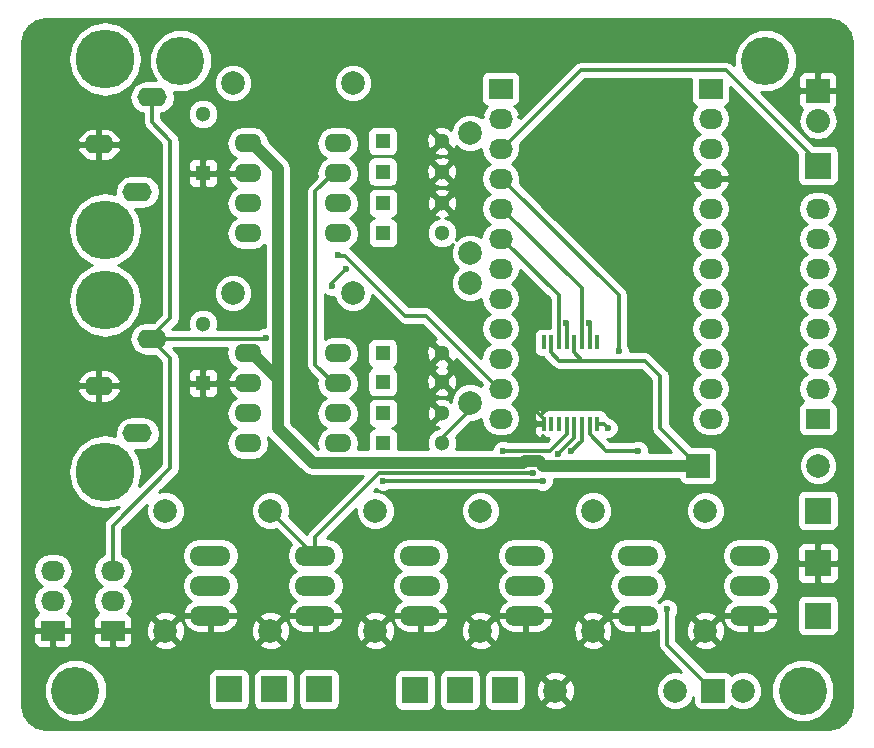
<source format=gbl>
G04 #@! TF.FileFunction,Copper,L2,Bot,Mixed*
%FSLAX46Y46*%
G04 Gerber Fmt 4.6, Leading zero omitted, Abs format (unit mm)*
G04 Created by KiCad (PCBNEW 4.0.0-stable) date Monday, December 21, 2015 'AMt' 12:47:19 AM*
%MOMM*%
G01*
G04 APERTURE LIST*
%ADD10C,0.100000*%
%ADD11C,4.064000*%
%ADD12R,2.235200X2.235200*%
%ADD13R,2.032000X1.727200*%
%ADD14O,2.032000X1.727200*%
%ADD15R,1.300000X1.300000*%
%ADD16C,1.300000*%
%ADD17C,1.998980*%
%ADD18R,1.998980X1.998980*%
%ADD19R,2.032000X2.032000*%
%ADD20O,2.032000X2.032000*%
%ADD21O,2.300000X1.600000*%
%ADD22R,0.400000X1.200000*%
%ADD23O,2.500000X1.600000*%
%ADD24O,5.000000X5.000000*%
%ADD25O,3.500120X1.699260*%
%ADD26R,2.000000X2.000000*%
%ADD27C,2.000000*%
%ADD28C,1.270000*%
%ADD29C,0.600000*%
%ADD30C,0.300000*%
%ADD31C,0.350000*%
%ADD32C,1.000000*%
%ADD33C,0.250000*%
%ADD34C,0.254000*%
G04 APERTURE END LIST*
D10*
D11*
X150495000Y-128270000D03*
X88900000Y-128270000D03*
D12*
X101911143Y-128163701D03*
D11*
X97790000Y-74930000D03*
D13*
X124894362Y-77305728D03*
D14*
X124894362Y-79845728D03*
X124894362Y-82385728D03*
X124894362Y-84925728D03*
X124894362Y-87465728D03*
X124894362Y-90005728D03*
X124894362Y-92545728D03*
X124894362Y-95085728D03*
X124894362Y-97625728D03*
X124894362Y-100165728D03*
X124894362Y-102705728D03*
X124894362Y-105245728D03*
D13*
X142674362Y-77305728D03*
D14*
X142674362Y-92545728D03*
X142674362Y-95085728D03*
X142674362Y-90005728D03*
X142674362Y-97625728D03*
X142674362Y-84925728D03*
X142674362Y-82385728D03*
X142674362Y-79845728D03*
X142674362Y-87465728D03*
X142674362Y-102705728D03*
X142674362Y-100165728D03*
X142674362Y-105245728D03*
D15*
X114935000Y-89535000D03*
D16*
X119935000Y-89535000D03*
D15*
X114935000Y-107315000D03*
D16*
X119935000Y-107315000D03*
D15*
X114905000Y-81735000D03*
D16*
X119905000Y-81735000D03*
D15*
X114905000Y-99695000D03*
D16*
X119905000Y-99695000D03*
D15*
X114935000Y-86995000D03*
D16*
X119935000Y-86995000D03*
D15*
X114935000Y-104775000D03*
D16*
X119935000Y-104775000D03*
D15*
X99695000Y-84455000D03*
D16*
X99695000Y-79455000D03*
D15*
X99695000Y-102235000D03*
D16*
X99695000Y-97235000D03*
D17*
X151765000Y-109220000D03*
D18*
X141605000Y-109220000D03*
D12*
X117663459Y-128195719D03*
X121473459Y-128195719D03*
X105721143Y-128163701D03*
X125283459Y-128195719D03*
X109531143Y-128163701D03*
D13*
X86995000Y-123190000D03*
D14*
X86995000Y-120650000D03*
X86995000Y-118110000D03*
D13*
X92075000Y-123190000D03*
D14*
X92075000Y-120650000D03*
X92075000Y-118110000D03*
D12*
X151765000Y-121920000D03*
X151765000Y-113030000D03*
X151765000Y-117475000D03*
X151765000Y-83820000D03*
D13*
X151765000Y-105245728D03*
D14*
X151765000Y-102705728D03*
X151765000Y-100165728D03*
X151765000Y-97625728D03*
X151765000Y-95085728D03*
X151765000Y-92545728D03*
X151765000Y-90005728D03*
X151765000Y-87465728D03*
D17*
X122305000Y-91215000D03*
X122305000Y-81055000D03*
X122305000Y-93735000D03*
X122305000Y-103895000D03*
X112395000Y-76835000D03*
X102235000Y-76835000D03*
X112395000Y-94615000D03*
X102235000Y-94615000D03*
X129540000Y-128270000D03*
X139700000Y-128270000D03*
X123190000Y-123190000D03*
X123190000Y-113030000D03*
X96520000Y-123190000D03*
X96520000Y-113030000D03*
X132715000Y-123190000D03*
X132715000Y-113030000D03*
X105410000Y-123190000D03*
X105410000Y-113030000D03*
X142240000Y-123190000D03*
X142240000Y-113030000D03*
X114300000Y-123190000D03*
X114300000Y-113030000D03*
D19*
X151765000Y-77470000D03*
D20*
X151765000Y-80010000D03*
D21*
X103505000Y-81915000D03*
X103505000Y-84455000D03*
X103505000Y-86995000D03*
X103505000Y-89535000D03*
X111125000Y-89535000D03*
X111125000Y-86995000D03*
X111125000Y-84455000D03*
X111125000Y-81915000D03*
X103505000Y-99695000D03*
X103505000Y-102235000D03*
X103505000Y-104775000D03*
X103505000Y-107315000D03*
X111125000Y-107315000D03*
X111125000Y-104775000D03*
X111125000Y-102235000D03*
X111125000Y-99695000D03*
D22*
X133085000Y-105685000D03*
X132435000Y-105685000D03*
X131785000Y-105685000D03*
X131135000Y-105685000D03*
X130485000Y-105685000D03*
X129835000Y-105685000D03*
X129185000Y-105685000D03*
X128535000Y-105685000D03*
X128535000Y-98785000D03*
X129185000Y-98785000D03*
X129835000Y-98785000D03*
X130485000Y-98785000D03*
X131135000Y-98785000D03*
X131785000Y-98785000D03*
X132435000Y-98785000D03*
X133085000Y-98785000D03*
D23*
X94143607Y-86035000D03*
X95393607Y-78035000D03*
D24*
X91393607Y-74785000D03*
X91393607Y-89285000D03*
D23*
X90893607Y-82035000D03*
X94143607Y-106482355D03*
X95393607Y-98482355D03*
D24*
X91393607Y-95232355D03*
X91393607Y-109732355D03*
D23*
X90893607Y-102482355D03*
D25*
X100330000Y-119380000D03*
X100330000Y-116840000D03*
X100330000Y-121920000D03*
X109220000Y-119380000D03*
X109220000Y-116840000D03*
X109220000Y-121920000D03*
X118110000Y-119380000D03*
X118110000Y-116840000D03*
X118110000Y-121920000D03*
X127000000Y-119380000D03*
X127000000Y-116840000D03*
X127000000Y-121920000D03*
X136525000Y-119380000D03*
X136525000Y-116840000D03*
X136525000Y-121920000D03*
X146050000Y-119380000D03*
X146050000Y-116840000D03*
X146050000Y-121920000D03*
D11*
X147320000Y-74930000D03*
D15*
X114905000Y-84335000D03*
D16*
X119905000Y-84335000D03*
D15*
X114905000Y-102135000D03*
D16*
X119905000Y-102135000D03*
D26*
X142875000Y-128270000D03*
D27*
X145415000Y-128270000D03*
D28*
X122805000Y-98735000D03*
X117605000Y-107235000D03*
X117705000Y-111935000D03*
D29*
X122305000Y-81055000D03*
X111800000Y-92549990D03*
X110600000Y-94000000D03*
X105000000Y-98400000D03*
X132410010Y-97155000D03*
X130884253Y-108024253D03*
X128450013Y-110490000D03*
X114935000Y-110490000D03*
X133985000Y-106045000D03*
X129789627Y-108199627D03*
X127650020Y-109839978D03*
X136525000Y-107950000D03*
X125095006Y-107950000D03*
X111125000Y-91424980D03*
X130460010Y-97155000D03*
X139000000Y-121400000D03*
X134900000Y-99500000D03*
D30*
X119935000Y-107315000D02*
X119935000Y-106865000D01*
X119935000Y-106865000D02*
X122305000Y-104495000D01*
X122305000Y-104495000D02*
X122305000Y-103895000D01*
X122170001Y-98100001D02*
X122805000Y-98735000D01*
X118405000Y-94335000D02*
X122170001Y-98100001D01*
X118405000Y-88525000D02*
X118405000Y-94335000D01*
X119935000Y-86995000D02*
X118405000Y-88525000D01*
X118110000Y-121920000D02*
X121005000Y-121920000D01*
X121005000Y-121920000D02*
X121005000Y-115235000D01*
X121005000Y-115235000D02*
X117705000Y-111935000D01*
X117605000Y-107235000D02*
X119935000Y-104905000D01*
X119935000Y-104905000D02*
X119935000Y-104775000D01*
X126349990Y-104035000D02*
X127285000Y-104035000D01*
X127285000Y-104035000D02*
X128535000Y-105285000D01*
X128535000Y-105285000D02*
X128535000Y-105685000D01*
D31*
X129185000Y-99635000D02*
X129880000Y-100330000D01*
X129185000Y-98785000D02*
X129185000Y-99635000D01*
X131830000Y-100330000D02*
X132114188Y-100330000D01*
X131135000Y-99635000D02*
X131830000Y-100330000D01*
X131135000Y-98785000D02*
X131135000Y-99635000D01*
X129880000Y-100330000D02*
X132114188Y-100330000D01*
D32*
X103855000Y-99695000D02*
X103505000Y-99695000D01*
X106045000Y-101885000D02*
X103855000Y-99695000D01*
X106045000Y-84105000D02*
X103855000Y-81915000D01*
X106045000Y-102546600D02*
X106045000Y-84105000D01*
X103855000Y-81915000D02*
X103505000Y-81915000D01*
X106045000Y-102546600D02*
X106045000Y-101885000D01*
X108989988Y-108989988D02*
X106045000Y-106045000D01*
X128510046Y-109220000D02*
X128130022Y-108839976D01*
X141605000Y-109220000D02*
X128510046Y-109220000D01*
X126936520Y-108839976D02*
X126786508Y-108989988D01*
X128130022Y-108839976D02*
X126936520Y-108839976D01*
X126786508Y-108989988D02*
X108989988Y-108989988D01*
X106045000Y-106045000D02*
X106045000Y-102546600D01*
D31*
X138430000Y-106045000D02*
X141605000Y-109220000D01*
X138430000Y-101659691D02*
X138430000Y-106045000D01*
X137100309Y-100330000D02*
X138430000Y-101659691D01*
X132114188Y-100330000D02*
X137100309Y-100330000D01*
D30*
X110600000Y-94000000D02*
X110600000Y-93749990D01*
X110600000Y-93749990D02*
X111800000Y-92549990D01*
X95393607Y-98482355D02*
X104917645Y-98482355D01*
X104917645Y-98482355D02*
X105000000Y-98400000D01*
X96943607Y-81703607D02*
X95393607Y-80153607D01*
X95393607Y-80153607D02*
X95393607Y-78035000D01*
X95393607Y-98568607D02*
X95393607Y-98482355D01*
X96943607Y-100118607D02*
X95393607Y-98568607D01*
X96943607Y-109431393D02*
X96943607Y-100118607D01*
X92075000Y-114300000D02*
X96943607Y-109431393D01*
X92075000Y-118110000D02*
X92075000Y-114300000D01*
X96943607Y-96731393D02*
X96943607Y-81703607D01*
X95393607Y-98281393D02*
X96943607Y-96731393D01*
X95393607Y-98482355D02*
X95393607Y-98281393D01*
D33*
X132435000Y-97179990D02*
X132410010Y-97155000D01*
D30*
X132435000Y-98785000D02*
X132435000Y-97179990D01*
X131785000Y-107123506D02*
X130884253Y-108024253D01*
X131785000Y-105685000D02*
X131785000Y-107123506D01*
X128450013Y-110490000D02*
X114935000Y-110490000D01*
X133625000Y-105685000D02*
X133985000Y-106045000D01*
X133085000Y-105685000D02*
X133625000Y-105685000D01*
X131135000Y-106854254D02*
X129789627Y-108199627D01*
X131135000Y-105685000D02*
X131135000Y-106854254D01*
X105410000Y-113030000D02*
X109220000Y-116840000D01*
X109220000Y-115242998D02*
X114622999Y-109839999D01*
X127225735Y-109839999D02*
X127225756Y-109839978D01*
X114622999Y-109839999D02*
X127225735Y-109839999D01*
X109220000Y-116840000D02*
X109220000Y-115242998D01*
X127225756Y-109839978D02*
X127650020Y-109839978D01*
X133800000Y-107950000D02*
X136525000Y-107950000D01*
X132435000Y-106585000D02*
X133800000Y-107950000D01*
X132435000Y-105685000D02*
X132435000Y-106585000D01*
X129120000Y-107950000D02*
X125095006Y-107950000D01*
X130485000Y-106585000D02*
X129120000Y-107950000D01*
X130485000Y-105685000D02*
X130485000Y-106585000D01*
X124894362Y-102705728D02*
X124741962Y-102705728D01*
X124741962Y-102705728D02*
X118556234Y-96520000D01*
X118556234Y-96520000D02*
X116840000Y-96520000D01*
X116840000Y-96520000D02*
X111760000Y-91440000D01*
X111760000Y-91440000D02*
X111140020Y-91440000D01*
X111140020Y-91440000D02*
X111125000Y-91424980D01*
X110775000Y-84455000D02*
X111125000Y-84455000D01*
X109220000Y-86010000D02*
X110775000Y-84455000D01*
X109220000Y-100680000D02*
X109220000Y-86010000D01*
X110775000Y-102235000D02*
X109220000Y-100680000D01*
X111125000Y-102235000D02*
X110775000Y-102235000D01*
X129835000Y-94793966D02*
X129835000Y-98785000D01*
X125046762Y-90005728D02*
X129835000Y-94793966D01*
D33*
X124894362Y-90005728D02*
X125046762Y-90005728D01*
X130485000Y-97179990D02*
X130460010Y-97155000D01*
D30*
X130485000Y-98785000D02*
X130485000Y-97179990D01*
D33*
X125046762Y-87465728D02*
X124894362Y-87465728D01*
D30*
X131785000Y-94203966D02*
X125046762Y-87465728D01*
X131785000Y-98785000D02*
X131785000Y-94203966D01*
X139000000Y-121400000D02*
X139000000Y-124395000D01*
X139000000Y-124395000D02*
X142875000Y-128270000D01*
X124894362Y-84925728D02*
X125046762Y-84925728D01*
X125046762Y-84925728D02*
X134900000Y-94778966D01*
X134900000Y-94778966D02*
X134900000Y-99500000D01*
X124894362Y-82385728D02*
X125046762Y-82385728D01*
X125046762Y-82385728D02*
X131697490Y-75735000D01*
X151765000Y-83495000D02*
X151765000Y-83820000D01*
X131697490Y-75735000D02*
X144005000Y-75735000D01*
X144005000Y-75735000D02*
X151765000Y-83495000D01*
D34*
G36*
X153475989Y-71601152D02*
X154065170Y-71994830D01*
X154458848Y-72584011D01*
X154611000Y-73348931D01*
X154611000Y-129597069D01*
X154458848Y-130361989D01*
X154065170Y-130951170D01*
X153475989Y-131344848D01*
X152711069Y-131497000D01*
X86302931Y-131497000D01*
X85538011Y-131344848D01*
X84948830Y-130951170D01*
X84555152Y-130361989D01*
X84403000Y-129597069D01*
X84403000Y-128798172D01*
X86232538Y-128798172D01*
X86637709Y-129778761D01*
X87387293Y-130529655D01*
X88367173Y-130936536D01*
X89428172Y-130937462D01*
X90408761Y-130532291D01*
X91159655Y-129782707D01*
X91566536Y-128802827D01*
X91567462Y-127741828D01*
X91279994Y-127046101D01*
X100146103Y-127046101D01*
X100146103Y-129281301D01*
X100190381Y-129516618D01*
X100329453Y-129732742D01*
X100541653Y-129877732D01*
X100793543Y-129928741D01*
X103028743Y-129928741D01*
X103264060Y-129884463D01*
X103480184Y-129745391D01*
X103625174Y-129533191D01*
X103676183Y-129281301D01*
X103676183Y-127046101D01*
X103956103Y-127046101D01*
X103956103Y-129281301D01*
X104000381Y-129516618D01*
X104139453Y-129732742D01*
X104351653Y-129877732D01*
X104603543Y-129928741D01*
X106838743Y-129928741D01*
X107074060Y-129884463D01*
X107290184Y-129745391D01*
X107435174Y-129533191D01*
X107486183Y-129281301D01*
X107486183Y-127046101D01*
X107766103Y-127046101D01*
X107766103Y-129281301D01*
X107810381Y-129516618D01*
X107949453Y-129732742D01*
X108161653Y-129877732D01*
X108413543Y-129928741D01*
X110648743Y-129928741D01*
X110884060Y-129884463D01*
X111100184Y-129745391D01*
X111245174Y-129533191D01*
X111296183Y-129281301D01*
X111296183Y-127078119D01*
X115898419Y-127078119D01*
X115898419Y-129313319D01*
X115942697Y-129548636D01*
X116081769Y-129764760D01*
X116293969Y-129909750D01*
X116545859Y-129960759D01*
X118781059Y-129960759D01*
X119016376Y-129916481D01*
X119232500Y-129777409D01*
X119377490Y-129565209D01*
X119428499Y-129313319D01*
X119428499Y-127078119D01*
X119708419Y-127078119D01*
X119708419Y-129313319D01*
X119752697Y-129548636D01*
X119891769Y-129764760D01*
X120103969Y-129909750D01*
X120355859Y-129960759D01*
X122591059Y-129960759D01*
X122826376Y-129916481D01*
X123042500Y-129777409D01*
X123187490Y-129565209D01*
X123238499Y-129313319D01*
X123238499Y-127078119D01*
X123518419Y-127078119D01*
X123518419Y-129313319D01*
X123562697Y-129548636D01*
X123701769Y-129764760D01*
X123913969Y-129909750D01*
X124165859Y-129960759D01*
X126401059Y-129960759D01*
X126636376Y-129916481D01*
X126852500Y-129777409D01*
X126997490Y-129565209D01*
X127026457Y-129422163D01*
X128567443Y-129422163D01*
X128666042Y-129688965D01*
X129275582Y-129915401D01*
X129925377Y-129891341D01*
X130413958Y-129688965D01*
X130512557Y-129422163D01*
X129540000Y-128449605D01*
X128567443Y-129422163D01*
X127026457Y-129422163D01*
X127048499Y-129313319D01*
X127048499Y-128005582D01*
X127894599Y-128005582D01*
X127918659Y-128655377D01*
X128121035Y-129143958D01*
X128387837Y-129242557D01*
X129360395Y-128270000D01*
X129719605Y-128270000D01*
X130692163Y-129242557D01*
X130958965Y-129143958D01*
X131185401Y-128534418D01*
X131161341Y-127884623D01*
X130958965Y-127396042D01*
X130692163Y-127297443D01*
X129719605Y-128270000D01*
X129360395Y-128270000D01*
X128387837Y-127297443D01*
X128121035Y-127396042D01*
X127894599Y-128005582D01*
X127048499Y-128005582D01*
X127048499Y-127117837D01*
X128567443Y-127117837D01*
X129540000Y-128090395D01*
X130512557Y-127117837D01*
X130413958Y-126851035D01*
X129804418Y-126624599D01*
X129154623Y-126648659D01*
X128666042Y-126851035D01*
X128567443Y-127117837D01*
X127048499Y-127117837D01*
X127048499Y-127078119D01*
X127004221Y-126842802D01*
X126865149Y-126626678D01*
X126652949Y-126481688D01*
X126401059Y-126430679D01*
X124165859Y-126430679D01*
X123930542Y-126474957D01*
X123714418Y-126614029D01*
X123569428Y-126826229D01*
X123518419Y-127078119D01*
X123238499Y-127078119D01*
X123194221Y-126842802D01*
X123055149Y-126626678D01*
X122842949Y-126481688D01*
X122591059Y-126430679D01*
X120355859Y-126430679D01*
X120120542Y-126474957D01*
X119904418Y-126614029D01*
X119759428Y-126826229D01*
X119708419Y-127078119D01*
X119428499Y-127078119D01*
X119384221Y-126842802D01*
X119245149Y-126626678D01*
X119032949Y-126481688D01*
X118781059Y-126430679D01*
X116545859Y-126430679D01*
X116310542Y-126474957D01*
X116094418Y-126614029D01*
X115949428Y-126826229D01*
X115898419Y-127078119D01*
X111296183Y-127078119D01*
X111296183Y-127046101D01*
X111251905Y-126810784D01*
X111112833Y-126594660D01*
X110900633Y-126449670D01*
X110648743Y-126398661D01*
X108413543Y-126398661D01*
X108178226Y-126442939D01*
X107962102Y-126582011D01*
X107817112Y-126794211D01*
X107766103Y-127046101D01*
X107486183Y-127046101D01*
X107441905Y-126810784D01*
X107302833Y-126594660D01*
X107090633Y-126449670D01*
X106838743Y-126398661D01*
X104603543Y-126398661D01*
X104368226Y-126442939D01*
X104152102Y-126582011D01*
X104007112Y-126794211D01*
X103956103Y-127046101D01*
X103676183Y-127046101D01*
X103631905Y-126810784D01*
X103492833Y-126594660D01*
X103280633Y-126449670D01*
X103028743Y-126398661D01*
X100793543Y-126398661D01*
X100558226Y-126442939D01*
X100342102Y-126582011D01*
X100197112Y-126794211D01*
X100146103Y-127046101D01*
X91279994Y-127046101D01*
X91162291Y-126761239D01*
X90412707Y-126010345D01*
X89432827Y-125603464D01*
X88371828Y-125602538D01*
X87391239Y-126007709D01*
X86640345Y-126757293D01*
X86233464Y-127737173D01*
X86232538Y-128798172D01*
X84403000Y-128798172D01*
X84403000Y-123475750D01*
X85344000Y-123475750D01*
X85344000Y-124179910D01*
X85440673Y-124413299D01*
X85619302Y-124591927D01*
X85852691Y-124688600D01*
X86709250Y-124688600D01*
X86868000Y-124529850D01*
X86868000Y-123317000D01*
X87122000Y-123317000D01*
X87122000Y-124529850D01*
X87280750Y-124688600D01*
X88137309Y-124688600D01*
X88370698Y-124591927D01*
X88549327Y-124413299D01*
X88646000Y-124179910D01*
X88646000Y-123475750D01*
X90424000Y-123475750D01*
X90424000Y-124179910D01*
X90520673Y-124413299D01*
X90699302Y-124591927D01*
X90932691Y-124688600D01*
X91789250Y-124688600D01*
X91948000Y-124529850D01*
X91948000Y-123317000D01*
X92202000Y-123317000D01*
X92202000Y-124529850D01*
X92360750Y-124688600D01*
X93217309Y-124688600D01*
X93450698Y-124591927D01*
X93629327Y-124413299D01*
X93658792Y-124342163D01*
X95547443Y-124342163D01*
X95646042Y-124608965D01*
X96255582Y-124835401D01*
X96905377Y-124811341D01*
X97393958Y-124608965D01*
X97492557Y-124342163D01*
X104437443Y-124342163D01*
X104536042Y-124608965D01*
X105145582Y-124835401D01*
X105795377Y-124811341D01*
X106283958Y-124608965D01*
X106382557Y-124342163D01*
X113327443Y-124342163D01*
X113426042Y-124608965D01*
X114035582Y-124835401D01*
X114685377Y-124811341D01*
X115173958Y-124608965D01*
X115272557Y-124342163D01*
X122217443Y-124342163D01*
X122316042Y-124608965D01*
X122925582Y-124835401D01*
X123575377Y-124811341D01*
X124063958Y-124608965D01*
X124162557Y-124342163D01*
X131742443Y-124342163D01*
X131841042Y-124608965D01*
X132450582Y-124835401D01*
X133100377Y-124811341D01*
X133588958Y-124608965D01*
X133687557Y-124342163D01*
X132715000Y-123369605D01*
X131742443Y-124342163D01*
X124162557Y-124342163D01*
X123190000Y-123369605D01*
X122217443Y-124342163D01*
X115272557Y-124342163D01*
X114300000Y-123369605D01*
X113327443Y-124342163D01*
X106382557Y-124342163D01*
X105410000Y-123369605D01*
X104437443Y-124342163D01*
X97492557Y-124342163D01*
X96520000Y-123369605D01*
X95547443Y-124342163D01*
X93658792Y-124342163D01*
X93726000Y-124179910D01*
X93726000Y-123475750D01*
X93567250Y-123317000D01*
X92202000Y-123317000D01*
X91948000Y-123317000D01*
X90582750Y-123317000D01*
X90424000Y-123475750D01*
X88646000Y-123475750D01*
X88487250Y-123317000D01*
X87122000Y-123317000D01*
X86868000Y-123317000D01*
X85502750Y-123317000D01*
X85344000Y-123475750D01*
X84403000Y-123475750D01*
X84403000Y-118110000D01*
X85311655Y-118110000D01*
X85425729Y-118683489D01*
X85750585Y-119169670D01*
X86065366Y-119380000D01*
X85750585Y-119590330D01*
X85425729Y-120076511D01*
X85311655Y-120650000D01*
X85425729Y-121223489D01*
X85750585Y-121709670D01*
X85772780Y-121724500D01*
X85619302Y-121788073D01*
X85440673Y-121966701D01*
X85344000Y-122200090D01*
X85344000Y-122904250D01*
X85502750Y-123063000D01*
X86868000Y-123063000D01*
X86868000Y-123043000D01*
X87122000Y-123043000D01*
X87122000Y-123063000D01*
X88487250Y-123063000D01*
X88646000Y-122904250D01*
X88646000Y-122200090D01*
X88549327Y-121966701D01*
X88370698Y-121788073D01*
X88217220Y-121724500D01*
X88239415Y-121709670D01*
X88564271Y-121223489D01*
X88678345Y-120650000D01*
X88564271Y-120076511D01*
X88239415Y-119590330D01*
X87924634Y-119380000D01*
X88239415Y-119169670D01*
X88564271Y-118683489D01*
X88678345Y-118110000D01*
X88564271Y-117536511D01*
X88239415Y-117050330D01*
X87753234Y-116725474D01*
X87179745Y-116611400D01*
X86810255Y-116611400D01*
X86236766Y-116725474D01*
X85750585Y-117050330D01*
X85425729Y-117536511D01*
X85311655Y-118110000D01*
X84403000Y-118110000D01*
X84403000Y-109670937D01*
X88258607Y-109670937D01*
X88258607Y-109793773D01*
X88497245Y-110993486D01*
X89176827Y-112010553D01*
X90193894Y-112690135D01*
X91393607Y-112928773D01*
X92570085Y-112694757D01*
X91519921Y-113744921D01*
X91349755Y-113999593D01*
X91290000Y-114300000D01*
X91290000Y-116743358D01*
X90830585Y-117050330D01*
X90505729Y-117536511D01*
X90391655Y-118110000D01*
X90505729Y-118683489D01*
X90830585Y-119169670D01*
X91145366Y-119380000D01*
X90830585Y-119590330D01*
X90505729Y-120076511D01*
X90391655Y-120650000D01*
X90505729Y-121223489D01*
X90830585Y-121709670D01*
X90852780Y-121724500D01*
X90699302Y-121788073D01*
X90520673Y-121966701D01*
X90424000Y-122200090D01*
X90424000Y-122904250D01*
X90582750Y-123063000D01*
X91948000Y-123063000D01*
X91948000Y-123043000D01*
X92202000Y-123043000D01*
X92202000Y-123063000D01*
X93567250Y-123063000D01*
X93704668Y-122925582D01*
X94874599Y-122925582D01*
X94898659Y-123575377D01*
X95101035Y-124063958D01*
X95367837Y-124162557D01*
X96340395Y-123190000D01*
X96699605Y-123190000D01*
X97672163Y-124162557D01*
X97938965Y-124063958D01*
X98165401Y-123454418D01*
X98141341Y-122804623D01*
X97938965Y-122316042D01*
X97832866Y-122276832D01*
X97988460Y-122276832D01*
X98009351Y-122370810D01*
X98289976Y-122879989D01*
X98744094Y-123243018D01*
X99302570Y-123404630D01*
X100203000Y-123404630D01*
X100203000Y-122047000D01*
X100457000Y-122047000D01*
X100457000Y-123404630D01*
X101357430Y-123404630D01*
X101915906Y-123243018D01*
X102312991Y-122925582D01*
X103764599Y-122925582D01*
X103788659Y-123575377D01*
X103991035Y-124063958D01*
X104257837Y-124162557D01*
X105230395Y-123190000D01*
X105589605Y-123190000D01*
X106562163Y-124162557D01*
X106828965Y-124063958D01*
X107055401Y-123454418D01*
X107031341Y-122804623D01*
X106828965Y-122316042D01*
X106722866Y-122276832D01*
X106878460Y-122276832D01*
X106899351Y-122370810D01*
X107179976Y-122879989D01*
X107634094Y-123243018D01*
X108192570Y-123404630D01*
X109093000Y-123404630D01*
X109093000Y-122047000D01*
X109347000Y-122047000D01*
X109347000Y-123404630D01*
X110247430Y-123404630D01*
X110805906Y-123243018D01*
X111202991Y-122925582D01*
X112654599Y-122925582D01*
X112678659Y-123575377D01*
X112881035Y-124063958D01*
X113147837Y-124162557D01*
X114120395Y-123190000D01*
X114479605Y-123190000D01*
X115452163Y-124162557D01*
X115718965Y-124063958D01*
X115945401Y-123454418D01*
X115921341Y-122804623D01*
X115718965Y-122316042D01*
X115612866Y-122276832D01*
X115768460Y-122276832D01*
X115789351Y-122370810D01*
X116069976Y-122879989D01*
X116524094Y-123243018D01*
X117082570Y-123404630D01*
X117983000Y-123404630D01*
X117983000Y-122047000D01*
X118237000Y-122047000D01*
X118237000Y-123404630D01*
X119137430Y-123404630D01*
X119695906Y-123243018D01*
X120092991Y-122925582D01*
X121544599Y-122925582D01*
X121568659Y-123575377D01*
X121771035Y-124063958D01*
X122037837Y-124162557D01*
X123010395Y-123190000D01*
X123369605Y-123190000D01*
X124342163Y-124162557D01*
X124608965Y-124063958D01*
X124835401Y-123454418D01*
X124811341Y-122804623D01*
X124608965Y-122316042D01*
X124502866Y-122276832D01*
X124658460Y-122276832D01*
X124679351Y-122370810D01*
X124959976Y-122879989D01*
X125414094Y-123243018D01*
X125972570Y-123404630D01*
X126873000Y-123404630D01*
X126873000Y-122047000D01*
X127127000Y-122047000D01*
X127127000Y-123404630D01*
X128027430Y-123404630D01*
X128585906Y-123243018D01*
X128982991Y-122925582D01*
X131069599Y-122925582D01*
X131093659Y-123575377D01*
X131296035Y-124063958D01*
X131562837Y-124162557D01*
X132535395Y-123190000D01*
X132894605Y-123190000D01*
X133867163Y-124162557D01*
X134133965Y-124063958D01*
X134360401Y-123454418D01*
X134336341Y-122804623D01*
X134133965Y-122316042D01*
X134027866Y-122276832D01*
X134183460Y-122276832D01*
X134204351Y-122370810D01*
X134484976Y-122879989D01*
X134939094Y-123243018D01*
X135497570Y-123404630D01*
X136398000Y-123404630D01*
X136398000Y-122047000D01*
X134304786Y-122047000D01*
X134183460Y-122276832D01*
X134027866Y-122276832D01*
X133867163Y-122217443D01*
X132894605Y-123190000D01*
X132535395Y-123190000D01*
X131562837Y-122217443D01*
X131296035Y-122316042D01*
X131069599Y-122925582D01*
X128982991Y-122925582D01*
X129040024Y-122879989D01*
X129320649Y-122370810D01*
X129341540Y-122276832D01*
X129220214Y-122047000D01*
X127127000Y-122047000D01*
X126873000Y-122047000D01*
X124779786Y-122047000D01*
X124658460Y-122276832D01*
X124502866Y-122276832D01*
X124342163Y-122217443D01*
X123369605Y-123190000D01*
X123010395Y-123190000D01*
X122037837Y-122217443D01*
X121771035Y-122316042D01*
X121544599Y-122925582D01*
X120092991Y-122925582D01*
X120150024Y-122879989D01*
X120430649Y-122370810D01*
X120451540Y-122276832D01*
X120330214Y-122047000D01*
X118237000Y-122047000D01*
X117983000Y-122047000D01*
X115889786Y-122047000D01*
X115768460Y-122276832D01*
X115612866Y-122276832D01*
X115452163Y-122217443D01*
X114479605Y-123190000D01*
X114120395Y-123190000D01*
X113147837Y-122217443D01*
X112881035Y-122316042D01*
X112654599Y-122925582D01*
X111202991Y-122925582D01*
X111260024Y-122879989D01*
X111540649Y-122370810D01*
X111561540Y-122276832D01*
X111440214Y-122047000D01*
X109347000Y-122047000D01*
X109093000Y-122047000D01*
X106999786Y-122047000D01*
X106878460Y-122276832D01*
X106722866Y-122276832D01*
X106562163Y-122217443D01*
X105589605Y-123190000D01*
X105230395Y-123190000D01*
X104257837Y-122217443D01*
X103991035Y-122316042D01*
X103764599Y-122925582D01*
X102312991Y-122925582D01*
X102370024Y-122879989D01*
X102650649Y-122370810D01*
X102671540Y-122276832D01*
X102550214Y-122047000D01*
X100457000Y-122047000D01*
X100203000Y-122047000D01*
X98109786Y-122047000D01*
X97988460Y-122276832D01*
X97832866Y-122276832D01*
X97672163Y-122217443D01*
X96699605Y-123190000D01*
X96340395Y-123190000D01*
X95367837Y-122217443D01*
X95101035Y-122316042D01*
X94874599Y-122925582D01*
X93704668Y-122925582D01*
X93726000Y-122904250D01*
X93726000Y-122200090D01*
X93658793Y-122037837D01*
X95547443Y-122037837D01*
X96520000Y-123010395D01*
X97492557Y-122037837D01*
X104437443Y-122037837D01*
X105410000Y-123010395D01*
X106382557Y-122037837D01*
X113327443Y-122037837D01*
X114300000Y-123010395D01*
X115272557Y-122037837D01*
X122217443Y-122037837D01*
X123190000Y-123010395D01*
X124162557Y-122037837D01*
X131742443Y-122037837D01*
X132715000Y-123010395D01*
X133687557Y-122037837D01*
X133588958Y-121771035D01*
X132979418Y-121544599D01*
X132329623Y-121568659D01*
X131841042Y-121771035D01*
X131742443Y-122037837D01*
X124162557Y-122037837D01*
X124063958Y-121771035D01*
X123454418Y-121544599D01*
X122804623Y-121568659D01*
X122316042Y-121771035D01*
X122217443Y-122037837D01*
X115272557Y-122037837D01*
X115173958Y-121771035D01*
X114564418Y-121544599D01*
X113914623Y-121568659D01*
X113426042Y-121771035D01*
X113327443Y-122037837D01*
X106382557Y-122037837D01*
X106283958Y-121771035D01*
X105674418Y-121544599D01*
X105024623Y-121568659D01*
X104536042Y-121771035D01*
X104437443Y-122037837D01*
X97492557Y-122037837D01*
X97393958Y-121771035D01*
X96784418Y-121544599D01*
X96134623Y-121568659D01*
X95646042Y-121771035D01*
X95547443Y-122037837D01*
X93658793Y-122037837D01*
X93629327Y-121966701D01*
X93450698Y-121788073D01*
X93297220Y-121724500D01*
X93319415Y-121709670D01*
X93644271Y-121223489D01*
X93758345Y-120650000D01*
X93644271Y-120076511D01*
X93319415Y-119590330D01*
X93004634Y-119380000D01*
X93319415Y-119169670D01*
X93644271Y-118683489D01*
X93758345Y-118110000D01*
X93644271Y-117536511D01*
X93319415Y-117050330D01*
X93004635Y-116840000D01*
X97898214Y-116840000D01*
X98011225Y-117408143D01*
X98333052Y-117889792D01*
X98662617Y-118110000D01*
X98333052Y-118330208D01*
X98011225Y-118811857D01*
X97898214Y-119380000D01*
X98011225Y-119948143D01*
X98333052Y-120429792D01*
X98670873Y-120655516D01*
X98289976Y-120960011D01*
X98009351Y-121469190D01*
X97988460Y-121563168D01*
X98109786Y-121793000D01*
X100203000Y-121793000D01*
X100203000Y-121773000D01*
X100457000Y-121773000D01*
X100457000Y-121793000D01*
X102550214Y-121793000D01*
X102671540Y-121563168D01*
X102650649Y-121469190D01*
X102370024Y-120960011D01*
X101989127Y-120655516D01*
X102326948Y-120429792D01*
X102648775Y-119948143D01*
X102761786Y-119380000D01*
X102648775Y-118811857D01*
X102326948Y-118330208D01*
X101997383Y-118110000D01*
X102326948Y-117889792D01*
X102648775Y-117408143D01*
X102761786Y-116840000D01*
X102648775Y-116271857D01*
X102326948Y-115790208D01*
X101845299Y-115468381D01*
X101277156Y-115355370D01*
X99382844Y-115355370D01*
X98814701Y-115468381D01*
X98333052Y-115790208D01*
X98011225Y-116271857D01*
X97898214Y-116840000D01*
X93004635Y-116840000D01*
X92860000Y-116743358D01*
X92860000Y-114625158D01*
X94959707Y-112525451D01*
X94885794Y-112703453D01*
X94885226Y-113353694D01*
X95133538Y-113954655D01*
X95592927Y-114414846D01*
X96193453Y-114664206D01*
X96843694Y-114664774D01*
X97444655Y-114416462D01*
X97904846Y-113957073D01*
X98154206Y-113356547D01*
X98154774Y-112706306D01*
X97906462Y-112105345D01*
X97447073Y-111645154D01*
X96846547Y-111395794D01*
X96196306Y-111395226D01*
X96015030Y-111470128D01*
X97498686Y-109986472D01*
X97668852Y-109731800D01*
X97728607Y-109431393D01*
X97728607Y-102520750D01*
X98410000Y-102520750D01*
X98410000Y-103011309D01*
X98506673Y-103244698D01*
X98685301Y-103423327D01*
X98918690Y-103520000D01*
X99409250Y-103520000D01*
X99568000Y-103361250D01*
X99568000Y-102362000D01*
X99822000Y-102362000D01*
X99822000Y-103361250D01*
X99980750Y-103520000D01*
X100471310Y-103520000D01*
X100704699Y-103423327D01*
X100883327Y-103244698D01*
X100980000Y-103011309D01*
X100980000Y-102520750D01*
X100821250Y-102362000D01*
X99822000Y-102362000D01*
X99568000Y-102362000D01*
X98568750Y-102362000D01*
X98410000Y-102520750D01*
X97728607Y-102520750D01*
X97728607Y-101458691D01*
X98410000Y-101458691D01*
X98410000Y-101949250D01*
X98568750Y-102108000D01*
X99568000Y-102108000D01*
X99568000Y-101108750D01*
X99822000Y-101108750D01*
X99822000Y-102108000D01*
X100821250Y-102108000D01*
X100980000Y-101949250D01*
X100980000Y-101458691D01*
X100883327Y-101225302D01*
X100704699Y-101046673D01*
X100471310Y-100950000D01*
X99980750Y-100950000D01*
X99822000Y-101108750D01*
X99568000Y-101108750D01*
X99409250Y-100950000D01*
X98918690Y-100950000D01*
X98685301Y-101046673D01*
X98506673Y-101225302D01*
X98410000Y-101458691D01*
X97728607Y-101458691D01*
X97728607Y-100118607D01*
X97710772Y-100028943D01*
X97668852Y-99818200D01*
X97498686Y-99563528D01*
X97202513Y-99267355D01*
X101770094Y-99267355D01*
X101685030Y-99695000D01*
X101794263Y-100244151D01*
X102105332Y-100709698D01*
X102483151Y-100962149D01*
X102050500Y-101310104D01*
X101780633Y-101803181D01*
X101763096Y-101885961D01*
X101885085Y-102108000D01*
X103378000Y-102108000D01*
X103378000Y-102088000D01*
X103632000Y-102088000D01*
X103632000Y-102108000D01*
X103652000Y-102108000D01*
X103652000Y-102362000D01*
X103632000Y-102362000D01*
X103632000Y-102382000D01*
X103378000Y-102382000D01*
X103378000Y-102362000D01*
X101885085Y-102362000D01*
X101763096Y-102584039D01*
X101780633Y-102666819D01*
X102050500Y-103159896D01*
X102483151Y-103507851D01*
X102105332Y-103760302D01*
X101794263Y-104225849D01*
X101685030Y-104775000D01*
X101794263Y-105324151D01*
X102105332Y-105789698D01*
X102487418Y-106045000D01*
X102105332Y-106300302D01*
X101794263Y-106765849D01*
X101685030Y-107315000D01*
X101794263Y-107864151D01*
X102105332Y-108329698D01*
X102570879Y-108640767D01*
X103120030Y-108750000D01*
X103889970Y-108750000D01*
X104439121Y-108640767D01*
X104904668Y-108329698D01*
X105215737Y-107864151D01*
X105324970Y-107315000D01*
X105227565Y-106825313D01*
X105242434Y-106847566D01*
X108187422Y-109792554D01*
X108555642Y-110038591D01*
X108989988Y-110124988D01*
X113227853Y-110124988D01*
X108664921Y-114687919D01*
X108494755Y-114942591D01*
X108494755Y-114942592D01*
X108484468Y-114994310D01*
X106986258Y-113496100D01*
X107044206Y-113356547D01*
X107044774Y-112706306D01*
X106796462Y-112105345D01*
X106337073Y-111645154D01*
X105736547Y-111395794D01*
X105086306Y-111395226D01*
X104485345Y-111643538D01*
X104025154Y-112102927D01*
X103775794Y-112703453D01*
X103775226Y-113353694D01*
X104023538Y-113954655D01*
X104482927Y-114414846D01*
X105083453Y-114664206D01*
X105733694Y-114664774D01*
X105875870Y-114606028D01*
X107157763Y-115887921D01*
X106901225Y-116271857D01*
X106788214Y-116840000D01*
X106901225Y-117408143D01*
X107223052Y-117889792D01*
X107552617Y-118110000D01*
X107223052Y-118330208D01*
X106901225Y-118811857D01*
X106788214Y-119380000D01*
X106901225Y-119948143D01*
X107223052Y-120429792D01*
X107560873Y-120655516D01*
X107179976Y-120960011D01*
X106899351Y-121469190D01*
X106878460Y-121563168D01*
X106999786Y-121793000D01*
X109093000Y-121793000D01*
X109093000Y-121773000D01*
X109347000Y-121773000D01*
X109347000Y-121793000D01*
X111440214Y-121793000D01*
X111561540Y-121563168D01*
X111540649Y-121469190D01*
X111260024Y-120960011D01*
X110879127Y-120655516D01*
X111216948Y-120429792D01*
X111538775Y-119948143D01*
X111651786Y-119380000D01*
X111538775Y-118811857D01*
X111216948Y-118330208D01*
X110887383Y-118110000D01*
X111216948Y-117889792D01*
X111538775Y-117408143D01*
X111651786Y-116840000D01*
X115678214Y-116840000D01*
X115791225Y-117408143D01*
X116113052Y-117889792D01*
X116442617Y-118110000D01*
X116113052Y-118330208D01*
X115791225Y-118811857D01*
X115678214Y-119380000D01*
X115791225Y-119948143D01*
X116113052Y-120429792D01*
X116450873Y-120655516D01*
X116069976Y-120960011D01*
X115789351Y-121469190D01*
X115768460Y-121563168D01*
X115889786Y-121793000D01*
X117983000Y-121793000D01*
X117983000Y-121773000D01*
X118237000Y-121773000D01*
X118237000Y-121793000D01*
X120330214Y-121793000D01*
X120451540Y-121563168D01*
X120430649Y-121469190D01*
X120150024Y-120960011D01*
X119769127Y-120655516D01*
X120106948Y-120429792D01*
X120428775Y-119948143D01*
X120541786Y-119380000D01*
X120428775Y-118811857D01*
X120106948Y-118330208D01*
X119777383Y-118110000D01*
X120106948Y-117889792D01*
X120428775Y-117408143D01*
X120541786Y-116840000D01*
X124568214Y-116840000D01*
X124681225Y-117408143D01*
X125003052Y-117889792D01*
X125332617Y-118110000D01*
X125003052Y-118330208D01*
X124681225Y-118811857D01*
X124568214Y-119380000D01*
X124681225Y-119948143D01*
X125003052Y-120429792D01*
X125340873Y-120655516D01*
X124959976Y-120960011D01*
X124679351Y-121469190D01*
X124658460Y-121563168D01*
X124779786Y-121793000D01*
X126873000Y-121793000D01*
X126873000Y-121773000D01*
X127127000Y-121773000D01*
X127127000Y-121793000D01*
X129220214Y-121793000D01*
X129341540Y-121563168D01*
X129320649Y-121469190D01*
X129040024Y-120960011D01*
X128659127Y-120655516D01*
X128996948Y-120429792D01*
X129318775Y-119948143D01*
X129431786Y-119380000D01*
X129318775Y-118811857D01*
X128996948Y-118330208D01*
X128667383Y-118110000D01*
X128996948Y-117889792D01*
X129318775Y-117408143D01*
X129431786Y-116840000D01*
X134093214Y-116840000D01*
X134206225Y-117408143D01*
X134528052Y-117889792D01*
X134857617Y-118110000D01*
X134528052Y-118330208D01*
X134206225Y-118811857D01*
X134093214Y-119380000D01*
X134206225Y-119948143D01*
X134528052Y-120429792D01*
X134865873Y-120655516D01*
X134484976Y-120960011D01*
X134204351Y-121469190D01*
X134183460Y-121563168D01*
X134304786Y-121793000D01*
X136398000Y-121793000D01*
X136398000Y-121773000D01*
X136652000Y-121773000D01*
X136652000Y-121793000D01*
X136672000Y-121793000D01*
X136672000Y-122047000D01*
X136652000Y-122047000D01*
X136652000Y-123404630D01*
X137552430Y-123404630D01*
X138110906Y-123243018D01*
X138215000Y-123159804D01*
X138215000Y-124395000D01*
X138274755Y-124695407D01*
X138444921Y-124950079D01*
X140204549Y-126709707D01*
X140026547Y-126635794D01*
X139376306Y-126635226D01*
X138775345Y-126883538D01*
X138315154Y-127342927D01*
X138065794Y-127943453D01*
X138065226Y-128593694D01*
X138313538Y-129194655D01*
X138772927Y-129654846D01*
X139373453Y-129904206D01*
X140023694Y-129904774D01*
X140624655Y-129656462D01*
X141084846Y-129197073D01*
X141227560Y-128853379D01*
X141227560Y-129270000D01*
X141271838Y-129505317D01*
X141410910Y-129721441D01*
X141623110Y-129866431D01*
X141875000Y-129917440D01*
X143875000Y-129917440D01*
X144110317Y-129873162D01*
X144326441Y-129734090D01*
X144423910Y-129591439D01*
X144487637Y-129655278D01*
X145088352Y-129904716D01*
X145738795Y-129905284D01*
X146339943Y-129656894D01*
X146800278Y-129197363D01*
X146966036Y-128798172D01*
X147827538Y-128798172D01*
X148232709Y-129778761D01*
X148982293Y-130529655D01*
X149962173Y-130936536D01*
X151023172Y-130937462D01*
X152003761Y-130532291D01*
X152754655Y-129782707D01*
X153161536Y-128802827D01*
X153162462Y-127741828D01*
X152757291Y-126761239D01*
X152007707Y-126010345D01*
X151027827Y-125603464D01*
X149966828Y-125602538D01*
X148986239Y-126007709D01*
X148235345Y-126757293D01*
X147828464Y-127737173D01*
X147827538Y-128798172D01*
X146966036Y-128798172D01*
X147049716Y-128596648D01*
X147050284Y-127946205D01*
X146801894Y-127345057D01*
X146342363Y-126884722D01*
X145741648Y-126635284D01*
X145091205Y-126634716D01*
X144490057Y-126883106D01*
X144423426Y-126949621D01*
X144339090Y-126818559D01*
X144126890Y-126673569D01*
X143875000Y-126622560D01*
X142337718Y-126622560D01*
X140057321Y-124342163D01*
X141267443Y-124342163D01*
X141366042Y-124608965D01*
X141975582Y-124835401D01*
X142625377Y-124811341D01*
X143113958Y-124608965D01*
X143212557Y-124342163D01*
X142240000Y-123369605D01*
X141267443Y-124342163D01*
X140057321Y-124342163D01*
X139785000Y-124069842D01*
X139785000Y-122925582D01*
X140594599Y-122925582D01*
X140618659Y-123575377D01*
X140821035Y-124063958D01*
X141087837Y-124162557D01*
X142060395Y-123190000D01*
X142419605Y-123190000D01*
X143392163Y-124162557D01*
X143658965Y-124063958D01*
X143885401Y-123454418D01*
X143861341Y-122804623D01*
X143658965Y-122316042D01*
X143552866Y-122276832D01*
X143708460Y-122276832D01*
X143729351Y-122370810D01*
X144009976Y-122879989D01*
X144464094Y-123243018D01*
X145022570Y-123404630D01*
X145923000Y-123404630D01*
X145923000Y-122047000D01*
X146177000Y-122047000D01*
X146177000Y-123404630D01*
X147077430Y-123404630D01*
X147635906Y-123243018D01*
X148090024Y-122879989D01*
X148370649Y-122370810D01*
X148391540Y-122276832D01*
X148270214Y-122047000D01*
X146177000Y-122047000D01*
X145923000Y-122047000D01*
X143829786Y-122047000D01*
X143708460Y-122276832D01*
X143552866Y-122276832D01*
X143392163Y-122217443D01*
X142419605Y-123190000D01*
X142060395Y-123190000D01*
X141087837Y-122217443D01*
X140821035Y-122316042D01*
X140594599Y-122925582D01*
X139785000Y-122925582D01*
X139785000Y-122037837D01*
X141267443Y-122037837D01*
X142240000Y-123010395D01*
X143212557Y-122037837D01*
X143113958Y-121771035D01*
X142504418Y-121544599D01*
X141854623Y-121568659D01*
X141366042Y-121771035D01*
X141267443Y-122037837D01*
X139785000Y-122037837D01*
X139785000Y-121937506D01*
X139792192Y-121930327D01*
X139934838Y-121586799D01*
X139935162Y-121214833D01*
X139793117Y-120871057D01*
X139530327Y-120607808D01*
X139186799Y-120465162D01*
X138814833Y-120464838D01*
X138471057Y-120606883D01*
X138316407Y-120761263D01*
X138184127Y-120655516D01*
X138521948Y-120429792D01*
X138843775Y-119948143D01*
X138956786Y-119380000D01*
X138843775Y-118811857D01*
X138521948Y-118330208D01*
X138192383Y-118110000D01*
X138521948Y-117889792D01*
X138843775Y-117408143D01*
X138956786Y-116840000D01*
X143618214Y-116840000D01*
X143731225Y-117408143D01*
X144053052Y-117889792D01*
X144382617Y-118110000D01*
X144053052Y-118330208D01*
X143731225Y-118811857D01*
X143618214Y-119380000D01*
X143731225Y-119948143D01*
X144053052Y-120429792D01*
X144390873Y-120655516D01*
X144009976Y-120960011D01*
X143729351Y-121469190D01*
X143708460Y-121563168D01*
X143829786Y-121793000D01*
X145923000Y-121793000D01*
X145923000Y-121773000D01*
X146177000Y-121773000D01*
X146177000Y-121793000D01*
X148270214Y-121793000D01*
X148391540Y-121563168D01*
X148370649Y-121469190D01*
X148090024Y-120960011D01*
X147892867Y-120802400D01*
X149999960Y-120802400D01*
X149999960Y-123037600D01*
X150044238Y-123272917D01*
X150183310Y-123489041D01*
X150395510Y-123634031D01*
X150647400Y-123685040D01*
X152882600Y-123685040D01*
X153117917Y-123640762D01*
X153334041Y-123501690D01*
X153479031Y-123289490D01*
X153530040Y-123037600D01*
X153530040Y-120802400D01*
X153485762Y-120567083D01*
X153346690Y-120350959D01*
X153134490Y-120205969D01*
X152882600Y-120154960D01*
X150647400Y-120154960D01*
X150412083Y-120199238D01*
X150195959Y-120338310D01*
X150050969Y-120550510D01*
X149999960Y-120802400D01*
X147892867Y-120802400D01*
X147709127Y-120655516D01*
X148046948Y-120429792D01*
X148368775Y-119948143D01*
X148481786Y-119380000D01*
X148368775Y-118811857D01*
X148046948Y-118330208D01*
X147717383Y-118110000D01*
X148046948Y-117889792D01*
X148133170Y-117760750D01*
X150012400Y-117760750D01*
X150012400Y-118718909D01*
X150109073Y-118952298D01*
X150287701Y-119130927D01*
X150521090Y-119227600D01*
X151479250Y-119227600D01*
X151638000Y-119068850D01*
X151638000Y-117602000D01*
X151892000Y-117602000D01*
X151892000Y-119068850D01*
X152050750Y-119227600D01*
X153008910Y-119227600D01*
X153242299Y-119130927D01*
X153420927Y-118952298D01*
X153517600Y-118718909D01*
X153517600Y-117760750D01*
X153358850Y-117602000D01*
X151892000Y-117602000D01*
X151638000Y-117602000D01*
X150171150Y-117602000D01*
X150012400Y-117760750D01*
X148133170Y-117760750D01*
X148368775Y-117408143D01*
X148481786Y-116840000D01*
X148368775Y-116271857D01*
X148341537Y-116231091D01*
X150012400Y-116231091D01*
X150012400Y-117189250D01*
X150171150Y-117348000D01*
X151638000Y-117348000D01*
X151638000Y-115881150D01*
X151892000Y-115881150D01*
X151892000Y-117348000D01*
X153358850Y-117348000D01*
X153517600Y-117189250D01*
X153517600Y-116231091D01*
X153420927Y-115997702D01*
X153242299Y-115819073D01*
X153008910Y-115722400D01*
X152050750Y-115722400D01*
X151892000Y-115881150D01*
X151638000Y-115881150D01*
X151479250Y-115722400D01*
X150521090Y-115722400D01*
X150287701Y-115819073D01*
X150109073Y-115997702D01*
X150012400Y-116231091D01*
X148341537Y-116231091D01*
X148046948Y-115790208D01*
X147565299Y-115468381D01*
X146997156Y-115355370D01*
X145102844Y-115355370D01*
X144534701Y-115468381D01*
X144053052Y-115790208D01*
X143731225Y-116271857D01*
X143618214Y-116840000D01*
X138956786Y-116840000D01*
X138843775Y-116271857D01*
X138521948Y-115790208D01*
X138040299Y-115468381D01*
X137472156Y-115355370D01*
X135577844Y-115355370D01*
X135009701Y-115468381D01*
X134528052Y-115790208D01*
X134206225Y-116271857D01*
X134093214Y-116840000D01*
X129431786Y-116840000D01*
X129318775Y-116271857D01*
X128996948Y-115790208D01*
X128515299Y-115468381D01*
X127947156Y-115355370D01*
X126052844Y-115355370D01*
X125484701Y-115468381D01*
X125003052Y-115790208D01*
X124681225Y-116271857D01*
X124568214Y-116840000D01*
X120541786Y-116840000D01*
X120428775Y-116271857D01*
X120106948Y-115790208D01*
X119625299Y-115468381D01*
X119057156Y-115355370D01*
X117162844Y-115355370D01*
X116594701Y-115468381D01*
X116113052Y-115790208D01*
X115791225Y-116271857D01*
X115678214Y-116840000D01*
X111651786Y-116840000D01*
X111538775Y-116271857D01*
X111216948Y-115790208D01*
X110735299Y-115468381D01*
X110209386Y-115363770D01*
X112665616Y-112907540D01*
X112665226Y-113353694D01*
X112913538Y-113954655D01*
X113372927Y-114414846D01*
X113973453Y-114664206D01*
X114623694Y-114664774D01*
X115224655Y-114416462D01*
X115684846Y-113957073D01*
X115934206Y-113356547D01*
X115934208Y-113353694D01*
X121555226Y-113353694D01*
X121803538Y-113954655D01*
X122262927Y-114414846D01*
X122863453Y-114664206D01*
X123513694Y-114664774D01*
X124114655Y-114416462D01*
X124574846Y-113957073D01*
X124824206Y-113356547D01*
X124824208Y-113353694D01*
X131080226Y-113353694D01*
X131328538Y-113954655D01*
X131787927Y-114414846D01*
X132388453Y-114664206D01*
X133038694Y-114664774D01*
X133639655Y-114416462D01*
X134099846Y-113957073D01*
X134349206Y-113356547D01*
X134349208Y-113353694D01*
X140605226Y-113353694D01*
X140853538Y-113954655D01*
X141312927Y-114414846D01*
X141913453Y-114664206D01*
X142563694Y-114664774D01*
X143164655Y-114416462D01*
X143624846Y-113957073D01*
X143874206Y-113356547D01*
X143874774Y-112706306D01*
X143626462Y-112105345D01*
X143433854Y-111912400D01*
X149999960Y-111912400D01*
X149999960Y-114147600D01*
X150044238Y-114382917D01*
X150183310Y-114599041D01*
X150395510Y-114744031D01*
X150647400Y-114795040D01*
X152882600Y-114795040D01*
X153117917Y-114750762D01*
X153334041Y-114611690D01*
X153479031Y-114399490D01*
X153530040Y-114147600D01*
X153530040Y-111912400D01*
X153485762Y-111677083D01*
X153346690Y-111460959D01*
X153134490Y-111315969D01*
X152882600Y-111264960D01*
X150647400Y-111264960D01*
X150412083Y-111309238D01*
X150195959Y-111448310D01*
X150050969Y-111660510D01*
X149999960Y-111912400D01*
X143433854Y-111912400D01*
X143167073Y-111645154D01*
X142566547Y-111395794D01*
X141916306Y-111395226D01*
X141315345Y-111643538D01*
X140855154Y-112102927D01*
X140605794Y-112703453D01*
X140605226Y-113353694D01*
X134349208Y-113353694D01*
X134349774Y-112706306D01*
X134101462Y-112105345D01*
X133642073Y-111645154D01*
X133041547Y-111395794D01*
X132391306Y-111395226D01*
X131790345Y-111643538D01*
X131330154Y-112102927D01*
X131080794Y-112703453D01*
X131080226Y-113353694D01*
X124824208Y-113353694D01*
X124824774Y-112706306D01*
X124576462Y-112105345D01*
X124117073Y-111645154D01*
X123516547Y-111395794D01*
X122866306Y-111395226D01*
X122265345Y-111643538D01*
X121805154Y-112102927D01*
X121555794Y-112703453D01*
X121555226Y-113353694D01*
X115934208Y-113353694D01*
X115934774Y-112706306D01*
X115686462Y-112105345D01*
X115227073Y-111645154D01*
X114626547Y-111395794D01*
X114177753Y-111395402D01*
X114347868Y-111225287D01*
X114404673Y-111282192D01*
X114748201Y-111424838D01*
X115120167Y-111425162D01*
X115463943Y-111283117D01*
X115472074Y-111275000D01*
X127912507Y-111275000D01*
X127919686Y-111282192D01*
X128263214Y-111424838D01*
X128635180Y-111425162D01*
X128978956Y-111283117D01*
X129242205Y-111020327D01*
X129384851Y-110676799D01*
X129385131Y-110355000D01*
X139983568Y-110355000D01*
X140002348Y-110454807D01*
X140141420Y-110670931D01*
X140353620Y-110815921D01*
X140605510Y-110866930D01*
X142604490Y-110866930D01*
X142839807Y-110822652D01*
X143055931Y-110683580D01*
X143200921Y-110471380D01*
X143251930Y-110219490D01*
X143251930Y-109543694D01*
X150130226Y-109543694D01*
X150378538Y-110144655D01*
X150837927Y-110604846D01*
X151438453Y-110854206D01*
X152088694Y-110854774D01*
X152689655Y-110606462D01*
X153149846Y-110147073D01*
X153399206Y-109546547D01*
X153399774Y-108896306D01*
X153151462Y-108295345D01*
X152692073Y-107835154D01*
X152091547Y-107585794D01*
X151441306Y-107585226D01*
X150840345Y-107833538D01*
X150380154Y-108292927D01*
X150130794Y-108893453D01*
X150130226Y-109543694D01*
X143251930Y-109543694D01*
X143251930Y-108220510D01*
X143207652Y-107985193D01*
X143068580Y-107769069D01*
X142856380Y-107624079D01*
X142604490Y-107573070D01*
X141103583Y-107573070D01*
X139240000Y-105709488D01*
X139240000Y-101659691D01*
X139178342Y-101349717D01*
X139038213Y-101140000D01*
X139002756Y-101086934D01*
X137673065Y-99757244D01*
X137673064Y-99757243D01*
X137410283Y-99581658D01*
X137100309Y-99520000D01*
X135834983Y-99520000D01*
X135835162Y-99314833D01*
X135693117Y-98971057D01*
X135685000Y-98962926D01*
X135685000Y-94778966D01*
X135625245Y-94478560D01*
X135455079Y-94223887D01*
X128696920Y-87465728D01*
X140991017Y-87465728D01*
X141105091Y-88039217D01*
X141429947Y-88525398D01*
X141744728Y-88735728D01*
X141429947Y-88946058D01*
X141105091Y-89432239D01*
X140991017Y-90005728D01*
X141105091Y-90579217D01*
X141429947Y-91065398D01*
X141744728Y-91275728D01*
X141429947Y-91486058D01*
X141105091Y-91972239D01*
X140991017Y-92545728D01*
X141105091Y-93119217D01*
X141429947Y-93605398D01*
X141744728Y-93815728D01*
X141429947Y-94026058D01*
X141105091Y-94512239D01*
X140991017Y-95085728D01*
X141105091Y-95659217D01*
X141429947Y-96145398D01*
X141744728Y-96355728D01*
X141429947Y-96566058D01*
X141105091Y-97052239D01*
X140991017Y-97625728D01*
X141105091Y-98199217D01*
X141429947Y-98685398D01*
X141744728Y-98895728D01*
X141429947Y-99106058D01*
X141105091Y-99592239D01*
X140991017Y-100165728D01*
X141105091Y-100739217D01*
X141429947Y-101225398D01*
X141744728Y-101435728D01*
X141429947Y-101646058D01*
X141105091Y-102132239D01*
X140991017Y-102705728D01*
X141105091Y-103279217D01*
X141429947Y-103765398D01*
X141744728Y-103975728D01*
X141429947Y-104186058D01*
X141105091Y-104672239D01*
X140991017Y-105245728D01*
X141105091Y-105819217D01*
X141429947Y-106305398D01*
X141916128Y-106630254D01*
X142489617Y-106744328D01*
X142859107Y-106744328D01*
X143432596Y-106630254D01*
X143918777Y-106305398D01*
X144243633Y-105819217D01*
X144357707Y-105245728D01*
X144243633Y-104672239D01*
X143918777Y-104186058D01*
X143603996Y-103975728D01*
X143918777Y-103765398D01*
X144243633Y-103279217D01*
X144357707Y-102705728D01*
X144243633Y-102132239D01*
X143918777Y-101646058D01*
X143603996Y-101435728D01*
X143918777Y-101225398D01*
X144243633Y-100739217D01*
X144357707Y-100165728D01*
X144243633Y-99592239D01*
X143918777Y-99106058D01*
X143603996Y-98895728D01*
X143918777Y-98685398D01*
X144243633Y-98199217D01*
X144357707Y-97625728D01*
X144243633Y-97052239D01*
X143918777Y-96566058D01*
X143603996Y-96355728D01*
X143918777Y-96145398D01*
X144243633Y-95659217D01*
X144357707Y-95085728D01*
X144243633Y-94512239D01*
X143918777Y-94026058D01*
X143603996Y-93815728D01*
X143918777Y-93605398D01*
X144243633Y-93119217D01*
X144357707Y-92545728D01*
X144243633Y-91972239D01*
X143918777Y-91486058D01*
X143603996Y-91275728D01*
X143918777Y-91065398D01*
X144243633Y-90579217D01*
X144357707Y-90005728D01*
X144243633Y-89432239D01*
X143918777Y-88946058D01*
X143603996Y-88735728D01*
X143918777Y-88525398D01*
X144243633Y-88039217D01*
X144357707Y-87465728D01*
X150081655Y-87465728D01*
X150195729Y-88039217D01*
X150520585Y-88525398D01*
X150835366Y-88735728D01*
X150520585Y-88946058D01*
X150195729Y-89432239D01*
X150081655Y-90005728D01*
X150195729Y-90579217D01*
X150520585Y-91065398D01*
X150835366Y-91275728D01*
X150520585Y-91486058D01*
X150195729Y-91972239D01*
X150081655Y-92545728D01*
X150195729Y-93119217D01*
X150520585Y-93605398D01*
X150835366Y-93815728D01*
X150520585Y-94026058D01*
X150195729Y-94512239D01*
X150081655Y-95085728D01*
X150195729Y-95659217D01*
X150520585Y-96145398D01*
X150835366Y-96355728D01*
X150520585Y-96566058D01*
X150195729Y-97052239D01*
X150081655Y-97625728D01*
X150195729Y-98199217D01*
X150520585Y-98685398D01*
X150835366Y-98895728D01*
X150520585Y-99106058D01*
X150195729Y-99592239D01*
X150081655Y-100165728D01*
X150195729Y-100739217D01*
X150520585Y-101225398D01*
X150835366Y-101435728D01*
X150520585Y-101646058D01*
X150195729Y-102132239D01*
X150081655Y-102705728D01*
X150195729Y-103279217D01*
X150520585Y-103765398D01*
X150534913Y-103774971D01*
X150513683Y-103778966D01*
X150297559Y-103918038D01*
X150152569Y-104130238D01*
X150101560Y-104382128D01*
X150101560Y-106109328D01*
X150145838Y-106344645D01*
X150284910Y-106560769D01*
X150497110Y-106705759D01*
X150749000Y-106756768D01*
X152781000Y-106756768D01*
X153016317Y-106712490D01*
X153232441Y-106573418D01*
X153377431Y-106361218D01*
X153428440Y-106109328D01*
X153428440Y-104382128D01*
X153384162Y-104146811D01*
X153245090Y-103930687D01*
X153032890Y-103785697D01*
X152991561Y-103777328D01*
X153009415Y-103765398D01*
X153334271Y-103279217D01*
X153448345Y-102705728D01*
X153334271Y-102132239D01*
X153009415Y-101646058D01*
X152694634Y-101435728D01*
X153009415Y-101225398D01*
X153334271Y-100739217D01*
X153448345Y-100165728D01*
X153334271Y-99592239D01*
X153009415Y-99106058D01*
X152694634Y-98895728D01*
X153009415Y-98685398D01*
X153334271Y-98199217D01*
X153448345Y-97625728D01*
X153334271Y-97052239D01*
X153009415Y-96566058D01*
X152694634Y-96355728D01*
X153009415Y-96145398D01*
X153334271Y-95659217D01*
X153448345Y-95085728D01*
X153334271Y-94512239D01*
X153009415Y-94026058D01*
X152694634Y-93815728D01*
X153009415Y-93605398D01*
X153334271Y-93119217D01*
X153448345Y-92545728D01*
X153334271Y-91972239D01*
X153009415Y-91486058D01*
X152694634Y-91275728D01*
X153009415Y-91065398D01*
X153334271Y-90579217D01*
X153448345Y-90005728D01*
X153334271Y-89432239D01*
X153009415Y-88946058D01*
X152694634Y-88735728D01*
X153009415Y-88525398D01*
X153334271Y-88039217D01*
X153448345Y-87465728D01*
X153334271Y-86892239D01*
X153009415Y-86406058D01*
X152523234Y-86081202D01*
X151949745Y-85967128D01*
X151580255Y-85967128D01*
X151006766Y-86081202D01*
X150520585Y-86406058D01*
X150195729Y-86892239D01*
X150081655Y-87465728D01*
X144357707Y-87465728D01*
X144243633Y-86892239D01*
X143918777Y-86406058D01*
X143609293Y-86199267D01*
X144025094Y-85827764D01*
X144279071Y-85300519D01*
X144281720Y-85284754D01*
X144160579Y-85052728D01*
X142801362Y-85052728D01*
X142801362Y-85072728D01*
X142547362Y-85072728D01*
X142547362Y-85052728D01*
X141188145Y-85052728D01*
X141067004Y-85284754D01*
X141069653Y-85300519D01*
X141323630Y-85827764D01*
X141739431Y-86199267D01*
X141429947Y-86406058D01*
X141105091Y-86892239D01*
X140991017Y-87465728D01*
X128696920Y-87465728D01*
X126507894Y-85276702D01*
X126577707Y-84925728D01*
X126463633Y-84352239D01*
X126138777Y-83866058D01*
X125823996Y-83655728D01*
X126138777Y-83445398D01*
X126463633Y-82959217D01*
X126577707Y-82385728D01*
X126507894Y-82034754D01*
X132022648Y-76520000D01*
X141010922Y-76520000D01*
X141010922Y-78169328D01*
X141055200Y-78404645D01*
X141194272Y-78620769D01*
X141406472Y-78765759D01*
X141447801Y-78774128D01*
X141429947Y-78786058D01*
X141105091Y-79272239D01*
X140991017Y-79845728D01*
X141105091Y-80419217D01*
X141429947Y-80905398D01*
X141744728Y-81115728D01*
X141429947Y-81326058D01*
X141105091Y-81812239D01*
X140991017Y-82385728D01*
X141105091Y-82959217D01*
X141429947Y-83445398D01*
X141739431Y-83652189D01*
X141323630Y-84023692D01*
X141069653Y-84550937D01*
X141067004Y-84566702D01*
X141188145Y-84798728D01*
X142547362Y-84798728D01*
X142547362Y-84778728D01*
X142801362Y-84778728D01*
X142801362Y-84798728D01*
X144160579Y-84798728D01*
X144281720Y-84566702D01*
X144279071Y-84550937D01*
X144025094Y-84023692D01*
X143609293Y-83652189D01*
X143918777Y-83445398D01*
X144243633Y-82959217D01*
X144357707Y-82385728D01*
X144243633Y-81812239D01*
X143918777Y-81326058D01*
X143603996Y-81115728D01*
X143918777Y-80905398D01*
X144243633Y-80419217D01*
X144357707Y-79845728D01*
X144243633Y-79272239D01*
X143918777Y-78786058D01*
X143904449Y-78776485D01*
X143925679Y-78772490D01*
X144141803Y-78633418D01*
X144286793Y-78421218D01*
X144337802Y-78169328D01*
X144337802Y-77177960D01*
X149999960Y-82840118D01*
X149999960Y-84937600D01*
X150044238Y-85172917D01*
X150183310Y-85389041D01*
X150395510Y-85534031D01*
X150647400Y-85585040D01*
X152882600Y-85585040D01*
X153117917Y-85540762D01*
X153334041Y-85401690D01*
X153479031Y-85189490D01*
X153530040Y-84937600D01*
X153530040Y-82702400D01*
X153485762Y-82467083D01*
X153346690Y-82250959D01*
X153134490Y-82105969D01*
X152882600Y-82054960D01*
X151435118Y-82054960D01*
X149390158Y-80010000D01*
X150081655Y-80010000D01*
X150207330Y-80641810D01*
X150565222Y-81177433D01*
X151100845Y-81535325D01*
X151732655Y-81661000D01*
X151797345Y-81661000D01*
X152429155Y-81535325D01*
X152964778Y-81177433D01*
X153322670Y-80641810D01*
X153448345Y-80010000D01*
X153322670Y-79378190D01*
X153098034Y-79041999D01*
X153140698Y-79024327D01*
X153319327Y-78845699D01*
X153416000Y-78612310D01*
X153416000Y-77755750D01*
X153257250Y-77597000D01*
X151892000Y-77597000D01*
X151892000Y-77617000D01*
X151638000Y-77617000D01*
X151638000Y-77597000D01*
X150272750Y-77597000D01*
X150114000Y-77755750D01*
X150114000Y-78612310D01*
X150210673Y-78845699D01*
X150389302Y-79024327D01*
X150431966Y-79041999D01*
X150207330Y-79378190D01*
X150081655Y-80010000D01*
X149390158Y-80010000D01*
X146976860Y-77596702D01*
X147848172Y-77597462D01*
X148828761Y-77192291D01*
X149579655Y-76442707D01*
X149627414Y-76327690D01*
X150114000Y-76327690D01*
X150114000Y-77184250D01*
X150272750Y-77343000D01*
X151638000Y-77343000D01*
X151638000Y-75977750D01*
X151892000Y-75977750D01*
X151892000Y-77343000D01*
X153257250Y-77343000D01*
X153416000Y-77184250D01*
X153416000Y-76327690D01*
X153319327Y-76094301D01*
X153140698Y-75915673D01*
X152907309Y-75819000D01*
X152050750Y-75819000D01*
X151892000Y-75977750D01*
X151638000Y-75977750D01*
X151479250Y-75819000D01*
X150622691Y-75819000D01*
X150389302Y-75915673D01*
X150210673Y-76094301D01*
X150114000Y-76327690D01*
X149627414Y-76327690D01*
X149986536Y-75462827D01*
X149987462Y-74401828D01*
X149582291Y-73421239D01*
X148832707Y-72670345D01*
X147852827Y-72263464D01*
X146791828Y-72262538D01*
X145811239Y-72667709D01*
X145060345Y-73417293D01*
X144653464Y-74397173D01*
X144652700Y-75272542D01*
X144560079Y-75179921D01*
X144305407Y-75009755D01*
X144005000Y-74950000D01*
X131697490Y-74950000D01*
X131397084Y-75009755D01*
X131142411Y-75179921D01*
X126545362Y-79776970D01*
X126545362Y-79718726D01*
X126380580Y-79718726D01*
X126501720Y-79486702D01*
X126499071Y-79470937D01*
X126245094Y-78943692D01*
X126069517Y-78786821D01*
X126145679Y-78772490D01*
X126361803Y-78633418D01*
X126506793Y-78421218D01*
X126557802Y-78169328D01*
X126557802Y-76442128D01*
X126513524Y-76206811D01*
X126374452Y-75990687D01*
X126162252Y-75845697D01*
X125910362Y-75794688D01*
X123878362Y-75794688D01*
X123643045Y-75838966D01*
X123426921Y-75978038D01*
X123281931Y-76190238D01*
X123230922Y-76442128D01*
X123230922Y-78169328D01*
X123275200Y-78404645D01*
X123414272Y-78620769D01*
X123626472Y-78765759D01*
X123721289Y-78784960D01*
X123543630Y-78943692D01*
X123289653Y-79470937D01*
X123287004Y-79486702D01*
X123408144Y-79718726D01*
X123280560Y-79718726D01*
X123232073Y-79670154D01*
X122631547Y-79420794D01*
X121981306Y-79420226D01*
X121380345Y-79668538D01*
X120920154Y-80127927D01*
X120670794Y-80728453D01*
X120670740Y-80789652D01*
X120624410Y-80835982D01*
X120568729Y-80605389D01*
X120085922Y-80437378D01*
X119575572Y-80466917D01*
X119241271Y-80605389D01*
X119185590Y-80835984D01*
X119905000Y-81555395D01*
X119919142Y-81541252D01*
X120098748Y-81720858D01*
X120084605Y-81735000D01*
X120804016Y-82454410D01*
X121034611Y-82398729D01*
X121112744Y-82174200D01*
X121377927Y-82439846D01*
X121978453Y-82689206D01*
X122628694Y-82689774D01*
X123222677Y-82444345D01*
X123325091Y-82959217D01*
X123649947Y-83445398D01*
X123964728Y-83655728D01*
X123649947Y-83866058D01*
X123325091Y-84352239D01*
X123211017Y-84925728D01*
X123325091Y-85499217D01*
X123649947Y-85985398D01*
X123964728Y-86195728D01*
X123649947Y-86406058D01*
X123325091Y-86892239D01*
X123211017Y-87465728D01*
X123325091Y-88039217D01*
X123649947Y-88525398D01*
X123964728Y-88735728D01*
X123649947Y-88946058D01*
X123325091Y-89432239D01*
X123243637Y-89841738D01*
X123232073Y-89830154D01*
X122631547Y-89580794D01*
X121981306Y-89580226D01*
X121380345Y-89828538D01*
X121079989Y-90128371D01*
X121219777Y-89791724D01*
X121220223Y-89280519D01*
X121025005Y-88808057D01*
X120663845Y-88446265D01*
X120227800Y-88265203D01*
X120264428Y-88263083D01*
X120598729Y-88124611D01*
X120654410Y-87894016D01*
X119935000Y-87174605D01*
X119215590Y-87894016D01*
X119271271Y-88124611D01*
X119657860Y-88259139D01*
X119208057Y-88444995D01*
X118846265Y-88806155D01*
X118650223Y-89278276D01*
X118649777Y-89789481D01*
X118844995Y-90261943D01*
X119206155Y-90623735D01*
X119678276Y-90819777D01*
X120189481Y-90820223D01*
X120661943Y-90625005D01*
X120863901Y-90423400D01*
X120670794Y-90888453D01*
X120670226Y-91538694D01*
X120918538Y-92139655D01*
X121253480Y-92475182D01*
X120920154Y-92807927D01*
X120670794Y-93408453D01*
X120670226Y-94058694D01*
X120918538Y-94659655D01*
X121377927Y-95119846D01*
X121978453Y-95369206D01*
X122628694Y-95369774D01*
X123219001Y-95125864D01*
X123325091Y-95659217D01*
X123649947Y-96145398D01*
X123964728Y-96355728D01*
X123649947Y-96566058D01*
X123325091Y-97052239D01*
X123211017Y-97625728D01*
X123325091Y-98199217D01*
X123649947Y-98685398D01*
X123964728Y-98895728D01*
X123649947Y-99106058D01*
X123325091Y-99592239D01*
X123227791Y-100081399D01*
X119111313Y-95964921D01*
X118856641Y-95794755D01*
X118556234Y-95735000D01*
X117165158Y-95735000D01*
X112315079Y-90884921D01*
X112169025Y-90787331D01*
X112524668Y-90549698D01*
X112835737Y-90084151D01*
X112944970Y-89535000D01*
X112835737Y-88985849D01*
X112524668Y-88520302D01*
X112142582Y-88265000D01*
X112524668Y-88009698D01*
X112835737Y-87544151D01*
X112944970Y-86995000D01*
X112835737Y-86445849D01*
X112768352Y-86345000D01*
X113637560Y-86345000D01*
X113637560Y-87645000D01*
X113681838Y-87880317D01*
X113820910Y-88096441D01*
X114033110Y-88241431D01*
X114144523Y-88263993D01*
X114049683Y-88281838D01*
X113833559Y-88420910D01*
X113688569Y-88633110D01*
X113637560Y-88885000D01*
X113637560Y-90185000D01*
X113681838Y-90420317D01*
X113820910Y-90636441D01*
X114033110Y-90781431D01*
X114285000Y-90832440D01*
X115585000Y-90832440D01*
X115820317Y-90788162D01*
X116036441Y-90649090D01*
X116181431Y-90436890D01*
X116232440Y-90185000D01*
X116232440Y-88885000D01*
X116188162Y-88649683D01*
X116049090Y-88433559D01*
X115836890Y-88288569D01*
X115725477Y-88266007D01*
X115820317Y-88248162D01*
X116036441Y-88109090D01*
X116181431Y-87896890D01*
X116232440Y-87645000D01*
X116232440Y-86814078D01*
X118637378Y-86814078D01*
X118666917Y-87324428D01*
X118805389Y-87658729D01*
X119035984Y-87714410D01*
X119755395Y-86995000D01*
X120114605Y-86995000D01*
X120834016Y-87714410D01*
X121064611Y-87658729D01*
X121232622Y-87175922D01*
X121203083Y-86665572D01*
X121064611Y-86331271D01*
X120834016Y-86275590D01*
X120114605Y-86995000D01*
X119755395Y-86995000D01*
X119035984Y-86275590D01*
X118805389Y-86331271D01*
X118637378Y-86814078D01*
X116232440Y-86814078D01*
X116232440Y-86345000D01*
X116188162Y-86109683D01*
X116179347Y-86095984D01*
X119215590Y-86095984D01*
X119935000Y-86815395D01*
X120654410Y-86095984D01*
X120598729Y-85865389D01*
X120115922Y-85697378D01*
X119605572Y-85726917D01*
X119271271Y-85865389D01*
X119215590Y-86095984D01*
X116179347Y-86095984D01*
X116049090Y-85893559D01*
X115836890Y-85748569D01*
X115585000Y-85697560D01*
X114285000Y-85697560D01*
X114049683Y-85741838D01*
X113833559Y-85880910D01*
X113688569Y-86093110D01*
X113637560Y-86345000D01*
X112768352Y-86345000D01*
X112524668Y-85980302D01*
X112142582Y-85725000D01*
X112524668Y-85469698D01*
X112835737Y-85004151D01*
X112944970Y-84455000D01*
X112835737Y-83905849D01*
X112688171Y-83685000D01*
X113607560Y-83685000D01*
X113607560Y-84985000D01*
X113651838Y-85220317D01*
X113790910Y-85436441D01*
X114003110Y-85581431D01*
X114255000Y-85632440D01*
X115555000Y-85632440D01*
X115790317Y-85588162D01*
X116006441Y-85449090D01*
X116151431Y-85236890D01*
X116152012Y-85234016D01*
X119185590Y-85234016D01*
X119241271Y-85464611D01*
X119724078Y-85632622D01*
X120234428Y-85603083D01*
X120568729Y-85464611D01*
X120624410Y-85234016D01*
X119905000Y-84514605D01*
X119185590Y-85234016D01*
X116152012Y-85234016D01*
X116202440Y-84985000D01*
X116202440Y-84154078D01*
X118607378Y-84154078D01*
X118636917Y-84664428D01*
X118775389Y-84998729D01*
X119005984Y-85054410D01*
X119725395Y-84335000D01*
X120084605Y-84335000D01*
X120804016Y-85054410D01*
X121034611Y-84998729D01*
X121202622Y-84515922D01*
X121173083Y-84005572D01*
X121034611Y-83671271D01*
X120804016Y-83615590D01*
X120084605Y-84335000D01*
X119725395Y-84335000D01*
X119005984Y-83615590D01*
X118775389Y-83671271D01*
X118607378Y-84154078D01*
X116202440Y-84154078D01*
X116202440Y-83685000D01*
X116158162Y-83449683D01*
X116149347Y-83435984D01*
X119185590Y-83435984D01*
X119905000Y-84155395D01*
X120624410Y-83435984D01*
X120568729Y-83205389D01*
X120085922Y-83037378D01*
X119575572Y-83066917D01*
X119241271Y-83205389D01*
X119185590Y-83435984D01*
X116149347Y-83435984D01*
X116019090Y-83233559D01*
X115806890Y-83088569D01*
X115555000Y-83037560D01*
X114255000Y-83037560D01*
X114019683Y-83081838D01*
X113803559Y-83220910D01*
X113658569Y-83433110D01*
X113607560Y-83685000D01*
X112688171Y-83685000D01*
X112524668Y-83440302D01*
X112142582Y-83185000D01*
X112524668Y-82929698D01*
X112835737Y-82464151D01*
X112944970Y-81915000D01*
X112835737Y-81365849D01*
X112648080Y-81085000D01*
X113607560Y-81085000D01*
X113607560Y-82385000D01*
X113651838Y-82620317D01*
X113790910Y-82836441D01*
X114003110Y-82981431D01*
X114255000Y-83032440D01*
X115555000Y-83032440D01*
X115790317Y-82988162D01*
X116006441Y-82849090D01*
X116151431Y-82636890D01*
X116152012Y-82634016D01*
X119185590Y-82634016D01*
X119241271Y-82864611D01*
X119724078Y-83032622D01*
X120234428Y-83003083D01*
X120568729Y-82864611D01*
X120624410Y-82634016D01*
X119905000Y-81914605D01*
X119185590Y-82634016D01*
X116152012Y-82634016D01*
X116202440Y-82385000D01*
X116202440Y-81554078D01*
X118607378Y-81554078D01*
X118636917Y-82064428D01*
X118775389Y-82398729D01*
X119005984Y-82454410D01*
X119725395Y-81735000D01*
X119005984Y-81015590D01*
X118775389Y-81071271D01*
X118607378Y-81554078D01*
X116202440Y-81554078D01*
X116202440Y-81085000D01*
X116158162Y-80849683D01*
X116019090Y-80633559D01*
X115806890Y-80488569D01*
X115555000Y-80437560D01*
X114255000Y-80437560D01*
X114019683Y-80481838D01*
X113803559Y-80620910D01*
X113658569Y-80833110D01*
X113607560Y-81085000D01*
X112648080Y-81085000D01*
X112524668Y-80900302D01*
X112059121Y-80589233D01*
X111509970Y-80480000D01*
X110740030Y-80480000D01*
X110190879Y-80589233D01*
X109725332Y-80900302D01*
X109414263Y-81365849D01*
X109305030Y-81915000D01*
X109414263Y-82464151D01*
X109725332Y-82929698D01*
X110107418Y-83185000D01*
X109725332Y-83440302D01*
X109414263Y-83905849D01*
X109305030Y-84455000D01*
X109364727Y-84755115D01*
X108664921Y-85454921D01*
X108494755Y-85709593D01*
X108494755Y-85709594D01*
X108435000Y-86010000D01*
X108435000Y-100680000D01*
X108494755Y-100980407D01*
X108664921Y-101235079D01*
X109364727Y-101934885D01*
X109305030Y-102235000D01*
X109414263Y-102784151D01*
X109725332Y-103249698D01*
X110107418Y-103505000D01*
X109725332Y-103760302D01*
X109414263Y-104225849D01*
X109305030Y-104775000D01*
X109414263Y-105324151D01*
X109725332Y-105789698D01*
X110107418Y-106045000D01*
X109725332Y-106300302D01*
X109414263Y-106765849D01*
X109305030Y-107315000D01*
X109400601Y-107795469D01*
X107180000Y-105574868D01*
X107180000Y-84105000D01*
X107163725Y-84023181D01*
X107093604Y-83670655D01*
X106847566Y-83302434D01*
X105291409Y-81746277D01*
X105215737Y-81365849D01*
X104904668Y-80900302D01*
X104439121Y-80589233D01*
X103889970Y-80480000D01*
X103120030Y-80480000D01*
X102570879Y-80589233D01*
X102105332Y-80900302D01*
X101794263Y-81365849D01*
X101685030Y-81915000D01*
X101794263Y-82464151D01*
X102105332Y-82929698D01*
X102483151Y-83182149D01*
X102050500Y-83530104D01*
X101780633Y-84023181D01*
X101763096Y-84105961D01*
X101885085Y-84328000D01*
X103378000Y-84328000D01*
X103378000Y-84308000D01*
X103632000Y-84308000D01*
X103632000Y-84328000D01*
X103652000Y-84328000D01*
X103652000Y-84582000D01*
X103632000Y-84582000D01*
X103632000Y-84602000D01*
X103378000Y-84602000D01*
X103378000Y-84582000D01*
X101885085Y-84582000D01*
X101763096Y-84804039D01*
X101780633Y-84886819D01*
X102050500Y-85379896D01*
X102483151Y-85727851D01*
X102105332Y-85980302D01*
X101794263Y-86445849D01*
X101685030Y-86995000D01*
X101794263Y-87544151D01*
X102105332Y-88009698D01*
X102487418Y-88265000D01*
X102105332Y-88520302D01*
X101794263Y-88985849D01*
X101685030Y-89535000D01*
X101794263Y-90084151D01*
X102105332Y-90549698D01*
X102570879Y-90860767D01*
X103120030Y-90970000D01*
X103889970Y-90970000D01*
X104439121Y-90860767D01*
X104904668Y-90549698D01*
X104910000Y-90541718D01*
X104910000Y-97464921D01*
X104814833Y-97464838D01*
X104471057Y-97606883D01*
X104380427Y-97697355D01*
X100894391Y-97697355D01*
X100979777Y-97491724D01*
X100980223Y-96980519D01*
X100785005Y-96508057D01*
X100423845Y-96146265D01*
X99951724Y-95950223D01*
X99440519Y-95949777D01*
X98968057Y-96144995D01*
X98606265Y-96506155D01*
X98410223Y-96978276D01*
X98409777Y-97489481D01*
X98495669Y-97697355D01*
X97087803Y-97697355D01*
X97498686Y-97286472D01*
X97668852Y-97031800D01*
X97728607Y-96731393D01*
X97728607Y-94938694D01*
X100600226Y-94938694D01*
X100848538Y-95539655D01*
X101307927Y-95999846D01*
X101908453Y-96249206D01*
X102558694Y-96249774D01*
X103159655Y-96001462D01*
X103619846Y-95542073D01*
X103869206Y-94941547D01*
X103869774Y-94291306D01*
X103621462Y-93690345D01*
X103162073Y-93230154D01*
X102561547Y-92980794D01*
X101911306Y-92980226D01*
X101310345Y-93228538D01*
X100850154Y-93687927D01*
X100600794Y-94288453D01*
X100600226Y-94938694D01*
X97728607Y-94938694D01*
X97728607Y-84740750D01*
X98410000Y-84740750D01*
X98410000Y-85231309D01*
X98506673Y-85464698D01*
X98685301Y-85643327D01*
X98918690Y-85740000D01*
X99409250Y-85740000D01*
X99568000Y-85581250D01*
X99568000Y-84582000D01*
X99822000Y-84582000D01*
X99822000Y-85581250D01*
X99980750Y-85740000D01*
X100471310Y-85740000D01*
X100704699Y-85643327D01*
X100883327Y-85464698D01*
X100980000Y-85231309D01*
X100980000Y-84740750D01*
X100821250Y-84582000D01*
X99822000Y-84582000D01*
X99568000Y-84582000D01*
X98568750Y-84582000D01*
X98410000Y-84740750D01*
X97728607Y-84740750D01*
X97728607Y-83678691D01*
X98410000Y-83678691D01*
X98410000Y-84169250D01*
X98568750Y-84328000D01*
X99568000Y-84328000D01*
X99568000Y-83328750D01*
X99822000Y-83328750D01*
X99822000Y-84328000D01*
X100821250Y-84328000D01*
X100980000Y-84169250D01*
X100980000Y-83678691D01*
X100883327Y-83445302D01*
X100704699Y-83266673D01*
X100471310Y-83170000D01*
X99980750Y-83170000D01*
X99822000Y-83328750D01*
X99568000Y-83328750D01*
X99409250Y-83170000D01*
X98918690Y-83170000D01*
X98685301Y-83266673D01*
X98506673Y-83445302D01*
X98410000Y-83678691D01*
X97728607Y-83678691D01*
X97728607Y-81703607D01*
X97708143Y-81600728D01*
X97668852Y-81403200D01*
X97498686Y-81148528D01*
X96178607Y-79828449D01*
X96178607Y-79709481D01*
X98409777Y-79709481D01*
X98604995Y-80181943D01*
X98966155Y-80543735D01*
X99438276Y-80739777D01*
X99949481Y-80740223D01*
X100421943Y-80545005D01*
X100783735Y-80183845D01*
X100979777Y-79711724D01*
X100980223Y-79200519D01*
X100785005Y-78728057D01*
X100423845Y-78366265D01*
X99951724Y-78170223D01*
X99440519Y-78169777D01*
X98968057Y-78364995D01*
X98606265Y-78726155D01*
X98410223Y-79198276D01*
X98409777Y-79709481D01*
X96178607Y-79709481D01*
X96178607Y-79410710D01*
X96429687Y-79360767D01*
X96895234Y-79049698D01*
X97206303Y-78584151D01*
X97315536Y-78035000D01*
X97225722Y-77583477D01*
X97257173Y-77596536D01*
X98318172Y-77597462D01*
X99298761Y-77192291D01*
X99332416Y-77158694D01*
X100600226Y-77158694D01*
X100848538Y-77759655D01*
X101307927Y-78219846D01*
X101908453Y-78469206D01*
X102558694Y-78469774D01*
X103159655Y-78221462D01*
X103619846Y-77762073D01*
X103869206Y-77161547D01*
X103869208Y-77158694D01*
X110760226Y-77158694D01*
X111008538Y-77759655D01*
X111467927Y-78219846D01*
X112068453Y-78469206D01*
X112718694Y-78469774D01*
X113319655Y-78221462D01*
X113779846Y-77762073D01*
X114029206Y-77161547D01*
X114029774Y-76511306D01*
X113781462Y-75910345D01*
X113322073Y-75450154D01*
X112721547Y-75200794D01*
X112071306Y-75200226D01*
X111470345Y-75448538D01*
X111010154Y-75907927D01*
X110760794Y-76508453D01*
X110760226Y-77158694D01*
X103869208Y-77158694D01*
X103869774Y-76511306D01*
X103621462Y-75910345D01*
X103162073Y-75450154D01*
X102561547Y-75200794D01*
X101911306Y-75200226D01*
X101310345Y-75448538D01*
X100850154Y-75907927D01*
X100600794Y-76508453D01*
X100600226Y-77158694D01*
X99332416Y-77158694D01*
X100049655Y-76442707D01*
X100456536Y-75462827D01*
X100457462Y-74401828D01*
X100052291Y-73421239D01*
X99302707Y-72670345D01*
X98322827Y-72263464D01*
X97261828Y-72262538D01*
X96281239Y-72667709D01*
X95530345Y-73417293D01*
X95123464Y-74397173D01*
X95122538Y-75458172D01*
X95527709Y-76438761D01*
X95688667Y-76600000D01*
X94906678Y-76600000D01*
X94357527Y-76709233D01*
X93891980Y-77020302D01*
X93580911Y-77485849D01*
X93471678Y-78035000D01*
X93580911Y-78584151D01*
X93891980Y-79049698D01*
X94357527Y-79360767D01*
X94608607Y-79410710D01*
X94608607Y-80153607D01*
X94668362Y-80454014D01*
X94838528Y-80708686D01*
X96158607Y-82028765D01*
X96158607Y-96406235D01*
X95517487Y-97047355D01*
X94906678Y-97047355D01*
X94357527Y-97156588D01*
X93891980Y-97467657D01*
X93580911Y-97933204D01*
X93471678Y-98482355D01*
X93580911Y-99031506D01*
X93891980Y-99497053D01*
X94357527Y-99808122D01*
X94906678Y-99917355D01*
X95632197Y-99917355D01*
X96158607Y-100443765D01*
X96158607Y-109106235D01*
X94294591Y-110970251D01*
X94528607Y-109793773D01*
X94528607Y-109670937D01*
X94289969Y-108471224D01*
X93919886Y-107917355D01*
X94630536Y-107917355D01*
X95179687Y-107808122D01*
X95645234Y-107497053D01*
X95956303Y-107031506D01*
X96065536Y-106482355D01*
X95956303Y-105933204D01*
X95645234Y-105467657D01*
X95179687Y-105156588D01*
X94630536Y-105047355D01*
X93656678Y-105047355D01*
X93107527Y-105156588D01*
X92641980Y-105467657D01*
X92330911Y-105933204D01*
X92221678Y-106482355D01*
X92266889Y-106709644D01*
X91393607Y-106535937D01*
X90193894Y-106774575D01*
X89176827Y-107454157D01*
X88497245Y-108471224D01*
X88258607Y-109670937D01*
X84403000Y-109670937D01*
X84403000Y-102831394D01*
X89051703Y-102831394D01*
X89069240Y-102914174D01*
X89339107Y-103407251D01*
X89777124Y-103759521D01*
X90316607Y-103917355D01*
X90766607Y-103917355D01*
X90766607Y-102609355D01*
X91020607Y-102609355D01*
X91020607Y-103917355D01*
X91470607Y-103917355D01*
X92010090Y-103759521D01*
X92448107Y-103407251D01*
X92717974Y-102914174D01*
X92735511Y-102831394D01*
X92613522Y-102609355D01*
X91020607Y-102609355D01*
X90766607Y-102609355D01*
X89173692Y-102609355D01*
X89051703Y-102831394D01*
X84403000Y-102831394D01*
X84403000Y-102133316D01*
X89051703Y-102133316D01*
X89173692Y-102355355D01*
X90766607Y-102355355D01*
X90766607Y-101047355D01*
X91020607Y-101047355D01*
X91020607Y-102355355D01*
X92613522Y-102355355D01*
X92735511Y-102133316D01*
X92717974Y-102050536D01*
X92448107Y-101557459D01*
X92010090Y-101205189D01*
X91470607Y-101047355D01*
X91020607Y-101047355D01*
X90766607Y-101047355D01*
X90316607Y-101047355D01*
X89777124Y-101205189D01*
X89339107Y-101557459D01*
X89069240Y-102050536D01*
X89051703Y-102133316D01*
X84403000Y-102133316D01*
X84403000Y-89223582D01*
X88258607Y-89223582D01*
X88258607Y-89346418D01*
X88497245Y-90546131D01*
X89176827Y-91563198D01*
X90193894Y-92242780D01*
X90273816Y-92258678D01*
X90193894Y-92274575D01*
X89176827Y-92954157D01*
X88497245Y-93971224D01*
X88258607Y-95170937D01*
X88258607Y-95293773D01*
X88497245Y-96493486D01*
X89176827Y-97510553D01*
X90193894Y-98190135D01*
X91393607Y-98428773D01*
X92593320Y-98190135D01*
X93610387Y-97510553D01*
X94289969Y-96493486D01*
X94528607Y-95293773D01*
X94528607Y-95170937D01*
X94289969Y-93971224D01*
X93610387Y-92954157D01*
X92593320Y-92274575D01*
X92513398Y-92258678D01*
X92593320Y-92242780D01*
X93610387Y-91563198D01*
X94289969Y-90546131D01*
X94528607Y-89346418D01*
X94528607Y-89223582D01*
X94289969Y-88023869D01*
X93919886Y-87470000D01*
X94630536Y-87470000D01*
X95179687Y-87360767D01*
X95645234Y-87049698D01*
X95956303Y-86584151D01*
X96065536Y-86035000D01*
X95956303Y-85485849D01*
X95645234Y-85020302D01*
X95179687Y-84709233D01*
X94630536Y-84600000D01*
X93656678Y-84600000D01*
X93107527Y-84709233D01*
X92641980Y-85020302D01*
X92330911Y-85485849D01*
X92221678Y-86035000D01*
X92266889Y-86262289D01*
X91393607Y-86088582D01*
X90193894Y-86327220D01*
X89176827Y-87006802D01*
X88497245Y-88023869D01*
X88258607Y-89223582D01*
X84403000Y-89223582D01*
X84403000Y-82384039D01*
X89051703Y-82384039D01*
X89069240Y-82466819D01*
X89339107Y-82959896D01*
X89777124Y-83312166D01*
X90316607Y-83470000D01*
X90766607Y-83470000D01*
X90766607Y-82162000D01*
X91020607Y-82162000D01*
X91020607Y-83470000D01*
X91470607Y-83470000D01*
X92010090Y-83312166D01*
X92448107Y-82959896D01*
X92717974Y-82466819D01*
X92735511Y-82384039D01*
X92613522Y-82162000D01*
X91020607Y-82162000D01*
X90766607Y-82162000D01*
X89173692Y-82162000D01*
X89051703Y-82384039D01*
X84403000Y-82384039D01*
X84403000Y-81685961D01*
X89051703Y-81685961D01*
X89173692Y-81908000D01*
X90766607Y-81908000D01*
X90766607Y-80600000D01*
X91020607Y-80600000D01*
X91020607Y-81908000D01*
X92613522Y-81908000D01*
X92735511Y-81685961D01*
X92717974Y-81603181D01*
X92448107Y-81110104D01*
X92010090Y-80757834D01*
X91470607Y-80600000D01*
X91020607Y-80600000D01*
X90766607Y-80600000D01*
X90316607Y-80600000D01*
X89777124Y-80757834D01*
X89339107Y-81110104D01*
X89069240Y-81603181D01*
X89051703Y-81685961D01*
X84403000Y-81685961D01*
X84403000Y-74723582D01*
X88258607Y-74723582D01*
X88258607Y-74846418D01*
X88497245Y-76046131D01*
X89176827Y-77063198D01*
X90193894Y-77742780D01*
X91393607Y-77981418D01*
X92593320Y-77742780D01*
X93610387Y-77063198D01*
X94289969Y-76046131D01*
X94528607Y-74846418D01*
X94528607Y-74723582D01*
X94289969Y-73523869D01*
X93610387Y-72506802D01*
X92593320Y-71827220D01*
X91393607Y-71588582D01*
X90193894Y-71827220D01*
X89176827Y-72506802D01*
X88497245Y-73523869D01*
X88258607Y-74723582D01*
X84403000Y-74723582D01*
X84403000Y-73348931D01*
X84555152Y-72584011D01*
X84948830Y-71994830D01*
X85538011Y-71601152D01*
X86302931Y-71449000D01*
X152711069Y-71449000D01*
X153475989Y-71601152D01*
X153475989Y-71601152D01*
G37*
X153475989Y-71601152D02*
X154065170Y-71994830D01*
X154458848Y-72584011D01*
X154611000Y-73348931D01*
X154611000Y-129597069D01*
X154458848Y-130361989D01*
X154065170Y-130951170D01*
X153475989Y-131344848D01*
X152711069Y-131497000D01*
X86302931Y-131497000D01*
X85538011Y-131344848D01*
X84948830Y-130951170D01*
X84555152Y-130361989D01*
X84403000Y-129597069D01*
X84403000Y-128798172D01*
X86232538Y-128798172D01*
X86637709Y-129778761D01*
X87387293Y-130529655D01*
X88367173Y-130936536D01*
X89428172Y-130937462D01*
X90408761Y-130532291D01*
X91159655Y-129782707D01*
X91566536Y-128802827D01*
X91567462Y-127741828D01*
X91279994Y-127046101D01*
X100146103Y-127046101D01*
X100146103Y-129281301D01*
X100190381Y-129516618D01*
X100329453Y-129732742D01*
X100541653Y-129877732D01*
X100793543Y-129928741D01*
X103028743Y-129928741D01*
X103264060Y-129884463D01*
X103480184Y-129745391D01*
X103625174Y-129533191D01*
X103676183Y-129281301D01*
X103676183Y-127046101D01*
X103956103Y-127046101D01*
X103956103Y-129281301D01*
X104000381Y-129516618D01*
X104139453Y-129732742D01*
X104351653Y-129877732D01*
X104603543Y-129928741D01*
X106838743Y-129928741D01*
X107074060Y-129884463D01*
X107290184Y-129745391D01*
X107435174Y-129533191D01*
X107486183Y-129281301D01*
X107486183Y-127046101D01*
X107766103Y-127046101D01*
X107766103Y-129281301D01*
X107810381Y-129516618D01*
X107949453Y-129732742D01*
X108161653Y-129877732D01*
X108413543Y-129928741D01*
X110648743Y-129928741D01*
X110884060Y-129884463D01*
X111100184Y-129745391D01*
X111245174Y-129533191D01*
X111296183Y-129281301D01*
X111296183Y-127078119D01*
X115898419Y-127078119D01*
X115898419Y-129313319D01*
X115942697Y-129548636D01*
X116081769Y-129764760D01*
X116293969Y-129909750D01*
X116545859Y-129960759D01*
X118781059Y-129960759D01*
X119016376Y-129916481D01*
X119232500Y-129777409D01*
X119377490Y-129565209D01*
X119428499Y-129313319D01*
X119428499Y-127078119D01*
X119708419Y-127078119D01*
X119708419Y-129313319D01*
X119752697Y-129548636D01*
X119891769Y-129764760D01*
X120103969Y-129909750D01*
X120355859Y-129960759D01*
X122591059Y-129960759D01*
X122826376Y-129916481D01*
X123042500Y-129777409D01*
X123187490Y-129565209D01*
X123238499Y-129313319D01*
X123238499Y-127078119D01*
X123518419Y-127078119D01*
X123518419Y-129313319D01*
X123562697Y-129548636D01*
X123701769Y-129764760D01*
X123913969Y-129909750D01*
X124165859Y-129960759D01*
X126401059Y-129960759D01*
X126636376Y-129916481D01*
X126852500Y-129777409D01*
X126997490Y-129565209D01*
X127026457Y-129422163D01*
X128567443Y-129422163D01*
X128666042Y-129688965D01*
X129275582Y-129915401D01*
X129925377Y-129891341D01*
X130413958Y-129688965D01*
X130512557Y-129422163D01*
X129540000Y-128449605D01*
X128567443Y-129422163D01*
X127026457Y-129422163D01*
X127048499Y-129313319D01*
X127048499Y-128005582D01*
X127894599Y-128005582D01*
X127918659Y-128655377D01*
X128121035Y-129143958D01*
X128387837Y-129242557D01*
X129360395Y-128270000D01*
X129719605Y-128270000D01*
X130692163Y-129242557D01*
X130958965Y-129143958D01*
X131185401Y-128534418D01*
X131161341Y-127884623D01*
X130958965Y-127396042D01*
X130692163Y-127297443D01*
X129719605Y-128270000D01*
X129360395Y-128270000D01*
X128387837Y-127297443D01*
X128121035Y-127396042D01*
X127894599Y-128005582D01*
X127048499Y-128005582D01*
X127048499Y-127117837D01*
X128567443Y-127117837D01*
X129540000Y-128090395D01*
X130512557Y-127117837D01*
X130413958Y-126851035D01*
X129804418Y-126624599D01*
X129154623Y-126648659D01*
X128666042Y-126851035D01*
X128567443Y-127117837D01*
X127048499Y-127117837D01*
X127048499Y-127078119D01*
X127004221Y-126842802D01*
X126865149Y-126626678D01*
X126652949Y-126481688D01*
X126401059Y-126430679D01*
X124165859Y-126430679D01*
X123930542Y-126474957D01*
X123714418Y-126614029D01*
X123569428Y-126826229D01*
X123518419Y-127078119D01*
X123238499Y-127078119D01*
X123194221Y-126842802D01*
X123055149Y-126626678D01*
X122842949Y-126481688D01*
X122591059Y-126430679D01*
X120355859Y-126430679D01*
X120120542Y-126474957D01*
X119904418Y-126614029D01*
X119759428Y-126826229D01*
X119708419Y-127078119D01*
X119428499Y-127078119D01*
X119384221Y-126842802D01*
X119245149Y-126626678D01*
X119032949Y-126481688D01*
X118781059Y-126430679D01*
X116545859Y-126430679D01*
X116310542Y-126474957D01*
X116094418Y-126614029D01*
X115949428Y-126826229D01*
X115898419Y-127078119D01*
X111296183Y-127078119D01*
X111296183Y-127046101D01*
X111251905Y-126810784D01*
X111112833Y-126594660D01*
X110900633Y-126449670D01*
X110648743Y-126398661D01*
X108413543Y-126398661D01*
X108178226Y-126442939D01*
X107962102Y-126582011D01*
X107817112Y-126794211D01*
X107766103Y-127046101D01*
X107486183Y-127046101D01*
X107441905Y-126810784D01*
X107302833Y-126594660D01*
X107090633Y-126449670D01*
X106838743Y-126398661D01*
X104603543Y-126398661D01*
X104368226Y-126442939D01*
X104152102Y-126582011D01*
X104007112Y-126794211D01*
X103956103Y-127046101D01*
X103676183Y-127046101D01*
X103631905Y-126810784D01*
X103492833Y-126594660D01*
X103280633Y-126449670D01*
X103028743Y-126398661D01*
X100793543Y-126398661D01*
X100558226Y-126442939D01*
X100342102Y-126582011D01*
X100197112Y-126794211D01*
X100146103Y-127046101D01*
X91279994Y-127046101D01*
X91162291Y-126761239D01*
X90412707Y-126010345D01*
X89432827Y-125603464D01*
X88371828Y-125602538D01*
X87391239Y-126007709D01*
X86640345Y-126757293D01*
X86233464Y-127737173D01*
X86232538Y-128798172D01*
X84403000Y-128798172D01*
X84403000Y-123475750D01*
X85344000Y-123475750D01*
X85344000Y-124179910D01*
X85440673Y-124413299D01*
X85619302Y-124591927D01*
X85852691Y-124688600D01*
X86709250Y-124688600D01*
X86868000Y-124529850D01*
X86868000Y-123317000D01*
X87122000Y-123317000D01*
X87122000Y-124529850D01*
X87280750Y-124688600D01*
X88137309Y-124688600D01*
X88370698Y-124591927D01*
X88549327Y-124413299D01*
X88646000Y-124179910D01*
X88646000Y-123475750D01*
X90424000Y-123475750D01*
X90424000Y-124179910D01*
X90520673Y-124413299D01*
X90699302Y-124591927D01*
X90932691Y-124688600D01*
X91789250Y-124688600D01*
X91948000Y-124529850D01*
X91948000Y-123317000D01*
X92202000Y-123317000D01*
X92202000Y-124529850D01*
X92360750Y-124688600D01*
X93217309Y-124688600D01*
X93450698Y-124591927D01*
X93629327Y-124413299D01*
X93658792Y-124342163D01*
X95547443Y-124342163D01*
X95646042Y-124608965D01*
X96255582Y-124835401D01*
X96905377Y-124811341D01*
X97393958Y-124608965D01*
X97492557Y-124342163D01*
X104437443Y-124342163D01*
X104536042Y-124608965D01*
X105145582Y-124835401D01*
X105795377Y-124811341D01*
X106283958Y-124608965D01*
X106382557Y-124342163D01*
X113327443Y-124342163D01*
X113426042Y-124608965D01*
X114035582Y-124835401D01*
X114685377Y-124811341D01*
X115173958Y-124608965D01*
X115272557Y-124342163D01*
X122217443Y-124342163D01*
X122316042Y-124608965D01*
X122925582Y-124835401D01*
X123575377Y-124811341D01*
X124063958Y-124608965D01*
X124162557Y-124342163D01*
X131742443Y-124342163D01*
X131841042Y-124608965D01*
X132450582Y-124835401D01*
X133100377Y-124811341D01*
X133588958Y-124608965D01*
X133687557Y-124342163D01*
X132715000Y-123369605D01*
X131742443Y-124342163D01*
X124162557Y-124342163D01*
X123190000Y-123369605D01*
X122217443Y-124342163D01*
X115272557Y-124342163D01*
X114300000Y-123369605D01*
X113327443Y-124342163D01*
X106382557Y-124342163D01*
X105410000Y-123369605D01*
X104437443Y-124342163D01*
X97492557Y-124342163D01*
X96520000Y-123369605D01*
X95547443Y-124342163D01*
X93658792Y-124342163D01*
X93726000Y-124179910D01*
X93726000Y-123475750D01*
X93567250Y-123317000D01*
X92202000Y-123317000D01*
X91948000Y-123317000D01*
X90582750Y-123317000D01*
X90424000Y-123475750D01*
X88646000Y-123475750D01*
X88487250Y-123317000D01*
X87122000Y-123317000D01*
X86868000Y-123317000D01*
X85502750Y-123317000D01*
X85344000Y-123475750D01*
X84403000Y-123475750D01*
X84403000Y-118110000D01*
X85311655Y-118110000D01*
X85425729Y-118683489D01*
X85750585Y-119169670D01*
X86065366Y-119380000D01*
X85750585Y-119590330D01*
X85425729Y-120076511D01*
X85311655Y-120650000D01*
X85425729Y-121223489D01*
X85750585Y-121709670D01*
X85772780Y-121724500D01*
X85619302Y-121788073D01*
X85440673Y-121966701D01*
X85344000Y-122200090D01*
X85344000Y-122904250D01*
X85502750Y-123063000D01*
X86868000Y-123063000D01*
X86868000Y-123043000D01*
X87122000Y-123043000D01*
X87122000Y-123063000D01*
X88487250Y-123063000D01*
X88646000Y-122904250D01*
X88646000Y-122200090D01*
X88549327Y-121966701D01*
X88370698Y-121788073D01*
X88217220Y-121724500D01*
X88239415Y-121709670D01*
X88564271Y-121223489D01*
X88678345Y-120650000D01*
X88564271Y-120076511D01*
X88239415Y-119590330D01*
X87924634Y-119380000D01*
X88239415Y-119169670D01*
X88564271Y-118683489D01*
X88678345Y-118110000D01*
X88564271Y-117536511D01*
X88239415Y-117050330D01*
X87753234Y-116725474D01*
X87179745Y-116611400D01*
X86810255Y-116611400D01*
X86236766Y-116725474D01*
X85750585Y-117050330D01*
X85425729Y-117536511D01*
X85311655Y-118110000D01*
X84403000Y-118110000D01*
X84403000Y-109670937D01*
X88258607Y-109670937D01*
X88258607Y-109793773D01*
X88497245Y-110993486D01*
X89176827Y-112010553D01*
X90193894Y-112690135D01*
X91393607Y-112928773D01*
X92570085Y-112694757D01*
X91519921Y-113744921D01*
X91349755Y-113999593D01*
X91290000Y-114300000D01*
X91290000Y-116743358D01*
X90830585Y-117050330D01*
X90505729Y-117536511D01*
X90391655Y-118110000D01*
X90505729Y-118683489D01*
X90830585Y-119169670D01*
X91145366Y-119380000D01*
X90830585Y-119590330D01*
X90505729Y-120076511D01*
X90391655Y-120650000D01*
X90505729Y-121223489D01*
X90830585Y-121709670D01*
X90852780Y-121724500D01*
X90699302Y-121788073D01*
X90520673Y-121966701D01*
X90424000Y-122200090D01*
X90424000Y-122904250D01*
X90582750Y-123063000D01*
X91948000Y-123063000D01*
X91948000Y-123043000D01*
X92202000Y-123043000D01*
X92202000Y-123063000D01*
X93567250Y-123063000D01*
X93704668Y-122925582D01*
X94874599Y-122925582D01*
X94898659Y-123575377D01*
X95101035Y-124063958D01*
X95367837Y-124162557D01*
X96340395Y-123190000D01*
X96699605Y-123190000D01*
X97672163Y-124162557D01*
X97938965Y-124063958D01*
X98165401Y-123454418D01*
X98141341Y-122804623D01*
X97938965Y-122316042D01*
X97832866Y-122276832D01*
X97988460Y-122276832D01*
X98009351Y-122370810D01*
X98289976Y-122879989D01*
X98744094Y-123243018D01*
X99302570Y-123404630D01*
X100203000Y-123404630D01*
X100203000Y-122047000D01*
X100457000Y-122047000D01*
X100457000Y-123404630D01*
X101357430Y-123404630D01*
X101915906Y-123243018D01*
X102312991Y-122925582D01*
X103764599Y-122925582D01*
X103788659Y-123575377D01*
X103991035Y-124063958D01*
X104257837Y-124162557D01*
X105230395Y-123190000D01*
X105589605Y-123190000D01*
X106562163Y-124162557D01*
X106828965Y-124063958D01*
X107055401Y-123454418D01*
X107031341Y-122804623D01*
X106828965Y-122316042D01*
X106722866Y-122276832D01*
X106878460Y-122276832D01*
X106899351Y-122370810D01*
X107179976Y-122879989D01*
X107634094Y-123243018D01*
X108192570Y-123404630D01*
X109093000Y-123404630D01*
X109093000Y-122047000D01*
X109347000Y-122047000D01*
X109347000Y-123404630D01*
X110247430Y-123404630D01*
X110805906Y-123243018D01*
X111202991Y-122925582D01*
X112654599Y-122925582D01*
X112678659Y-123575377D01*
X112881035Y-124063958D01*
X113147837Y-124162557D01*
X114120395Y-123190000D01*
X114479605Y-123190000D01*
X115452163Y-124162557D01*
X115718965Y-124063958D01*
X115945401Y-123454418D01*
X115921341Y-122804623D01*
X115718965Y-122316042D01*
X115612866Y-122276832D01*
X115768460Y-122276832D01*
X115789351Y-122370810D01*
X116069976Y-122879989D01*
X116524094Y-123243018D01*
X117082570Y-123404630D01*
X117983000Y-123404630D01*
X117983000Y-122047000D01*
X118237000Y-122047000D01*
X118237000Y-123404630D01*
X119137430Y-123404630D01*
X119695906Y-123243018D01*
X120092991Y-122925582D01*
X121544599Y-122925582D01*
X121568659Y-123575377D01*
X121771035Y-124063958D01*
X122037837Y-124162557D01*
X123010395Y-123190000D01*
X123369605Y-123190000D01*
X124342163Y-124162557D01*
X124608965Y-124063958D01*
X124835401Y-123454418D01*
X124811341Y-122804623D01*
X124608965Y-122316042D01*
X124502866Y-122276832D01*
X124658460Y-122276832D01*
X124679351Y-122370810D01*
X124959976Y-122879989D01*
X125414094Y-123243018D01*
X125972570Y-123404630D01*
X126873000Y-123404630D01*
X126873000Y-122047000D01*
X127127000Y-122047000D01*
X127127000Y-123404630D01*
X128027430Y-123404630D01*
X128585906Y-123243018D01*
X128982991Y-122925582D01*
X131069599Y-122925582D01*
X131093659Y-123575377D01*
X131296035Y-124063958D01*
X131562837Y-124162557D01*
X132535395Y-123190000D01*
X132894605Y-123190000D01*
X133867163Y-124162557D01*
X134133965Y-124063958D01*
X134360401Y-123454418D01*
X134336341Y-122804623D01*
X134133965Y-122316042D01*
X134027866Y-122276832D01*
X134183460Y-122276832D01*
X134204351Y-122370810D01*
X134484976Y-122879989D01*
X134939094Y-123243018D01*
X135497570Y-123404630D01*
X136398000Y-123404630D01*
X136398000Y-122047000D01*
X134304786Y-122047000D01*
X134183460Y-122276832D01*
X134027866Y-122276832D01*
X133867163Y-122217443D01*
X132894605Y-123190000D01*
X132535395Y-123190000D01*
X131562837Y-122217443D01*
X131296035Y-122316042D01*
X131069599Y-122925582D01*
X128982991Y-122925582D01*
X129040024Y-122879989D01*
X129320649Y-122370810D01*
X129341540Y-122276832D01*
X129220214Y-122047000D01*
X127127000Y-122047000D01*
X126873000Y-122047000D01*
X124779786Y-122047000D01*
X124658460Y-122276832D01*
X124502866Y-122276832D01*
X124342163Y-122217443D01*
X123369605Y-123190000D01*
X123010395Y-123190000D01*
X122037837Y-122217443D01*
X121771035Y-122316042D01*
X121544599Y-122925582D01*
X120092991Y-122925582D01*
X120150024Y-122879989D01*
X120430649Y-122370810D01*
X120451540Y-122276832D01*
X120330214Y-122047000D01*
X118237000Y-122047000D01*
X117983000Y-122047000D01*
X115889786Y-122047000D01*
X115768460Y-122276832D01*
X115612866Y-122276832D01*
X115452163Y-122217443D01*
X114479605Y-123190000D01*
X114120395Y-123190000D01*
X113147837Y-122217443D01*
X112881035Y-122316042D01*
X112654599Y-122925582D01*
X111202991Y-122925582D01*
X111260024Y-122879989D01*
X111540649Y-122370810D01*
X111561540Y-122276832D01*
X111440214Y-122047000D01*
X109347000Y-122047000D01*
X109093000Y-122047000D01*
X106999786Y-122047000D01*
X106878460Y-122276832D01*
X106722866Y-122276832D01*
X106562163Y-122217443D01*
X105589605Y-123190000D01*
X105230395Y-123190000D01*
X104257837Y-122217443D01*
X103991035Y-122316042D01*
X103764599Y-122925582D01*
X102312991Y-122925582D01*
X102370024Y-122879989D01*
X102650649Y-122370810D01*
X102671540Y-122276832D01*
X102550214Y-122047000D01*
X100457000Y-122047000D01*
X100203000Y-122047000D01*
X98109786Y-122047000D01*
X97988460Y-122276832D01*
X97832866Y-122276832D01*
X97672163Y-122217443D01*
X96699605Y-123190000D01*
X96340395Y-123190000D01*
X95367837Y-122217443D01*
X95101035Y-122316042D01*
X94874599Y-122925582D01*
X93704668Y-122925582D01*
X93726000Y-122904250D01*
X93726000Y-122200090D01*
X93658793Y-122037837D01*
X95547443Y-122037837D01*
X96520000Y-123010395D01*
X97492557Y-122037837D01*
X104437443Y-122037837D01*
X105410000Y-123010395D01*
X106382557Y-122037837D01*
X113327443Y-122037837D01*
X114300000Y-123010395D01*
X115272557Y-122037837D01*
X122217443Y-122037837D01*
X123190000Y-123010395D01*
X124162557Y-122037837D01*
X131742443Y-122037837D01*
X132715000Y-123010395D01*
X133687557Y-122037837D01*
X133588958Y-121771035D01*
X132979418Y-121544599D01*
X132329623Y-121568659D01*
X131841042Y-121771035D01*
X131742443Y-122037837D01*
X124162557Y-122037837D01*
X124063958Y-121771035D01*
X123454418Y-121544599D01*
X122804623Y-121568659D01*
X122316042Y-121771035D01*
X122217443Y-122037837D01*
X115272557Y-122037837D01*
X115173958Y-121771035D01*
X114564418Y-121544599D01*
X113914623Y-121568659D01*
X113426042Y-121771035D01*
X113327443Y-122037837D01*
X106382557Y-122037837D01*
X106283958Y-121771035D01*
X105674418Y-121544599D01*
X105024623Y-121568659D01*
X104536042Y-121771035D01*
X104437443Y-122037837D01*
X97492557Y-122037837D01*
X97393958Y-121771035D01*
X96784418Y-121544599D01*
X96134623Y-121568659D01*
X95646042Y-121771035D01*
X95547443Y-122037837D01*
X93658793Y-122037837D01*
X93629327Y-121966701D01*
X93450698Y-121788073D01*
X93297220Y-121724500D01*
X93319415Y-121709670D01*
X93644271Y-121223489D01*
X93758345Y-120650000D01*
X93644271Y-120076511D01*
X93319415Y-119590330D01*
X93004634Y-119380000D01*
X93319415Y-119169670D01*
X93644271Y-118683489D01*
X93758345Y-118110000D01*
X93644271Y-117536511D01*
X93319415Y-117050330D01*
X93004635Y-116840000D01*
X97898214Y-116840000D01*
X98011225Y-117408143D01*
X98333052Y-117889792D01*
X98662617Y-118110000D01*
X98333052Y-118330208D01*
X98011225Y-118811857D01*
X97898214Y-119380000D01*
X98011225Y-119948143D01*
X98333052Y-120429792D01*
X98670873Y-120655516D01*
X98289976Y-120960011D01*
X98009351Y-121469190D01*
X97988460Y-121563168D01*
X98109786Y-121793000D01*
X100203000Y-121793000D01*
X100203000Y-121773000D01*
X100457000Y-121773000D01*
X100457000Y-121793000D01*
X102550214Y-121793000D01*
X102671540Y-121563168D01*
X102650649Y-121469190D01*
X102370024Y-120960011D01*
X101989127Y-120655516D01*
X102326948Y-120429792D01*
X102648775Y-119948143D01*
X102761786Y-119380000D01*
X102648775Y-118811857D01*
X102326948Y-118330208D01*
X101997383Y-118110000D01*
X102326948Y-117889792D01*
X102648775Y-117408143D01*
X102761786Y-116840000D01*
X102648775Y-116271857D01*
X102326948Y-115790208D01*
X101845299Y-115468381D01*
X101277156Y-115355370D01*
X99382844Y-115355370D01*
X98814701Y-115468381D01*
X98333052Y-115790208D01*
X98011225Y-116271857D01*
X97898214Y-116840000D01*
X93004635Y-116840000D01*
X92860000Y-116743358D01*
X92860000Y-114625158D01*
X94959707Y-112525451D01*
X94885794Y-112703453D01*
X94885226Y-113353694D01*
X95133538Y-113954655D01*
X95592927Y-114414846D01*
X96193453Y-114664206D01*
X96843694Y-114664774D01*
X97444655Y-114416462D01*
X97904846Y-113957073D01*
X98154206Y-113356547D01*
X98154774Y-112706306D01*
X97906462Y-112105345D01*
X97447073Y-111645154D01*
X96846547Y-111395794D01*
X96196306Y-111395226D01*
X96015030Y-111470128D01*
X97498686Y-109986472D01*
X97668852Y-109731800D01*
X97728607Y-109431393D01*
X97728607Y-102520750D01*
X98410000Y-102520750D01*
X98410000Y-103011309D01*
X98506673Y-103244698D01*
X98685301Y-103423327D01*
X98918690Y-103520000D01*
X99409250Y-103520000D01*
X99568000Y-103361250D01*
X99568000Y-102362000D01*
X99822000Y-102362000D01*
X99822000Y-103361250D01*
X99980750Y-103520000D01*
X100471310Y-103520000D01*
X100704699Y-103423327D01*
X100883327Y-103244698D01*
X100980000Y-103011309D01*
X100980000Y-102520750D01*
X100821250Y-102362000D01*
X99822000Y-102362000D01*
X99568000Y-102362000D01*
X98568750Y-102362000D01*
X98410000Y-102520750D01*
X97728607Y-102520750D01*
X97728607Y-101458691D01*
X98410000Y-101458691D01*
X98410000Y-101949250D01*
X98568750Y-102108000D01*
X99568000Y-102108000D01*
X99568000Y-101108750D01*
X99822000Y-101108750D01*
X99822000Y-102108000D01*
X100821250Y-102108000D01*
X100980000Y-101949250D01*
X100980000Y-101458691D01*
X100883327Y-101225302D01*
X100704699Y-101046673D01*
X100471310Y-100950000D01*
X99980750Y-100950000D01*
X99822000Y-101108750D01*
X99568000Y-101108750D01*
X99409250Y-100950000D01*
X98918690Y-100950000D01*
X98685301Y-101046673D01*
X98506673Y-101225302D01*
X98410000Y-101458691D01*
X97728607Y-101458691D01*
X97728607Y-100118607D01*
X97710772Y-100028943D01*
X97668852Y-99818200D01*
X97498686Y-99563528D01*
X97202513Y-99267355D01*
X101770094Y-99267355D01*
X101685030Y-99695000D01*
X101794263Y-100244151D01*
X102105332Y-100709698D01*
X102483151Y-100962149D01*
X102050500Y-101310104D01*
X101780633Y-101803181D01*
X101763096Y-101885961D01*
X101885085Y-102108000D01*
X103378000Y-102108000D01*
X103378000Y-102088000D01*
X103632000Y-102088000D01*
X103632000Y-102108000D01*
X103652000Y-102108000D01*
X103652000Y-102362000D01*
X103632000Y-102362000D01*
X103632000Y-102382000D01*
X103378000Y-102382000D01*
X103378000Y-102362000D01*
X101885085Y-102362000D01*
X101763096Y-102584039D01*
X101780633Y-102666819D01*
X102050500Y-103159896D01*
X102483151Y-103507851D01*
X102105332Y-103760302D01*
X101794263Y-104225849D01*
X101685030Y-104775000D01*
X101794263Y-105324151D01*
X102105332Y-105789698D01*
X102487418Y-106045000D01*
X102105332Y-106300302D01*
X101794263Y-106765849D01*
X101685030Y-107315000D01*
X101794263Y-107864151D01*
X102105332Y-108329698D01*
X102570879Y-108640767D01*
X103120030Y-108750000D01*
X103889970Y-108750000D01*
X104439121Y-108640767D01*
X104904668Y-108329698D01*
X105215737Y-107864151D01*
X105324970Y-107315000D01*
X105227565Y-106825313D01*
X105242434Y-106847566D01*
X108187422Y-109792554D01*
X108555642Y-110038591D01*
X108989988Y-110124988D01*
X113227853Y-110124988D01*
X108664921Y-114687919D01*
X108494755Y-114942591D01*
X108494755Y-114942592D01*
X108484468Y-114994310D01*
X106986258Y-113496100D01*
X107044206Y-113356547D01*
X107044774Y-112706306D01*
X106796462Y-112105345D01*
X106337073Y-111645154D01*
X105736547Y-111395794D01*
X105086306Y-111395226D01*
X104485345Y-111643538D01*
X104025154Y-112102927D01*
X103775794Y-112703453D01*
X103775226Y-113353694D01*
X104023538Y-113954655D01*
X104482927Y-114414846D01*
X105083453Y-114664206D01*
X105733694Y-114664774D01*
X105875870Y-114606028D01*
X107157763Y-115887921D01*
X106901225Y-116271857D01*
X106788214Y-116840000D01*
X106901225Y-117408143D01*
X107223052Y-117889792D01*
X107552617Y-118110000D01*
X107223052Y-118330208D01*
X106901225Y-118811857D01*
X106788214Y-119380000D01*
X106901225Y-119948143D01*
X107223052Y-120429792D01*
X107560873Y-120655516D01*
X107179976Y-120960011D01*
X106899351Y-121469190D01*
X106878460Y-121563168D01*
X106999786Y-121793000D01*
X109093000Y-121793000D01*
X109093000Y-121773000D01*
X109347000Y-121773000D01*
X109347000Y-121793000D01*
X111440214Y-121793000D01*
X111561540Y-121563168D01*
X111540649Y-121469190D01*
X111260024Y-120960011D01*
X110879127Y-120655516D01*
X111216948Y-120429792D01*
X111538775Y-119948143D01*
X111651786Y-119380000D01*
X111538775Y-118811857D01*
X111216948Y-118330208D01*
X110887383Y-118110000D01*
X111216948Y-117889792D01*
X111538775Y-117408143D01*
X111651786Y-116840000D01*
X115678214Y-116840000D01*
X115791225Y-117408143D01*
X116113052Y-117889792D01*
X116442617Y-118110000D01*
X116113052Y-118330208D01*
X115791225Y-118811857D01*
X115678214Y-119380000D01*
X115791225Y-119948143D01*
X116113052Y-120429792D01*
X116450873Y-120655516D01*
X116069976Y-120960011D01*
X115789351Y-121469190D01*
X115768460Y-121563168D01*
X115889786Y-121793000D01*
X117983000Y-121793000D01*
X117983000Y-121773000D01*
X118237000Y-121773000D01*
X118237000Y-121793000D01*
X120330214Y-121793000D01*
X120451540Y-121563168D01*
X120430649Y-121469190D01*
X120150024Y-120960011D01*
X119769127Y-120655516D01*
X120106948Y-120429792D01*
X120428775Y-119948143D01*
X120541786Y-119380000D01*
X120428775Y-118811857D01*
X120106948Y-118330208D01*
X119777383Y-118110000D01*
X120106948Y-117889792D01*
X120428775Y-117408143D01*
X120541786Y-116840000D01*
X124568214Y-116840000D01*
X124681225Y-117408143D01*
X125003052Y-117889792D01*
X125332617Y-118110000D01*
X125003052Y-118330208D01*
X124681225Y-118811857D01*
X124568214Y-119380000D01*
X124681225Y-119948143D01*
X125003052Y-120429792D01*
X125340873Y-120655516D01*
X124959976Y-120960011D01*
X124679351Y-121469190D01*
X124658460Y-121563168D01*
X124779786Y-121793000D01*
X126873000Y-121793000D01*
X126873000Y-121773000D01*
X127127000Y-121773000D01*
X127127000Y-121793000D01*
X129220214Y-121793000D01*
X129341540Y-121563168D01*
X129320649Y-121469190D01*
X129040024Y-120960011D01*
X128659127Y-120655516D01*
X128996948Y-120429792D01*
X129318775Y-119948143D01*
X129431786Y-119380000D01*
X129318775Y-118811857D01*
X128996948Y-118330208D01*
X128667383Y-118110000D01*
X128996948Y-117889792D01*
X129318775Y-117408143D01*
X129431786Y-116840000D01*
X134093214Y-116840000D01*
X134206225Y-117408143D01*
X134528052Y-117889792D01*
X134857617Y-118110000D01*
X134528052Y-118330208D01*
X134206225Y-118811857D01*
X134093214Y-119380000D01*
X134206225Y-119948143D01*
X134528052Y-120429792D01*
X134865873Y-120655516D01*
X134484976Y-120960011D01*
X134204351Y-121469190D01*
X134183460Y-121563168D01*
X134304786Y-121793000D01*
X136398000Y-121793000D01*
X136398000Y-121773000D01*
X136652000Y-121773000D01*
X136652000Y-121793000D01*
X136672000Y-121793000D01*
X136672000Y-122047000D01*
X136652000Y-122047000D01*
X136652000Y-123404630D01*
X137552430Y-123404630D01*
X138110906Y-123243018D01*
X138215000Y-123159804D01*
X138215000Y-124395000D01*
X138274755Y-124695407D01*
X138444921Y-124950079D01*
X140204549Y-126709707D01*
X140026547Y-126635794D01*
X139376306Y-126635226D01*
X138775345Y-126883538D01*
X138315154Y-127342927D01*
X138065794Y-127943453D01*
X138065226Y-128593694D01*
X138313538Y-129194655D01*
X138772927Y-129654846D01*
X139373453Y-129904206D01*
X140023694Y-129904774D01*
X140624655Y-129656462D01*
X141084846Y-129197073D01*
X141227560Y-128853379D01*
X141227560Y-129270000D01*
X141271838Y-129505317D01*
X141410910Y-129721441D01*
X141623110Y-129866431D01*
X141875000Y-129917440D01*
X143875000Y-129917440D01*
X144110317Y-129873162D01*
X144326441Y-129734090D01*
X144423910Y-129591439D01*
X144487637Y-129655278D01*
X145088352Y-129904716D01*
X145738795Y-129905284D01*
X146339943Y-129656894D01*
X146800278Y-129197363D01*
X146966036Y-128798172D01*
X147827538Y-128798172D01*
X148232709Y-129778761D01*
X148982293Y-130529655D01*
X149962173Y-130936536D01*
X151023172Y-130937462D01*
X152003761Y-130532291D01*
X152754655Y-129782707D01*
X153161536Y-128802827D01*
X153162462Y-127741828D01*
X152757291Y-126761239D01*
X152007707Y-126010345D01*
X151027827Y-125603464D01*
X149966828Y-125602538D01*
X148986239Y-126007709D01*
X148235345Y-126757293D01*
X147828464Y-127737173D01*
X147827538Y-128798172D01*
X146966036Y-128798172D01*
X147049716Y-128596648D01*
X147050284Y-127946205D01*
X146801894Y-127345057D01*
X146342363Y-126884722D01*
X145741648Y-126635284D01*
X145091205Y-126634716D01*
X144490057Y-126883106D01*
X144423426Y-126949621D01*
X144339090Y-126818559D01*
X144126890Y-126673569D01*
X143875000Y-126622560D01*
X142337718Y-126622560D01*
X140057321Y-124342163D01*
X141267443Y-124342163D01*
X141366042Y-124608965D01*
X141975582Y-124835401D01*
X142625377Y-124811341D01*
X143113958Y-124608965D01*
X143212557Y-124342163D01*
X142240000Y-123369605D01*
X141267443Y-124342163D01*
X140057321Y-124342163D01*
X139785000Y-124069842D01*
X139785000Y-122925582D01*
X140594599Y-122925582D01*
X140618659Y-123575377D01*
X140821035Y-124063958D01*
X141087837Y-124162557D01*
X142060395Y-123190000D01*
X142419605Y-123190000D01*
X143392163Y-124162557D01*
X143658965Y-124063958D01*
X143885401Y-123454418D01*
X143861341Y-122804623D01*
X143658965Y-122316042D01*
X143552866Y-122276832D01*
X143708460Y-122276832D01*
X143729351Y-122370810D01*
X144009976Y-122879989D01*
X144464094Y-123243018D01*
X145022570Y-123404630D01*
X145923000Y-123404630D01*
X145923000Y-122047000D01*
X146177000Y-122047000D01*
X146177000Y-123404630D01*
X147077430Y-123404630D01*
X147635906Y-123243018D01*
X148090024Y-122879989D01*
X148370649Y-122370810D01*
X148391540Y-122276832D01*
X148270214Y-122047000D01*
X146177000Y-122047000D01*
X145923000Y-122047000D01*
X143829786Y-122047000D01*
X143708460Y-122276832D01*
X143552866Y-122276832D01*
X143392163Y-122217443D01*
X142419605Y-123190000D01*
X142060395Y-123190000D01*
X141087837Y-122217443D01*
X140821035Y-122316042D01*
X140594599Y-122925582D01*
X139785000Y-122925582D01*
X139785000Y-122037837D01*
X141267443Y-122037837D01*
X142240000Y-123010395D01*
X143212557Y-122037837D01*
X143113958Y-121771035D01*
X142504418Y-121544599D01*
X141854623Y-121568659D01*
X141366042Y-121771035D01*
X141267443Y-122037837D01*
X139785000Y-122037837D01*
X139785000Y-121937506D01*
X139792192Y-121930327D01*
X139934838Y-121586799D01*
X139935162Y-121214833D01*
X139793117Y-120871057D01*
X139530327Y-120607808D01*
X139186799Y-120465162D01*
X138814833Y-120464838D01*
X138471057Y-120606883D01*
X138316407Y-120761263D01*
X138184127Y-120655516D01*
X138521948Y-120429792D01*
X138843775Y-119948143D01*
X138956786Y-119380000D01*
X138843775Y-118811857D01*
X138521948Y-118330208D01*
X138192383Y-118110000D01*
X138521948Y-117889792D01*
X138843775Y-117408143D01*
X138956786Y-116840000D01*
X143618214Y-116840000D01*
X143731225Y-117408143D01*
X144053052Y-117889792D01*
X144382617Y-118110000D01*
X144053052Y-118330208D01*
X143731225Y-118811857D01*
X143618214Y-119380000D01*
X143731225Y-119948143D01*
X144053052Y-120429792D01*
X144390873Y-120655516D01*
X144009976Y-120960011D01*
X143729351Y-121469190D01*
X143708460Y-121563168D01*
X143829786Y-121793000D01*
X145923000Y-121793000D01*
X145923000Y-121773000D01*
X146177000Y-121773000D01*
X146177000Y-121793000D01*
X148270214Y-121793000D01*
X148391540Y-121563168D01*
X148370649Y-121469190D01*
X148090024Y-120960011D01*
X147892867Y-120802400D01*
X149999960Y-120802400D01*
X149999960Y-123037600D01*
X150044238Y-123272917D01*
X150183310Y-123489041D01*
X150395510Y-123634031D01*
X150647400Y-123685040D01*
X152882600Y-123685040D01*
X153117917Y-123640762D01*
X153334041Y-123501690D01*
X153479031Y-123289490D01*
X153530040Y-123037600D01*
X153530040Y-120802400D01*
X153485762Y-120567083D01*
X153346690Y-120350959D01*
X153134490Y-120205969D01*
X152882600Y-120154960D01*
X150647400Y-120154960D01*
X150412083Y-120199238D01*
X150195959Y-120338310D01*
X150050969Y-120550510D01*
X149999960Y-120802400D01*
X147892867Y-120802400D01*
X147709127Y-120655516D01*
X148046948Y-120429792D01*
X148368775Y-119948143D01*
X148481786Y-119380000D01*
X148368775Y-118811857D01*
X148046948Y-118330208D01*
X147717383Y-118110000D01*
X148046948Y-117889792D01*
X148133170Y-117760750D01*
X150012400Y-117760750D01*
X150012400Y-118718909D01*
X150109073Y-118952298D01*
X150287701Y-119130927D01*
X150521090Y-119227600D01*
X151479250Y-119227600D01*
X151638000Y-119068850D01*
X151638000Y-117602000D01*
X151892000Y-117602000D01*
X151892000Y-119068850D01*
X152050750Y-119227600D01*
X153008910Y-119227600D01*
X153242299Y-119130927D01*
X153420927Y-118952298D01*
X153517600Y-118718909D01*
X153517600Y-117760750D01*
X153358850Y-117602000D01*
X151892000Y-117602000D01*
X151638000Y-117602000D01*
X150171150Y-117602000D01*
X150012400Y-117760750D01*
X148133170Y-117760750D01*
X148368775Y-117408143D01*
X148481786Y-116840000D01*
X148368775Y-116271857D01*
X148341537Y-116231091D01*
X150012400Y-116231091D01*
X150012400Y-117189250D01*
X150171150Y-117348000D01*
X151638000Y-117348000D01*
X151638000Y-115881150D01*
X151892000Y-115881150D01*
X151892000Y-117348000D01*
X153358850Y-117348000D01*
X153517600Y-117189250D01*
X153517600Y-116231091D01*
X153420927Y-115997702D01*
X153242299Y-115819073D01*
X153008910Y-115722400D01*
X152050750Y-115722400D01*
X151892000Y-115881150D01*
X151638000Y-115881150D01*
X151479250Y-115722400D01*
X150521090Y-115722400D01*
X150287701Y-115819073D01*
X150109073Y-115997702D01*
X150012400Y-116231091D01*
X148341537Y-116231091D01*
X148046948Y-115790208D01*
X147565299Y-115468381D01*
X146997156Y-115355370D01*
X145102844Y-115355370D01*
X144534701Y-115468381D01*
X144053052Y-115790208D01*
X143731225Y-116271857D01*
X143618214Y-116840000D01*
X138956786Y-116840000D01*
X138843775Y-116271857D01*
X138521948Y-115790208D01*
X138040299Y-115468381D01*
X137472156Y-115355370D01*
X135577844Y-115355370D01*
X135009701Y-115468381D01*
X134528052Y-115790208D01*
X134206225Y-116271857D01*
X134093214Y-116840000D01*
X129431786Y-116840000D01*
X129318775Y-116271857D01*
X128996948Y-115790208D01*
X128515299Y-115468381D01*
X127947156Y-115355370D01*
X126052844Y-115355370D01*
X125484701Y-115468381D01*
X125003052Y-115790208D01*
X124681225Y-116271857D01*
X124568214Y-116840000D01*
X120541786Y-116840000D01*
X120428775Y-116271857D01*
X120106948Y-115790208D01*
X119625299Y-115468381D01*
X119057156Y-115355370D01*
X117162844Y-115355370D01*
X116594701Y-115468381D01*
X116113052Y-115790208D01*
X115791225Y-116271857D01*
X115678214Y-116840000D01*
X111651786Y-116840000D01*
X111538775Y-116271857D01*
X111216948Y-115790208D01*
X110735299Y-115468381D01*
X110209386Y-115363770D01*
X112665616Y-112907540D01*
X112665226Y-113353694D01*
X112913538Y-113954655D01*
X113372927Y-114414846D01*
X113973453Y-114664206D01*
X114623694Y-114664774D01*
X115224655Y-114416462D01*
X115684846Y-113957073D01*
X115934206Y-113356547D01*
X115934208Y-113353694D01*
X121555226Y-113353694D01*
X121803538Y-113954655D01*
X122262927Y-114414846D01*
X122863453Y-114664206D01*
X123513694Y-114664774D01*
X124114655Y-114416462D01*
X124574846Y-113957073D01*
X124824206Y-113356547D01*
X124824208Y-113353694D01*
X131080226Y-113353694D01*
X131328538Y-113954655D01*
X131787927Y-114414846D01*
X132388453Y-114664206D01*
X133038694Y-114664774D01*
X133639655Y-114416462D01*
X134099846Y-113957073D01*
X134349206Y-113356547D01*
X134349208Y-113353694D01*
X140605226Y-113353694D01*
X140853538Y-113954655D01*
X141312927Y-114414846D01*
X141913453Y-114664206D01*
X142563694Y-114664774D01*
X143164655Y-114416462D01*
X143624846Y-113957073D01*
X143874206Y-113356547D01*
X143874774Y-112706306D01*
X143626462Y-112105345D01*
X143433854Y-111912400D01*
X149999960Y-111912400D01*
X149999960Y-114147600D01*
X150044238Y-114382917D01*
X150183310Y-114599041D01*
X150395510Y-114744031D01*
X150647400Y-114795040D01*
X152882600Y-114795040D01*
X153117917Y-114750762D01*
X153334041Y-114611690D01*
X153479031Y-114399490D01*
X153530040Y-114147600D01*
X153530040Y-111912400D01*
X153485762Y-111677083D01*
X153346690Y-111460959D01*
X153134490Y-111315969D01*
X152882600Y-111264960D01*
X150647400Y-111264960D01*
X150412083Y-111309238D01*
X150195959Y-111448310D01*
X150050969Y-111660510D01*
X149999960Y-111912400D01*
X143433854Y-111912400D01*
X143167073Y-111645154D01*
X142566547Y-111395794D01*
X141916306Y-111395226D01*
X141315345Y-111643538D01*
X140855154Y-112102927D01*
X140605794Y-112703453D01*
X140605226Y-113353694D01*
X134349208Y-113353694D01*
X134349774Y-112706306D01*
X134101462Y-112105345D01*
X133642073Y-111645154D01*
X133041547Y-111395794D01*
X132391306Y-111395226D01*
X131790345Y-111643538D01*
X131330154Y-112102927D01*
X131080794Y-112703453D01*
X131080226Y-113353694D01*
X124824208Y-113353694D01*
X124824774Y-112706306D01*
X124576462Y-112105345D01*
X124117073Y-111645154D01*
X123516547Y-111395794D01*
X122866306Y-111395226D01*
X122265345Y-111643538D01*
X121805154Y-112102927D01*
X121555794Y-112703453D01*
X121555226Y-113353694D01*
X115934208Y-113353694D01*
X115934774Y-112706306D01*
X115686462Y-112105345D01*
X115227073Y-111645154D01*
X114626547Y-111395794D01*
X114177753Y-111395402D01*
X114347868Y-111225287D01*
X114404673Y-111282192D01*
X114748201Y-111424838D01*
X115120167Y-111425162D01*
X115463943Y-111283117D01*
X115472074Y-111275000D01*
X127912507Y-111275000D01*
X127919686Y-111282192D01*
X128263214Y-111424838D01*
X128635180Y-111425162D01*
X128978956Y-111283117D01*
X129242205Y-111020327D01*
X129384851Y-110676799D01*
X129385131Y-110355000D01*
X139983568Y-110355000D01*
X140002348Y-110454807D01*
X140141420Y-110670931D01*
X140353620Y-110815921D01*
X140605510Y-110866930D01*
X142604490Y-110866930D01*
X142839807Y-110822652D01*
X143055931Y-110683580D01*
X143200921Y-110471380D01*
X143251930Y-110219490D01*
X143251930Y-109543694D01*
X150130226Y-109543694D01*
X150378538Y-110144655D01*
X150837927Y-110604846D01*
X151438453Y-110854206D01*
X152088694Y-110854774D01*
X152689655Y-110606462D01*
X153149846Y-110147073D01*
X153399206Y-109546547D01*
X153399774Y-108896306D01*
X153151462Y-108295345D01*
X152692073Y-107835154D01*
X152091547Y-107585794D01*
X151441306Y-107585226D01*
X150840345Y-107833538D01*
X150380154Y-108292927D01*
X150130794Y-108893453D01*
X150130226Y-109543694D01*
X143251930Y-109543694D01*
X143251930Y-108220510D01*
X143207652Y-107985193D01*
X143068580Y-107769069D01*
X142856380Y-107624079D01*
X142604490Y-107573070D01*
X141103583Y-107573070D01*
X139240000Y-105709488D01*
X139240000Y-101659691D01*
X139178342Y-101349717D01*
X139038213Y-101140000D01*
X139002756Y-101086934D01*
X137673065Y-99757244D01*
X137673064Y-99757243D01*
X137410283Y-99581658D01*
X137100309Y-99520000D01*
X135834983Y-99520000D01*
X135835162Y-99314833D01*
X135693117Y-98971057D01*
X135685000Y-98962926D01*
X135685000Y-94778966D01*
X135625245Y-94478560D01*
X135455079Y-94223887D01*
X128696920Y-87465728D01*
X140991017Y-87465728D01*
X141105091Y-88039217D01*
X141429947Y-88525398D01*
X141744728Y-88735728D01*
X141429947Y-88946058D01*
X141105091Y-89432239D01*
X140991017Y-90005728D01*
X141105091Y-90579217D01*
X141429947Y-91065398D01*
X141744728Y-91275728D01*
X141429947Y-91486058D01*
X141105091Y-91972239D01*
X140991017Y-92545728D01*
X141105091Y-93119217D01*
X141429947Y-93605398D01*
X141744728Y-93815728D01*
X141429947Y-94026058D01*
X141105091Y-94512239D01*
X140991017Y-95085728D01*
X141105091Y-95659217D01*
X141429947Y-96145398D01*
X141744728Y-96355728D01*
X141429947Y-96566058D01*
X141105091Y-97052239D01*
X140991017Y-97625728D01*
X141105091Y-98199217D01*
X141429947Y-98685398D01*
X141744728Y-98895728D01*
X141429947Y-99106058D01*
X141105091Y-99592239D01*
X140991017Y-100165728D01*
X141105091Y-100739217D01*
X141429947Y-101225398D01*
X141744728Y-101435728D01*
X141429947Y-101646058D01*
X141105091Y-102132239D01*
X140991017Y-102705728D01*
X141105091Y-103279217D01*
X141429947Y-103765398D01*
X141744728Y-103975728D01*
X141429947Y-104186058D01*
X141105091Y-104672239D01*
X140991017Y-105245728D01*
X141105091Y-105819217D01*
X141429947Y-106305398D01*
X141916128Y-106630254D01*
X142489617Y-106744328D01*
X142859107Y-106744328D01*
X143432596Y-106630254D01*
X143918777Y-106305398D01*
X144243633Y-105819217D01*
X144357707Y-105245728D01*
X144243633Y-104672239D01*
X143918777Y-104186058D01*
X143603996Y-103975728D01*
X143918777Y-103765398D01*
X144243633Y-103279217D01*
X144357707Y-102705728D01*
X144243633Y-102132239D01*
X143918777Y-101646058D01*
X143603996Y-101435728D01*
X143918777Y-101225398D01*
X144243633Y-100739217D01*
X144357707Y-100165728D01*
X144243633Y-99592239D01*
X143918777Y-99106058D01*
X143603996Y-98895728D01*
X143918777Y-98685398D01*
X144243633Y-98199217D01*
X144357707Y-97625728D01*
X144243633Y-97052239D01*
X143918777Y-96566058D01*
X143603996Y-96355728D01*
X143918777Y-96145398D01*
X144243633Y-95659217D01*
X144357707Y-95085728D01*
X144243633Y-94512239D01*
X143918777Y-94026058D01*
X143603996Y-93815728D01*
X143918777Y-93605398D01*
X144243633Y-93119217D01*
X144357707Y-92545728D01*
X144243633Y-91972239D01*
X143918777Y-91486058D01*
X143603996Y-91275728D01*
X143918777Y-91065398D01*
X144243633Y-90579217D01*
X144357707Y-90005728D01*
X144243633Y-89432239D01*
X143918777Y-88946058D01*
X143603996Y-88735728D01*
X143918777Y-88525398D01*
X144243633Y-88039217D01*
X144357707Y-87465728D01*
X150081655Y-87465728D01*
X150195729Y-88039217D01*
X150520585Y-88525398D01*
X150835366Y-88735728D01*
X150520585Y-88946058D01*
X150195729Y-89432239D01*
X150081655Y-90005728D01*
X150195729Y-90579217D01*
X150520585Y-91065398D01*
X150835366Y-91275728D01*
X150520585Y-91486058D01*
X150195729Y-91972239D01*
X150081655Y-92545728D01*
X150195729Y-93119217D01*
X150520585Y-93605398D01*
X150835366Y-93815728D01*
X150520585Y-94026058D01*
X150195729Y-94512239D01*
X150081655Y-95085728D01*
X150195729Y-95659217D01*
X150520585Y-96145398D01*
X150835366Y-96355728D01*
X150520585Y-96566058D01*
X150195729Y-97052239D01*
X150081655Y-97625728D01*
X150195729Y-98199217D01*
X150520585Y-98685398D01*
X150835366Y-98895728D01*
X150520585Y-99106058D01*
X150195729Y-99592239D01*
X150081655Y-100165728D01*
X150195729Y-100739217D01*
X150520585Y-101225398D01*
X150835366Y-101435728D01*
X150520585Y-101646058D01*
X150195729Y-102132239D01*
X150081655Y-102705728D01*
X150195729Y-103279217D01*
X150520585Y-103765398D01*
X150534913Y-103774971D01*
X150513683Y-103778966D01*
X150297559Y-103918038D01*
X150152569Y-104130238D01*
X150101560Y-104382128D01*
X150101560Y-106109328D01*
X150145838Y-106344645D01*
X150284910Y-106560769D01*
X150497110Y-106705759D01*
X150749000Y-106756768D01*
X152781000Y-106756768D01*
X153016317Y-106712490D01*
X153232441Y-106573418D01*
X153377431Y-106361218D01*
X153428440Y-106109328D01*
X153428440Y-104382128D01*
X153384162Y-104146811D01*
X153245090Y-103930687D01*
X153032890Y-103785697D01*
X152991561Y-103777328D01*
X153009415Y-103765398D01*
X153334271Y-103279217D01*
X153448345Y-102705728D01*
X153334271Y-102132239D01*
X153009415Y-101646058D01*
X152694634Y-101435728D01*
X153009415Y-101225398D01*
X153334271Y-100739217D01*
X153448345Y-100165728D01*
X153334271Y-99592239D01*
X153009415Y-99106058D01*
X152694634Y-98895728D01*
X153009415Y-98685398D01*
X153334271Y-98199217D01*
X153448345Y-97625728D01*
X153334271Y-97052239D01*
X153009415Y-96566058D01*
X152694634Y-96355728D01*
X153009415Y-96145398D01*
X153334271Y-95659217D01*
X153448345Y-95085728D01*
X153334271Y-94512239D01*
X153009415Y-94026058D01*
X152694634Y-93815728D01*
X153009415Y-93605398D01*
X153334271Y-93119217D01*
X153448345Y-92545728D01*
X153334271Y-91972239D01*
X153009415Y-91486058D01*
X152694634Y-91275728D01*
X153009415Y-91065398D01*
X153334271Y-90579217D01*
X153448345Y-90005728D01*
X153334271Y-89432239D01*
X153009415Y-88946058D01*
X152694634Y-88735728D01*
X153009415Y-88525398D01*
X153334271Y-88039217D01*
X153448345Y-87465728D01*
X153334271Y-86892239D01*
X153009415Y-86406058D01*
X152523234Y-86081202D01*
X151949745Y-85967128D01*
X151580255Y-85967128D01*
X151006766Y-86081202D01*
X150520585Y-86406058D01*
X150195729Y-86892239D01*
X150081655Y-87465728D01*
X144357707Y-87465728D01*
X144243633Y-86892239D01*
X143918777Y-86406058D01*
X143609293Y-86199267D01*
X144025094Y-85827764D01*
X144279071Y-85300519D01*
X144281720Y-85284754D01*
X144160579Y-85052728D01*
X142801362Y-85052728D01*
X142801362Y-85072728D01*
X142547362Y-85072728D01*
X142547362Y-85052728D01*
X141188145Y-85052728D01*
X141067004Y-85284754D01*
X141069653Y-85300519D01*
X141323630Y-85827764D01*
X141739431Y-86199267D01*
X141429947Y-86406058D01*
X141105091Y-86892239D01*
X140991017Y-87465728D01*
X128696920Y-87465728D01*
X126507894Y-85276702D01*
X126577707Y-84925728D01*
X126463633Y-84352239D01*
X126138777Y-83866058D01*
X125823996Y-83655728D01*
X126138777Y-83445398D01*
X126463633Y-82959217D01*
X126577707Y-82385728D01*
X126507894Y-82034754D01*
X132022648Y-76520000D01*
X141010922Y-76520000D01*
X141010922Y-78169328D01*
X141055200Y-78404645D01*
X141194272Y-78620769D01*
X141406472Y-78765759D01*
X141447801Y-78774128D01*
X141429947Y-78786058D01*
X141105091Y-79272239D01*
X140991017Y-79845728D01*
X141105091Y-80419217D01*
X141429947Y-80905398D01*
X141744728Y-81115728D01*
X141429947Y-81326058D01*
X141105091Y-81812239D01*
X140991017Y-82385728D01*
X141105091Y-82959217D01*
X141429947Y-83445398D01*
X141739431Y-83652189D01*
X141323630Y-84023692D01*
X141069653Y-84550937D01*
X141067004Y-84566702D01*
X141188145Y-84798728D01*
X142547362Y-84798728D01*
X142547362Y-84778728D01*
X142801362Y-84778728D01*
X142801362Y-84798728D01*
X144160579Y-84798728D01*
X144281720Y-84566702D01*
X144279071Y-84550937D01*
X144025094Y-84023692D01*
X143609293Y-83652189D01*
X143918777Y-83445398D01*
X144243633Y-82959217D01*
X144357707Y-82385728D01*
X144243633Y-81812239D01*
X143918777Y-81326058D01*
X143603996Y-81115728D01*
X143918777Y-80905398D01*
X144243633Y-80419217D01*
X144357707Y-79845728D01*
X144243633Y-79272239D01*
X143918777Y-78786058D01*
X143904449Y-78776485D01*
X143925679Y-78772490D01*
X144141803Y-78633418D01*
X144286793Y-78421218D01*
X144337802Y-78169328D01*
X144337802Y-77177960D01*
X149999960Y-82840118D01*
X149999960Y-84937600D01*
X150044238Y-85172917D01*
X150183310Y-85389041D01*
X150395510Y-85534031D01*
X150647400Y-85585040D01*
X152882600Y-85585040D01*
X153117917Y-85540762D01*
X153334041Y-85401690D01*
X153479031Y-85189490D01*
X153530040Y-84937600D01*
X153530040Y-82702400D01*
X153485762Y-82467083D01*
X153346690Y-82250959D01*
X153134490Y-82105969D01*
X152882600Y-82054960D01*
X151435118Y-82054960D01*
X149390158Y-80010000D01*
X150081655Y-80010000D01*
X150207330Y-80641810D01*
X150565222Y-81177433D01*
X151100845Y-81535325D01*
X151732655Y-81661000D01*
X151797345Y-81661000D01*
X152429155Y-81535325D01*
X152964778Y-81177433D01*
X153322670Y-80641810D01*
X153448345Y-80010000D01*
X153322670Y-79378190D01*
X153098034Y-79041999D01*
X153140698Y-79024327D01*
X153319327Y-78845699D01*
X153416000Y-78612310D01*
X153416000Y-77755750D01*
X153257250Y-77597000D01*
X151892000Y-77597000D01*
X151892000Y-77617000D01*
X151638000Y-77617000D01*
X151638000Y-77597000D01*
X150272750Y-77597000D01*
X150114000Y-77755750D01*
X150114000Y-78612310D01*
X150210673Y-78845699D01*
X150389302Y-79024327D01*
X150431966Y-79041999D01*
X150207330Y-79378190D01*
X150081655Y-80010000D01*
X149390158Y-80010000D01*
X146976860Y-77596702D01*
X147848172Y-77597462D01*
X148828761Y-77192291D01*
X149579655Y-76442707D01*
X149627414Y-76327690D01*
X150114000Y-76327690D01*
X150114000Y-77184250D01*
X150272750Y-77343000D01*
X151638000Y-77343000D01*
X151638000Y-75977750D01*
X151892000Y-75977750D01*
X151892000Y-77343000D01*
X153257250Y-77343000D01*
X153416000Y-77184250D01*
X153416000Y-76327690D01*
X153319327Y-76094301D01*
X153140698Y-75915673D01*
X152907309Y-75819000D01*
X152050750Y-75819000D01*
X151892000Y-75977750D01*
X151638000Y-75977750D01*
X151479250Y-75819000D01*
X150622691Y-75819000D01*
X150389302Y-75915673D01*
X150210673Y-76094301D01*
X150114000Y-76327690D01*
X149627414Y-76327690D01*
X149986536Y-75462827D01*
X149987462Y-74401828D01*
X149582291Y-73421239D01*
X148832707Y-72670345D01*
X147852827Y-72263464D01*
X146791828Y-72262538D01*
X145811239Y-72667709D01*
X145060345Y-73417293D01*
X144653464Y-74397173D01*
X144652700Y-75272542D01*
X144560079Y-75179921D01*
X144305407Y-75009755D01*
X144005000Y-74950000D01*
X131697490Y-74950000D01*
X131397084Y-75009755D01*
X131142411Y-75179921D01*
X126545362Y-79776970D01*
X126545362Y-79718726D01*
X126380580Y-79718726D01*
X126501720Y-79486702D01*
X126499071Y-79470937D01*
X126245094Y-78943692D01*
X126069517Y-78786821D01*
X126145679Y-78772490D01*
X126361803Y-78633418D01*
X126506793Y-78421218D01*
X126557802Y-78169328D01*
X126557802Y-76442128D01*
X126513524Y-76206811D01*
X126374452Y-75990687D01*
X126162252Y-75845697D01*
X125910362Y-75794688D01*
X123878362Y-75794688D01*
X123643045Y-75838966D01*
X123426921Y-75978038D01*
X123281931Y-76190238D01*
X123230922Y-76442128D01*
X123230922Y-78169328D01*
X123275200Y-78404645D01*
X123414272Y-78620769D01*
X123626472Y-78765759D01*
X123721289Y-78784960D01*
X123543630Y-78943692D01*
X123289653Y-79470937D01*
X123287004Y-79486702D01*
X123408144Y-79718726D01*
X123280560Y-79718726D01*
X123232073Y-79670154D01*
X122631547Y-79420794D01*
X121981306Y-79420226D01*
X121380345Y-79668538D01*
X120920154Y-80127927D01*
X120670794Y-80728453D01*
X120670740Y-80789652D01*
X120624410Y-80835982D01*
X120568729Y-80605389D01*
X120085922Y-80437378D01*
X119575572Y-80466917D01*
X119241271Y-80605389D01*
X119185590Y-80835984D01*
X119905000Y-81555395D01*
X119919142Y-81541252D01*
X120098748Y-81720858D01*
X120084605Y-81735000D01*
X120804016Y-82454410D01*
X121034611Y-82398729D01*
X121112744Y-82174200D01*
X121377927Y-82439846D01*
X121978453Y-82689206D01*
X122628694Y-82689774D01*
X123222677Y-82444345D01*
X123325091Y-82959217D01*
X123649947Y-83445398D01*
X123964728Y-83655728D01*
X123649947Y-83866058D01*
X123325091Y-84352239D01*
X123211017Y-84925728D01*
X123325091Y-85499217D01*
X123649947Y-85985398D01*
X123964728Y-86195728D01*
X123649947Y-86406058D01*
X123325091Y-86892239D01*
X123211017Y-87465728D01*
X123325091Y-88039217D01*
X123649947Y-88525398D01*
X123964728Y-88735728D01*
X123649947Y-88946058D01*
X123325091Y-89432239D01*
X123243637Y-89841738D01*
X123232073Y-89830154D01*
X122631547Y-89580794D01*
X121981306Y-89580226D01*
X121380345Y-89828538D01*
X121079989Y-90128371D01*
X121219777Y-89791724D01*
X121220223Y-89280519D01*
X121025005Y-88808057D01*
X120663845Y-88446265D01*
X120227800Y-88265203D01*
X120264428Y-88263083D01*
X120598729Y-88124611D01*
X120654410Y-87894016D01*
X119935000Y-87174605D01*
X119215590Y-87894016D01*
X119271271Y-88124611D01*
X119657860Y-88259139D01*
X119208057Y-88444995D01*
X118846265Y-88806155D01*
X118650223Y-89278276D01*
X118649777Y-89789481D01*
X118844995Y-90261943D01*
X119206155Y-90623735D01*
X119678276Y-90819777D01*
X120189481Y-90820223D01*
X120661943Y-90625005D01*
X120863901Y-90423400D01*
X120670794Y-90888453D01*
X120670226Y-91538694D01*
X120918538Y-92139655D01*
X121253480Y-92475182D01*
X120920154Y-92807927D01*
X120670794Y-93408453D01*
X120670226Y-94058694D01*
X120918538Y-94659655D01*
X121377927Y-95119846D01*
X121978453Y-95369206D01*
X122628694Y-95369774D01*
X123219001Y-95125864D01*
X123325091Y-95659217D01*
X123649947Y-96145398D01*
X123964728Y-96355728D01*
X123649947Y-96566058D01*
X123325091Y-97052239D01*
X123211017Y-97625728D01*
X123325091Y-98199217D01*
X123649947Y-98685398D01*
X123964728Y-98895728D01*
X123649947Y-99106058D01*
X123325091Y-99592239D01*
X123227791Y-100081399D01*
X119111313Y-95964921D01*
X118856641Y-95794755D01*
X118556234Y-95735000D01*
X117165158Y-95735000D01*
X112315079Y-90884921D01*
X112169025Y-90787331D01*
X112524668Y-90549698D01*
X112835737Y-90084151D01*
X112944970Y-89535000D01*
X112835737Y-88985849D01*
X112524668Y-88520302D01*
X112142582Y-88265000D01*
X112524668Y-88009698D01*
X112835737Y-87544151D01*
X112944970Y-86995000D01*
X112835737Y-86445849D01*
X112768352Y-86345000D01*
X113637560Y-86345000D01*
X113637560Y-87645000D01*
X113681838Y-87880317D01*
X113820910Y-88096441D01*
X114033110Y-88241431D01*
X114144523Y-88263993D01*
X114049683Y-88281838D01*
X113833559Y-88420910D01*
X113688569Y-88633110D01*
X113637560Y-88885000D01*
X113637560Y-90185000D01*
X113681838Y-90420317D01*
X113820910Y-90636441D01*
X114033110Y-90781431D01*
X114285000Y-90832440D01*
X115585000Y-90832440D01*
X115820317Y-90788162D01*
X116036441Y-90649090D01*
X116181431Y-90436890D01*
X116232440Y-90185000D01*
X116232440Y-88885000D01*
X116188162Y-88649683D01*
X116049090Y-88433559D01*
X115836890Y-88288569D01*
X115725477Y-88266007D01*
X115820317Y-88248162D01*
X116036441Y-88109090D01*
X116181431Y-87896890D01*
X116232440Y-87645000D01*
X116232440Y-86814078D01*
X118637378Y-86814078D01*
X118666917Y-87324428D01*
X118805389Y-87658729D01*
X119035984Y-87714410D01*
X119755395Y-86995000D01*
X120114605Y-86995000D01*
X120834016Y-87714410D01*
X121064611Y-87658729D01*
X121232622Y-87175922D01*
X121203083Y-86665572D01*
X121064611Y-86331271D01*
X120834016Y-86275590D01*
X120114605Y-86995000D01*
X119755395Y-86995000D01*
X119035984Y-86275590D01*
X118805389Y-86331271D01*
X118637378Y-86814078D01*
X116232440Y-86814078D01*
X116232440Y-86345000D01*
X116188162Y-86109683D01*
X116179347Y-86095984D01*
X119215590Y-86095984D01*
X119935000Y-86815395D01*
X120654410Y-86095984D01*
X120598729Y-85865389D01*
X120115922Y-85697378D01*
X119605572Y-85726917D01*
X119271271Y-85865389D01*
X119215590Y-86095984D01*
X116179347Y-86095984D01*
X116049090Y-85893559D01*
X115836890Y-85748569D01*
X115585000Y-85697560D01*
X114285000Y-85697560D01*
X114049683Y-85741838D01*
X113833559Y-85880910D01*
X113688569Y-86093110D01*
X113637560Y-86345000D01*
X112768352Y-86345000D01*
X112524668Y-85980302D01*
X112142582Y-85725000D01*
X112524668Y-85469698D01*
X112835737Y-85004151D01*
X112944970Y-84455000D01*
X112835737Y-83905849D01*
X112688171Y-83685000D01*
X113607560Y-83685000D01*
X113607560Y-84985000D01*
X113651838Y-85220317D01*
X113790910Y-85436441D01*
X114003110Y-85581431D01*
X114255000Y-85632440D01*
X115555000Y-85632440D01*
X115790317Y-85588162D01*
X116006441Y-85449090D01*
X116151431Y-85236890D01*
X116152012Y-85234016D01*
X119185590Y-85234016D01*
X119241271Y-85464611D01*
X119724078Y-85632622D01*
X120234428Y-85603083D01*
X120568729Y-85464611D01*
X120624410Y-85234016D01*
X119905000Y-84514605D01*
X119185590Y-85234016D01*
X116152012Y-85234016D01*
X116202440Y-84985000D01*
X116202440Y-84154078D01*
X118607378Y-84154078D01*
X118636917Y-84664428D01*
X118775389Y-84998729D01*
X119005984Y-85054410D01*
X119725395Y-84335000D01*
X120084605Y-84335000D01*
X120804016Y-85054410D01*
X121034611Y-84998729D01*
X121202622Y-84515922D01*
X121173083Y-84005572D01*
X121034611Y-83671271D01*
X120804016Y-83615590D01*
X120084605Y-84335000D01*
X119725395Y-84335000D01*
X119005984Y-83615590D01*
X118775389Y-83671271D01*
X118607378Y-84154078D01*
X116202440Y-84154078D01*
X116202440Y-83685000D01*
X116158162Y-83449683D01*
X116149347Y-83435984D01*
X119185590Y-83435984D01*
X119905000Y-84155395D01*
X120624410Y-83435984D01*
X120568729Y-83205389D01*
X120085922Y-83037378D01*
X119575572Y-83066917D01*
X119241271Y-83205389D01*
X119185590Y-83435984D01*
X116149347Y-83435984D01*
X116019090Y-83233559D01*
X115806890Y-83088569D01*
X115555000Y-83037560D01*
X114255000Y-83037560D01*
X114019683Y-83081838D01*
X113803559Y-83220910D01*
X113658569Y-83433110D01*
X113607560Y-83685000D01*
X112688171Y-83685000D01*
X112524668Y-83440302D01*
X112142582Y-83185000D01*
X112524668Y-82929698D01*
X112835737Y-82464151D01*
X112944970Y-81915000D01*
X112835737Y-81365849D01*
X112648080Y-81085000D01*
X113607560Y-81085000D01*
X113607560Y-82385000D01*
X113651838Y-82620317D01*
X113790910Y-82836441D01*
X114003110Y-82981431D01*
X114255000Y-83032440D01*
X115555000Y-83032440D01*
X115790317Y-82988162D01*
X116006441Y-82849090D01*
X116151431Y-82636890D01*
X116152012Y-82634016D01*
X119185590Y-82634016D01*
X119241271Y-82864611D01*
X119724078Y-83032622D01*
X120234428Y-83003083D01*
X120568729Y-82864611D01*
X120624410Y-82634016D01*
X119905000Y-81914605D01*
X119185590Y-82634016D01*
X116152012Y-82634016D01*
X116202440Y-82385000D01*
X116202440Y-81554078D01*
X118607378Y-81554078D01*
X118636917Y-82064428D01*
X118775389Y-82398729D01*
X119005984Y-82454410D01*
X119725395Y-81735000D01*
X119005984Y-81015590D01*
X118775389Y-81071271D01*
X118607378Y-81554078D01*
X116202440Y-81554078D01*
X116202440Y-81085000D01*
X116158162Y-80849683D01*
X116019090Y-80633559D01*
X115806890Y-80488569D01*
X115555000Y-80437560D01*
X114255000Y-80437560D01*
X114019683Y-80481838D01*
X113803559Y-80620910D01*
X113658569Y-80833110D01*
X113607560Y-81085000D01*
X112648080Y-81085000D01*
X112524668Y-80900302D01*
X112059121Y-80589233D01*
X111509970Y-80480000D01*
X110740030Y-80480000D01*
X110190879Y-80589233D01*
X109725332Y-80900302D01*
X109414263Y-81365849D01*
X109305030Y-81915000D01*
X109414263Y-82464151D01*
X109725332Y-82929698D01*
X110107418Y-83185000D01*
X109725332Y-83440302D01*
X109414263Y-83905849D01*
X109305030Y-84455000D01*
X109364727Y-84755115D01*
X108664921Y-85454921D01*
X108494755Y-85709593D01*
X108494755Y-85709594D01*
X108435000Y-86010000D01*
X108435000Y-100680000D01*
X108494755Y-100980407D01*
X108664921Y-101235079D01*
X109364727Y-101934885D01*
X109305030Y-102235000D01*
X109414263Y-102784151D01*
X109725332Y-103249698D01*
X110107418Y-103505000D01*
X109725332Y-103760302D01*
X109414263Y-104225849D01*
X109305030Y-104775000D01*
X109414263Y-105324151D01*
X109725332Y-105789698D01*
X110107418Y-106045000D01*
X109725332Y-106300302D01*
X109414263Y-106765849D01*
X109305030Y-107315000D01*
X109400601Y-107795469D01*
X107180000Y-105574868D01*
X107180000Y-84105000D01*
X107163725Y-84023181D01*
X107093604Y-83670655D01*
X106847566Y-83302434D01*
X105291409Y-81746277D01*
X105215737Y-81365849D01*
X104904668Y-80900302D01*
X104439121Y-80589233D01*
X103889970Y-80480000D01*
X103120030Y-80480000D01*
X102570879Y-80589233D01*
X102105332Y-80900302D01*
X101794263Y-81365849D01*
X101685030Y-81915000D01*
X101794263Y-82464151D01*
X102105332Y-82929698D01*
X102483151Y-83182149D01*
X102050500Y-83530104D01*
X101780633Y-84023181D01*
X101763096Y-84105961D01*
X101885085Y-84328000D01*
X103378000Y-84328000D01*
X103378000Y-84308000D01*
X103632000Y-84308000D01*
X103632000Y-84328000D01*
X103652000Y-84328000D01*
X103652000Y-84582000D01*
X103632000Y-84582000D01*
X103632000Y-84602000D01*
X103378000Y-84602000D01*
X103378000Y-84582000D01*
X101885085Y-84582000D01*
X101763096Y-84804039D01*
X101780633Y-84886819D01*
X102050500Y-85379896D01*
X102483151Y-85727851D01*
X102105332Y-85980302D01*
X101794263Y-86445849D01*
X101685030Y-86995000D01*
X101794263Y-87544151D01*
X102105332Y-88009698D01*
X102487418Y-88265000D01*
X102105332Y-88520302D01*
X101794263Y-88985849D01*
X101685030Y-89535000D01*
X101794263Y-90084151D01*
X102105332Y-90549698D01*
X102570879Y-90860767D01*
X103120030Y-90970000D01*
X103889970Y-90970000D01*
X104439121Y-90860767D01*
X104904668Y-90549698D01*
X104910000Y-90541718D01*
X104910000Y-97464921D01*
X104814833Y-97464838D01*
X104471057Y-97606883D01*
X104380427Y-97697355D01*
X100894391Y-97697355D01*
X100979777Y-97491724D01*
X100980223Y-96980519D01*
X100785005Y-96508057D01*
X100423845Y-96146265D01*
X99951724Y-95950223D01*
X99440519Y-95949777D01*
X98968057Y-96144995D01*
X98606265Y-96506155D01*
X98410223Y-96978276D01*
X98409777Y-97489481D01*
X98495669Y-97697355D01*
X97087803Y-97697355D01*
X97498686Y-97286472D01*
X97668852Y-97031800D01*
X97728607Y-96731393D01*
X97728607Y-94938694D01*
X100600226Y-94938694D01*
X100848538Y-95539655D01*
X101307927Y-95999846D01*
X101908453Y-96249206D01*
X102558694Y-96249774D01*
X103159655Y-96001462D01*
X103619846Y-95542073D01*
X103869206Y-94941547D01*
X103869774Y-94291306D01*
X103621462Y-93690345D01*
X103162073Y-93230154D01*
X102561547Y-92980794D01*
X101911306Y-92980226D01*
X101310345Y-93228538D01*
X100850154Y-93687927D01*
X100600794Y-94288453D01*
X100600226Y-94938694D01*
X97728607Y-94938694D01*
X97728607Y-84740750D01*
X98410000Y-84740750D01*
X98410000Y-85231309D01*
X98506673Y-85464698D01*
X98685301Y-85643327D01*
X98918690Y-85740000D01*
X99409250Y-85740000D01*
X99568000Y-85581250D01*
X99568000Y-84582000D01*
X99822000Y-84582000D01*
X99822000Y-85581250D01*
X99980750Y-85740000D01*
X100471310Y-85740000D01*
X100704699Y-85643327D01*
X100883327Y-85464698D01*
X100980000Y-85231309D01*
X100980000Y-84740750D01*
X100821250Y-84582000D01*
X99822000Y-84582000D01*
X99568000Y-84582000D01*
X98568750Y-84582000D01*
X98410000Y-84740750D01*
X97728607Y-84740750D01*
X97728607Y-83678691D01*
X98410000Y-83678691D01*
X98410000Y-84169250D01*
X98568750Y-84328000D01*
X99568000Y-84328000D01*
X99568000Y-83328750D01*
X99822000Y-83328750D01*
X99822000Y-84328000D01*
X100821250Y-84328000D01*
X100980000Y-84169250D01*
X100980000Y-83678691D01*
X100883327Y-83445302D01*
X100704699Y-83266673D01*
X100471310Y-83170000D01*
X99980750Y-83170000D01*
X99822000Y-83328750D01*
X99568000Y-83328750D01*
X99409250Y-83170000D01*
X98918690Y-83170000D01*
X98685301Y-83266673D01*
X98506673Y-83445302D01*
X98410000Y-83678691D01*
X97728607Y-83678691D01*
X97728607Y-81703607D01*
X97708143Y-81600728D01*
X97668852Y-81403200D01*
X97498686Y-81148528D01*
X96178607Y-79828449D01*
X96178607Y-79709481D01*
X98409777Y-79709481D01*
X98604995Y-80181943D01*
X98966155Y-80543735D01*
X99438276Y-80739777D01*
X99949481Y-80740223D01*
X100421943Y-80545005D01*
X100783735Y-80183845D01*
X100979777Y-79711724D01*
X100980223Y-79200519D01*
X100785005Y-78728057D01*
X100423845Y-78366265D01*
X99951724Y-78170223D01*
X99440519Y-78169777D01*
X98968057Y-78364995D01*
X98606265Y-78726155D01*
X98410223Y-79198276D01*
X98409777Y-79709481D01*
X96178607Y-79709481D01*
X96178607Y-79410710D01*
X96429687Y-79360767D01*
X96895234Y-79049698D01*
X97206303Y-78584151D01*
X97315536Y-78035000D01*
X97225722Y-77583477D01*
X97257173Y-77596536D01*
X98318172Y-77597462D01*
X99298761Y-77192291D01*
X99332416Y-77158694D01*
X100600226Y-77158694D01*
X100848538Y-77759655D01*
X101307927Y-78219846D01*
X101908453Y-78469206D01*
X102558694Y-78469774D01*
X103159655Y-78221462D01*
X103619846Y-77762073D01*
X103869206Y-77161547D01*
X103869208Y-77158694D01*
X110760226Y-77158694D01*
X111008538Y-77759655D01*
X111467927Y-78219846D01*
X112068453Y-78469206D01*
X112718694Y-78469774D01*
X113319655Y-78221462D01*
X113779846Y-77762073D01*
X114029206Y-77161547D01*
X114029774Y-76511306D01*
X113781462Y-75910345D01*
X113322073Y-75450154D01*
X112721547Y-75200794D01*
X112071306Y-75200226D01*
X111470345Y-75448538D01*
X111010154Y-75907927D01*
X110760794Y-76508453D01*
X110760226Y-77158694D01*
X103869208Y-77158694D01*
X103869774Y-76511306D01*
X103621462Y-75910345D01*
X103162073Y-75450154D01*
X102561547Y-75200794D01*
X101911306Y-75200226D01*
X101310345Y-75448538D01*
X100850154Y-75907927D01*
X100600794Y-76508453D01*
X100600226Y-77158694D01*
X99332416Y-77158694D01*
X100049655Y-76442707D01*
X100456536Y-75462827D01*
X100457462Y-74401828D01*
X100052291Y-73421239D01*
X99302707Y-72670345D01*
X98322827Y-72263464D01*
X97261828Y-72262538D01*
X96281239Y-72667709D01*
X95530345Y-73417293D01*
X95123464Y-74397173D01*
X95122538Y-75458172D01*
X95527709Y-76438761D01*
X95688667Y-76600000D01*
X94906678Y-76600000D01*
X94357527Y-76709233D01*
X93891980Y-77020302D01*
X93580911Y-77485849D01*
X93471678Y-78035000D01*
X93580911Y-78584151D01*
X93891980Y-79049698D01*
X94357527Y-79360767D01*
X94608607Y-79410710D01*
X94608607Y-80153607D01*
X94668362Y-80454014D01*
X94838528Y-80708686D01*
X96158607Y-82028765D01*
X96158607Y-96406235D01*
X95517487Y-97047355D01*
X94906678Y-97047355D01*
X94357527Y-97156588D01*
X93891980Y-97467657D01*
X93580911Y-97933204D01*
X93471678Y-98482355D01*
X93580911Y-99031506D01*
X93891980Y-99497053D01*
X94357527Y-99808122D01*
X94906678Y-99917355D01*
X95632197Y-99917355D01*
X96158607Y-100443765D01*
X96158607Y-109106235D01*
X94294591Y-110970251D01*
X94528607Y-109793773D01*
X94528607Y-109670937D01*
X94289969Y-108471224D01*
X93919886Y-107917355D01*
X94630536Y-107917355D01*
X95179687Y-107808122D01*
X95645234Y-107497053D01*
X95956303Y-107031506D01*
X96065536Y-106482355D01*
X95956303Y-105933204D01*
X95645234Y-105467657D01*
X95179687Y-105156588D01*
X94630536Y-105047355D01*
X93656678Y-105047355D01*
X93107527Y-105156588D01*
X92641980Y-105467657D01*
X92330911Y-105933204D01*
X92221678Y-106482355D01*
X92266889Y-106709644D01*
X91393607Y-106535937D01*
X90193894Y-106774575D01*
X89176827Y-107454157D01*
X88497245Y-108471224D01*
X88258607Y-109670937D01*
X84403000Y-109670937D01*
X84403000Y-102831394D01*
X89051703Y-102831394D01*
X89069240Y-102914174D01*
X89339107Y-103407251D01*
X89777124Y-103759521D01*
X90316607Y-103917355D01*
X90766607Y-103917355D01*
X90766607Y-102609355D01*
X91020607Y-102609355D01*
X91020607Y-103917355D01*
X91470607Y-103917355D01*
X92010090Y-103759521D01*
X92448107Y-103407251D01*
X92717974Y-102914174D01*
X92735511Y-102831394D01*
X92613522Y-102609355D01*
X91020607Y-102609355D01*
X90766607Y-102609355D01*
X89173692Y-102609355D01*
X89051703Y-102831394D01*
X84403000Y-102831394D01*
X84403000Y-102133316D01*
X89051703Y-102133316D01*
X89173692Y-102355355D01*
X90766607Y-102355355D01*
X90766607Y-101047355D01*
X91020607Y-101047355D01*
X91020607Y-102355355D01*
X92613522Y-102355355D01*
X92735511Y-102133316D01*
X92717974Y-102050536D01*
X92448107Y-101557459D01*
X92010090Y-101205189D01*
X91470607Y-101047355D01*
X91020607Y-101047355D01*
X90766607Y-101047355D01*
X90316607Y-101047355D01*
X89777124Y-101205189D01*
X89339107Y-101557459D01*
X89069240Y-102050536D01*
X89051703Y-102133316D01*
X84403000Y-102133316D01*
X84403000Y-89223582D01*
X88258607Y-89223582D01*
X88258607Y-89346418D01*
X88497245Y-90546131D01*
X89176827Y-91563198D01*
X90193894Y-92242780D01*
X90273816Y-92258678D01*
X90193894Y-92274575D01*
X89176827Y-92954157D01*
X88497245Y-93971224D01*
X88258607Y-95170937D01*
X88258607Y-95293773D01*
X88497245Y-96493486D01*
X89176827Y-97510553D01*
X90193894Y-98190135D01*
X91393607Y-98428773D01*
X92593320Y-98190135D01*
X93610387Y-97510553D01*
X94289969Y-96493486D01*
X94528607Y-95293773D01*
X94528607Y-95170937D01*
X94289969Y-93971224D01*
X93610387Y-92954157D01*
X92593320Y-92274575D01*
X92513398Y-92258678D01*
X92593320Y-92242780D01*
X93610387Y-91563198D01*
X94289969Y-90546131D01*
X94528607Y-89346418D01*
X94528607Y-89223582D01*
X94289969Y-88023869D01*
X93919886Y-87470000D01*
X94630536Y-87470000D01*
X95179687Y-87360767D01*
X95645234Y-87049698D01*
X95956303Y-86584151D01*
X96065536Y-86035000D01*
X95956303Y-85485849D01*
X95645234Y-85020302D01*
X95179687Y-84709233D01*
X94630536Y-84600000D01*
X93656678Y-84600000D01*
X93107527Y-84709233D01*
X92641980Y-85020302D01*
X92330911Y-85485849D01*
X92221678Y-86035000D01*
X92266889Y-86262289D01*
X91393607Y-86088582D01*
X90193894Y-86327220D01*
X89176827Y-87006802D01*
X88497245Y-88023869D01*
X88258607Y-89223582D01*
X84403000Y-89223582D01*
X84403000Y-82384039D01*
X89051703Y-82384039D01*
X89069240Y-82466819D01*
X89339107Y-82959896D01*
X89777124Y-83312166D01*
X90316607Y-83470000D01*
X90766607Y-83470000D01*
X90766607Y-82162000D01*
X91020607Y-82162000D01*
X91020607Y-83470000D01*
X91470607Y-83470000D01*
X92010090Y-83312166D01*
X92448107Y-82959896D01*
X92717974Y-82466819D01*
X92735511Y-82384039D01*
X92613522Y-82162000D01*
X91020607Y-82162000D01*
X90766607Y-82162000D01*
X89173692Y-82162000D01*
X89051703Y-82384039D01*
X84403000Y-82384039D01*
X84403000Y-81685961D01*
X89051703Y-81685961D01*
X89173692Y-81908000D01*
X90766607Y-81908000D01*
X90766607Y-80600000D01*
X91020607Y-80600000D01*
X91020607Y-81908000D01*
X92613522Y-81908000D01*
X92735511Y-81685961D01*
X92717974Y-81603181D01*
X92448107Y-81110104D01*
X92010090Y-80757834D01*
X91470607Y-80600000D01*
X91020607Y-80600000D01*
X90766607Y-80600000D01*
X90316607Y-80600000D01*
X89777124Y-80757834D01*
X89339107Y-81110104D01*
X89069240Y-81603181D01*
X89051703Y-81685961D01*
X84403000Y-81685961D01*
X84403000Y-74723582D01*
X88258607Y-74723582D01*
X88258607Y-74846418D01*
X88497245Y-76046131D01*
X89176827Y-77063198D01*
X90193894Y-77742780D01*
X91393607Y-77981418D01*
X92593320Y-77742780D01*
X93610387Y-77063198D01*
X94289969Y-76046131D01*
X94528607Y-74846418D01*
X94528607Y-74723582D01*
X94289969Y-73523869D01*
X93610387Y-72506802D01*
X92593320Y-71827220D01*
X91393607Y-71588582D01*
X90193894Y-71827220D01*
X89176827Y-72506802D01*
X88497245Y-73523869D01*
X88258607Y-74723582D01*
X84403000Y-74723582D01*
X84403000Y-73348931D01*
X84555152Y-72584011D01*
X84948830Y-71994830D01*
X85538011Y-71601152D01*
X86302931Y-71449000D01*
X152711069Y-71449000D01*
X153475989Y-71601152D01*
G36*
X129050000Y-95119124D02*
X129050000Y-97537560D01*
X128985000Y-97537560D01*
X128855411Y-97561944D01*
X128735000Y-97537560D01*
X128335000Y-97537560D01*
X128099683Y-97581838D01*
X127883559Y-97720910D01*
X127738569Y-97933110D01*
X127687560Y-98185000D01*
X127687560Y-99385000D01*
X127731838Y-99620317D01*
X127870910Y-99836441D01*
X128083110Y-99981431D01*
X128335000Y-100032440D01*
X128495101Y-100032440D01*
X128556895Y-100124921D01*
X128612244Y-100207756D01*
X129307243Y-100902756D01*
X129397529Y-100963083D01*
X129570026Y-101078342D01*
X129880000Y-101140000D01*
X136764797Y-101140000D01*
X137620000Y-101995204D01*
X137620000Y-106045000D01*
X137681658Y-106354974D01*
X137821722Y-106564594D01*
X137857244Y-106617756D01*
X139324488Y-108085000D01*
X137459883Y-108085000D01*
X137460162Y-107764833D01*
X137318117Y-107421057D01*
X137055327Y-107157808D01*
X136711799Y-107015162D01*
X136339833Y-107014838D01*
X135996057Y-107156883D01*
X135987926Y-107165000D01*
X134125157Y-107165000D01*
X133940119Y-106979962D01*
X134170167Y-106980162D01*
X134513943Y-106838117D01*
X134777192Y-106575327D01*
X134919838Y-106231799D01*
X134920162Y-105859833D01*
X134778117Y-105516057D01*
X134515327Y-105252808D01*
X134171799Y-105110162D01*
X134150480Y-105110143D01*
X133925407Y-104959755D01*
X133908231Y-104956338D01*
X133888162Y-104849683D01*
X133749090Y-104633559D01*
X133536890Y-104488569D01*
X133285000Y-104437560D01*
X132885000Y-104437560D01*
X132755411Y-104461944D01*
X132635000Y-104437560D01*
X132235000Y-104437560D01*
X132105411Y-104461944D01*
X131985000Y-104437560D01*
X131585000Y-104437560D01*
X131455411Y-104461944D01*
X131335000Y-104437560D01*
X130935000Y-104437560D01*
X130805411Y-104461944D01*
X130685000Y-104437560D01*
X130285000Y-104437560D01*
X130155411Y-104461944D01*
X130035000Y-104437560D01*
X129635000Y-104437560D01*
X129505411Y-104461944D01*
X129385000Y-104437560D01*
X128985000Y-104437560D01*
X128879295Y-104457450D01*
X128861310Y-104450000D01*
X128793750Y-104450000D01*
X128764746Y-104479004D01*
X128749683Y-104481838D01*
X128533559Y-104620910D01*
X128435000Y-104765156D01*
X128435000Y-104608750D01*
X128276250Y-104450000D01*
X128208690Y-104450000D01*
X127975301Y-104546673D01*
X127796673Y-104725302D01*
X127700000Y-104958691D01*
X127700000Y-105399250D01*
X127858750Y-105558000D01*
X128337560Y-105558000D01*
X128337560Y-105812000D01*
X127858750Y-105812000D01*
X127700000Y-105970750D01*
X127700000Y-106411309D01*
X127796673Y-106644698D01*
X127975301Y-106823327D01*
X128208690Y-106920000D01*
X128276250Y-106920000D01*
X128435000Y-106761250D01*
X128435000Y-106602933D01*
X128520910Y-106736441D01*
X128733110Y-106881431D01*
X128760785Y-106887035D01*
X128793750Y-106920000D01*
X128861310Y-106920000D01*
X128881753Y-106911532D01*
X128985000Y-106932440D01*
X129027402Y-106932440D01*
X128794842Y-107165000D01*
X125632512Y-107165000D01*
X125625333Y-107157808D01*
X125281805Y-107015162D01*
X124909839Y-107014838D01*
X124566063Y-107156883D01*
X124302814Y-107419673D01*
X124160168Y-107763201D01*
X124160088Y-107854988D01*
X121102155Y-107854988D01*
X121219777Y-107571724D01*
X121220223Y-107060519D01*
X121111871Y-106798287D01*
X122380601Y-105529557D01*
X122628694Y-105529774D01*
X123219001Y-105285864D01*
X123325091Y-105819217D01*
X123649947Y-106305398D01*
X124136128Y-106630254D01*
X124709617Y-106744328D01*
X125079107Y-106744328D01*
X125652596Y-106630254D01*
X126138777Y-106305398D01*
X126463633Y-105819217D01*
X126577707Y-105245728D01*
X126463633Y-104672239D01*
X126138777Y-104186058D01*
X125823996Y-103975728D01*
X126138777Y-103765398D01*
X126463633Y-103279217D01*
X126577707Y-102705728D01*
X126463633Y-102132239D01*
X126138777Y-101646058D01*
X125823996Y-101435728D01*
X126138777Y-101225398D01*
X126463633Y-100739217D01*
X126577707Y-100165728D01*
X126463633Y-99592239D01*
X126138777Y-99106058D01*
X125823996Y-98895728D01*
X126138777Y-98685398D01*
X126463633Y-98199217D01*
X126577707Y-97625728D01*
X126463633Y-97052239D01*
X126138777Y-96566058D01*
X125823996Y-96355728D01*
X126138777Y-96145398D01*
X126463633Y-95659217D01*
X126577707Y-95085728D01*
X126463633Y-94512239D01*
X126138777Y-94026058D01*
X125823996Y-93815728D01*
X126138777Y-93605398D01*
X126463633Y-93119217D01*
X126560933Y-92630057D01*
X129050000Y-95119124D01*
X129050000Y-95119124D01*
G37*
X129050000Y-95119124D02*
X129050000Y-97537560D01*
X128985000Y-97537560D01*
X128855411Y-97561944D01*
X128735000Y-97537560D01*
X128335000Y-97537560D01*
X128099683Y-97581838D01*
X127883559Y-97720910D01*
X127738569Y-97933110D01*
X127687560Y-98185000D01*
X127687560Y-99385000D01*
X127731838Y-99620317D01*
X127870910Y-99836441D01*
X128083110Y-99981431D01*
X128335000Y-100032440D01*
X128495101Y-100032440D01*
X128556895Y-100124921D01*
X128612244Y-100207756D01*
X129307243Y-100902756D01*
X129397529Y-100963083D01*
X129570026Y-101078342D01*
X129880000Y-101140000D01*
X136764797Y-101140000D01*
X137620000Y-101995204D01*
X137620000Y-106045000D01*
X137681658Y-106354974D01*
X137821722Y-106564594D01*
X137857244Y-106617756D01*
X139324488Y-108085000D01*
X137459883Y-108085000D01*
X137460162Y-107764833D01*
X137318117Y-107421057D01*
X137055327Y-107157808D01*
X136711799Y-107015162D01*
X136339833Y-107014838D01*
X135996057Y-107156883D01*
X135987926Y-107165000D01*
X134125157Y-107165000D01*
X133940119Y-106979962D01*
X134170167Y-106980162D01*
X134513943Y-106838117D01*
X134777192Y-106575327D01*
X134919838Y-106231799D01*
X134920162Y-105859833D01*
X134778117Y-105516057D01*
X134515327Y-105252808D01*
X134171799Y-105110162D01*
X134150480Y-105110143D01*
X133925407Y-104959755D01*
X133908231Y-104956338D01*
X133888162Y-104849683D01*
X133749090Y-104633559D01*
X133536890Y-104488569D01*
X133285000Y-104437560D01*
X132885000Y-104437560D01*
X132755411Y-104461944D01*
X132635000Y-104437560D01*
X132235000Y-104437560D01*
X132105411Y-104461944D01*
X131985000Y-104437560D01*
X131585000Y-104437560D01*
X131455411Y-104461944D01*
X131335000Y-104437560D01*
X130935000Y-104437560D01*
X130805411Y-104461944D01*
X130685000Y-104437560D01*
X130285000Y-104437560D01*
X130155411Y-104461944D01*
X130035000Y-104437560D01*
X129635000Y-104437560D01*
X129505411Y-104461944D01*
X129385000Y-104437560D01*
X128985000Y-104437560D01*
X128879295Y-104457450D01*
X128861310Y-104450000D01*
X128793750Y-104450000D01*
X128764746Y-104479004D01*
X128749683Y-104481838D01*
X128533559Y-104620910D01*
X128435000Y-104765156D01*
X128435000Y-104608750D01*
X128276250Y-104450000D01*
X128208690Y-104450000D01*
X127975301Y-104546673D01*
X127796673Y-104725302D01*
X127700000Y-104958691D01*
X127700000Y-105399250D01*
X127858750Y-105558000D01*
X128337560Y-105558000D01*
X128337560Y-105812000D01*
X127858750Y-105812000D01*
X127700000Y-105970750D01*
X127700000Y-106411309D01*
X127796673Y-106644698D01*
X127975301Y-106823327D01*
X128208690Y-106920000D01*
X128276250Y-106920000D01*
X128435000Y-106761250D01*
X128435000Y-106602933D01*
X128520910Y-106736441D01*
X128733110Y-106881431D01*
X128760785Y-106887035D01*
X128793750Y-106920000D01*
X128861310Y-106920000D01*
X128881753Y-106911532D01*
X128985000Y-106932440D01*
X129027402Y-106932440D01*
X128794842Y-107165000D01*
X125632512Y-107165000D01*
X125625333Y-107157808D01*
X125281805Y-107015162D01*
X124909839Y-107014838D01*
X124566063Y-107156883D01*
X124302814Y-107419673D01*
X124160168Y-107763201D01*
X124160088Y-107854988D01*
X121102155Y-107854988D01*
X121219777Y-107571724D01*
X121220223Y-107060519D01*
X121111871Y-106798287D01*
X122380601Y-105529557D01*
X122628694Y-105529774D01*
X123219001Y-105285864D01*
X123325091Y-105819217D01*
X123649947Y-106305398D01*
X124136128Y-106630254D01*
X124709617Y-106744328D01*
X125079107Y-106744328D01*
X125652596Y-106630254D01*
X126138777Y-106305398D01*
X126463633Y-105819217D01*
X126577707Y-105245728D01*
X126463633Y-104672239D01*
X126138777Y-104186058D01*
X125823996Y-103975728D01*
X126138777Y-103765398D01*
X126463633Y-103279217D01*
X126577707Y-102705728D01*
X126463633Y-102132239D01*
X126138777Y-101646058D01*
X125823996Y-101435728D01*
X126138777Y-101225398D01*
X126463633Y-100739217D01*
X126577707Y-100165728D01*
X126463633Y-99592239D01*
X126138777Y-99106058D01*
X125823996Y-98895728D01*
X126138777Y-98685398D01*
X126463633Y-98199217D01*
X126577707Y-97625728D01*
X126463633Y-97052239D01*
X126138777Y-96566058D01*
X125823996Y-96355728D01*
X126138777Y-96145398D01*
X126463633Y-95659217D01*
X126577707Y-95085728D01*
X126463633Y-94512239D01*
X126138777Y-94026058D01*
X125823996Y-93815728D01*
X126138777Y-93605398D01*
X126463633Y-93119217D01*
X126560933Y-92630057D01*
X129050000Y-95119124D01*
G36*
X110069673Y-94792192D02*
X110413201Y-94934838D01*
X110760229Y-94935140D01*
X110760226Y-94938694D01*
X111008538Y-95539655D01*
X111467927Y-95999846D01*
X112068453Y-96249206D01*
X112718694Y-96249774D01*
X113319655Y-96001462D01*
X113779846Y-95542073D01*
X114029206Y-94941547D01*
X114029313Y-94819471D01*
X116284921Y-97075079D01*
X116539594Y-97245245D01*
X116840000Y-97305000D01*
X118231076Y-97305000D01*
X119418185Y-98492109D01*
X119241271Y-98565389D01*
X119185590Y-98795984D01*
X119905000Y-99515395D01*
X119919142Y-99501252D01*
X120098748Y-99680858D01*
X120084605Y-99695000D01*
X120804016Y-100414410D01*
X121034611Y-100358729D01*
X121099199Y-100173123D01*
X123280830Y-102354754D01*
X123246954Y-102525061D01*
X123232073Y-102510154D01*
X122631547Y-102260794D01*
X121981306Y-102260226D01*
X121380345Y-102508538D01*
X120920154Y-102967927D01*
X120670794Y-103568453D01*
X120670539Y-103859853D01*
X120654410Y-103875982D01*
X120598729Y-103645389D01*
X120115922Y-103477378D01*
X119605572Y-103506917D01*
X119271271Y-103645389D01*
X119215590Y-103875984D01*
X119935000Y-104595395D01*
X119949142Y-104581252D01*
X120128748Y-104760858D01*
X120114605Y-104775000D01*
X120128748Y-104789142D01*
X119949142Y-104968748D01*
X119935000Y-104954605D01*
X119215590Y-105674016D01*
X119271271Y-105904611D01*
X119652550Y-106037292D01*
X119645663Y-106044179D01*
X119208057Y-106224995D01*
X118846265Y-106586155D01*
X118650223Y-107058276D01*
X118649777Y-107569481D01*
X118767746Y-107854988D01*
X116232440Y-107854988D01*
X116232440Y-106665000D01*
X116188162Y-106429683D01*
X116049090Y-106213559D01*
X115836890Y-106068569D01*
X115725477Y-106046007D01*
X115820317Y-106028162D01*
X116036441Y-105889090D01*
X116181431Y-105676890D01*
X116232440Y-105425000D01*
X116232440Y-104594078D01*
X118637378Y-104594078D01*
X118666917Y-105104428D01*
X118805389Y-105438729D01*
X119035984Y-105494410D01*
X119755395Y-104775000D01*
X119035984Y-104055590D01*
X118805389Y-104111271D01*
X118637378Y-104594078D01*
X116232440Y-104594078D01*
X116232440Y-104125000D01*
X116188162Y-103889683D01*
X116049090Y-103673559D01*
X115836890Y-103528569D01*
X115585000Y-103477560D01*
X114285000Y-103477560D01*
X114049683Y-103521838D01*
X113833559Y-103660910D01*
X113688569Y-103873110D01*
X113637560Y-104125000D01*
X113637560Y-105425000D01*
X113681838Y-105660317D01*
X113820910Y-105876441D01*
X114033110Y-106021431D01*
X114144523Y-106043993D01*
X114049683Y-106061838D01*
X113833559Y-106200910D01*
X113688569Y-106413110D01*
X113637560Y-106665000D01*
X113637560Y-107854988D01*
X112837560Y-107854988D01*
X112944970Y-107315000D01*
X112835737Y-106765849D01*
X112524668Y-106300302D01*
X112142582Y-106045000D01*
X112524668Y-105789698D01*
X112835737Y-105324151D01*
X112944970Y-104775000D01*
X112835737Y-104225849D01*
X112524668Y-103760302D01*
X112142582Y-103505000D01*
X112524668Y-103249698D01*
X112835737Y-102784151D01*
X112944970Y-102235000D01*
X112835737Y-101685849D01*
X112524668Y-101220302D01*
X112142582Y-100965000D01*
X112524668Y-100709698D01*
X112835737Y-100244151D01*
X112944970Y-99695000D01*
X112835737Y-99145849D01*
X112768352Y-99045000D01*
X113607560Y-99045000D01*
X113607560Y-100345000D01*
X113651838Y-100580317D01*
X113790910Y-100796441D01*
X113966232Y-100916233D01*
X113803559Y-101020910D01*
X113658569Y-101233110D01*
X113607560Y-101485000D01*
X113607560Y-102785000D01*
X113651838Y-103020317D01*
X113790910Y-103236441D01*
X114003110Y-103381431D01*
X114255000Y-103432440D01*
X115555000Y-103432440D01*
X115790317Y-103388162D01*
X116006441Y-103249090D01*
X116151431Y-103036890D01*
X116152012Y-103034016D01*
X119185590Y-103034016D01*
X119241271Y-103264611D01*
X119724078Y-103432622D01*
X120234428Y-103403083D01*
X120568729Y-103264611D01*
X120624410Y-103034016D01*
X119905000Y-102314605D01*
X119185590Y-103034016D01*
X116152012Y-103034016D01*
X116202440Y-102785000D01*
X116202440Y-101954078D01*
X118607378Y-101954078D01*
X118636917Y-102464428D01*
X118775389Y-102798729D01*
X119005984Y-102854410D01*
X119725395Y-102135000D01*
X120084605Y-102135000D01*
X120804016Y-102854410D01*
X121034611Y-102798729D01*
X121202622Y-102315922D01*
X121173083Y-101805572D01*
X121034611Y-101471271D01*
X120804016Y-101415590D01*
X120084605Y-102135000D01*
X119725395Y-102135000D01*
X119005984Y-101415590D01*
X118775389Y-101471271D01*
X118607378Y-101954078D01*
X116202440Y-101954078D01*
X116202440Y-101485000D01*
X116158162Y-101249683D01*
X116019090Y-101033559D01*
X115843768Y-100913767D01*
X116006441Y-100809090D01*
X116151431Y-100596890D01*
X116152012Y-100594016D01*
X119185590Y-100594016D01*
X119241271Y-100824611D01*
X119478450Y-100907146D01*
X119241271Y-101005389D01*
X119185590Y-101235984D01*
X119905000Y-101955395D01*
X120624410Y-101235984D01*
X120568729Y-101005389D01*
X120331550Y-100922854D01*
X120568729Y-100824611D01*
X120624410Y-100594016D01*
X119905000Y-99874605D01*
X119185590Y-100594016D01*
X116152012Y-100594016D01*
X116202440Y-100345000D01*
X116202440Y-99514078D01*
X118607378Y-99514078D01*
X118636917Y-100024428D01*
X118775389Y-100358729D01*
X119005984Y-100414410D01*
X119725395Y-99695000D01*
X119005984Y-98975590D01*
X118775389Y-99031271D01*
X118607378Y-99514078D01*
X116202440Y-99514078D01*
X116202440Y-99045000D01*
X116158162Y-98809683D01*
X116019090Y-98593559D01*
X115806890Y-98448569D01*
X115555000Y-98397560D01*
X114255000Y-98397560D01*
X114019683Y-98441838D01*
X113803559Y-98580910D01*
X113658569Y-98793110D01*
X113607560Y-99045000D01*
X112768352Y-99045000D01*
X112524668Y-98680302D01*
X112059121Y-98369233D01*
X111509970Y-98260000D01*
X110740030Y-98260000D01*
X110190879Y-98369233D01*
X110005000Y-98493434D01*
X110005000Y-94727406D01*
X110069673Y-94792192D01*
X110069673Y-94792192D01*
G37*
X110069673Y-94792192D02*
X110413201Y-94934838D01*
X110760229Y-94935140D01*
X110760226Y-94938694D01*
X111008538Y-95539655D01*
X111467927Y-95999846D01*
X112068453Y-96249206D01*
X112718694Y-96249774D01*
X113319655Y-96001462D01*
X113779846Y-95542073D01*
X114029206Y-94941547D01*
X114029313Y-94819471D01*
X116284921Y-97075079D01*
X116539594Y-97245245D01*
X116840000Y-97305000D01*
X118231076Y-97305000D01*
X119418185Y-98492109D01*
X119241271Y-98565389D01*
X119185590Y-98795984D01*
X119905000Y-99515395D01*
X119919142Y-99501252D01*
X120098748Y-99680858D01*
X120084605Y-99695000D01*
X120804016Y-100414410D01*
X121034611Y-100358729D01*
X121099199Y-100173123D01*
X123280830Y-102354754D01*
X123246954Y-102525061D01*
X123232073Y-102510154D01*
X122631547Y-102260794D01*
X121981306Y-102260226D01*
X121380345Y-102508538D01*
X120920154Y-102967927D01*
X120670794Y-103568453D01*
X120670539Y-103859853D01*
X120654410Y-103875982D01*
X120598729Y-103645389D01*
X120115922Y-103477378D01*
X119605572Y-103506917D01*
X119271271Y-103645389D01*
X119215590Y-103875984D01*
X119935000Y-104595395D01*
X119949142Y-104581252D01*
X120128748Y-104760858D01*
X120114605Y-104775000D01*
X120128748Y-104789142D01*
X119949142Y-104968748D01*
X119935000Y-104954605D01*
X119215590Y-105674016D01*
X119271271Y-105904611D01*
X119652550Y-106037292D01*
X119645663Y-106044179D01*
X119208057Y-106224995D01*
X118846265Y-106586155D01*
X118650223Y-107058276D01*
X118649777Y-107569481D01*
X118767746Y-107854988D01*
X116232440Y-107854988D01*
X116232440Y-106665000D01*
X116188162Y-106429683D01*
X116049090Y-106213559D01*
X115836890Y-106068569D01*
X115725477Y-106046007D01*
X115820317Y-106028162D01*
X116036441Y-105889090D01*
X116181431Y-105676890D01*
X116232440Y-105425000D01*
X116232440Y-104594078D01*
X118637378Y-104594078D01*
X118666917Y-105104428D01*
X118805389Y-105438729D01*
X119035984Y-105494410D01*
X119755395Y-104775000D01*
X119035984Y-104055590D01*
X118805389Y-104111271D01*
X118637378Y-104594078D01*
X116232440Y-104594078D01*
X116232440Y-104125000D01*
X116188162Y-103889683D01*
X116049090Y-103673559D01*
X115836890Y-103528569D01*
X115585000Y-103477560D01*
X114285000Y-103477560D01*
X114049683Y-103521838D01*
X113833559Y-103660910D01*
X113688569Y-103873110D01*
X113637560Y-104125000D01*
X113637560Y-105425000D01*
X113681838Y-105660317D01*
X113820910Y-105876441D01*
X114033110Y-106021431D01*
X114144523Y-106043993D01*
X114049683Y-106061838D01*
X113833559Y-106200910D01*
X113688569Y-106413110D01*
X113637560Y-106665000D01*
X113637560Y-107854988D01*
X112837560Y-107854988D01*
X112944970Y-107315000D01*
X112835737Y-106765849D01*
X112524668Y-106300302D01*
X112142582Y-106045000D01*
X112524668Y-105789698D01*
X112835737Y-105324151D01*
X112944970Y-104775000D01*
X112835737Y-104225849D01*
X112524668Y-103760302D01*
X112142582Y-103505000D01*
X112524668Y-103249698D01*
X112835737Y-102784151D01*
X112944970Y-102235000D01*
X112835737Y-101685849D01*
X112524668Y-101220302D01*
X112142582Y-100965000D01*
X112524668Y-100709698D01*
X112835737Y-100244151D01*
X112944970Y-99695000D01*
X112835737Y-99145849D01*
X112768352Y-99045000D01*
X113607560Y-99045000D01*
X113607560Y-100345000D01*
X113651838Y-100580317D01*
X113790910Y-100796441D01*
X113966232Y-100916233D01*
X113803559Y-101020910D01*
X113658569Y-101233110D01*
X113607560Y-101485000D01*
X113607560Y-102785000D01*
X113651838Y-103020317D01*
X113790910Y-103236441D01*
X114003110Y-103381431D01*
X114255000Y-103432440D01*
X115555000Y-103432440D01*
X115790317Y-103388162D01*
X116006441Y-103249090D01*
X116151431Y-103036890D01*
X116152012Y-103034016D01*
X119185590Y-103034016D01*
X119241271Y-103264611D01*
X119724078Y-103432622D01*
X120234428Y-103403083D01*
X120568729Y-103264611D01*
X120624410Y-103034016D01*
X119905000Y-102314605D01*
X119185590Y-103034016D01*
X116152012Y-103034016D01*
X116202440Y-102785000D01*
X116202440Y-101954078D01*
X118607378Y-101954078D01*
X118636917Y-102464428D01*
X118775389Y-102798729D01*
X119005984Y-102854410D01*
X119725395Y-102135000D01*
X120084605Y-102135000D01*
X120804016Y-102854410D01*
X121034611Y-102798729D01*
X121202622Y-102315922D01*
X121173083Y-101805572D01*
X121034611Y-101471271D01*
X120804016Y-101415590D01*
X120084605Y-102135000D01*
X119725395Y-102135000D01*
X119005984Y-101415590D01*
X118775389Y-101471271D01*
X118607378Y-101954078D01*
X116202440Y-101954078D01*
X116202440Y-101485000D01*
X116158162Y-101249683D01*
X116019090Y-101033559D01*
X115843768Y-100913767D01*
X116006441Y-100809090D01*
X116151431Y-100596890D01*
X116152012Y-100594016D01*
X119185590Y-100594016D01*
X119241271Y-100824611D01*
X119478450Y-100907146D01*
X119241271Y-101005389D01*
X119185590Y-101235984D01*
X119905000Y-101955395D01*
X120624410Y-101235984D01*
X120568729Y-101005389D01*
X120331550Y-100922854D01*
X120568729Y-100824611D01*
X120624410Y-100594016D01*
X119905000Y-99874605D01*
X119185590Y-100594016D01*
X116152012Y-100594016D01*
X116202440Y-100345000D01*
X116202440Y-99514078D01*
X118607378Y-99514078D01*
X118636917Y-100024428D01*
X118775389Y-100358729D01*
X119005984Y-100414410D01*
X119725395Y-99695000D01*
X119005984Y-98975590D01*
X118775389Y-99031271D01*
X118607378Y-99514078D01*
X116202440Y-99514078D01*
X116202440Y-99045000D01*
X116158162Y-98809683D01*
X116019090Y-98593559D01*
X115806890Y-98448569D01*
X115555000Y-98397560D01*
X114255000Y-98397560D01*
X114019683Y-98441838D01*
X113803559Y-98580910D01*
X113658569Y-98793110D01*
X113607560Y-99045000D01*
X112768352Y-99045000D01*
X112524668Y-98680302D01*
X112059121Y-98369233D01*
X111509970Y-98260000D01*
X110740030Y-98260000D01*
X110190879Y-98369233D01*
X110005000Y-98493434D01*
X110005000Y-94727406D01*
X110069673Y-94792192D01*
G36*
X125021362Y-79718728D02*
X125041362Y-79718728D01*
X125041362Y-79972728D01*
X125021362Y-79972728D01*
X125021362Y-79992728D01*
X124767362Y-79992728D01*
X124767362Y-79972728D01*
X124747362Y-79972728D01*
X124747362Y-79718728D01*
X124767362Y-79718728D01*
X124767362Y-79698728D01*
X125021362Y-79698728D01*
X125021362Y-79718728D01*
X125021362Y-79718728D01*
G37*
X125021362Y-79718728D02*
X125041362Y-79718728D01*
X125041362Y-79972728D01*
X125021362Y-79972728D01*
X125021362Y-79992728D01*
X124767362Y-79992728D01*
X124767362Y-79972728D01*
X124747362Y-79972728D01*
X124747362Y-79718728D01*
X124767362Y-79718728D01*
X124767362Y-79698728D01*
X125021362Y-79698728D01*
X125021362Y-79718728D01*
M02*

</source>
